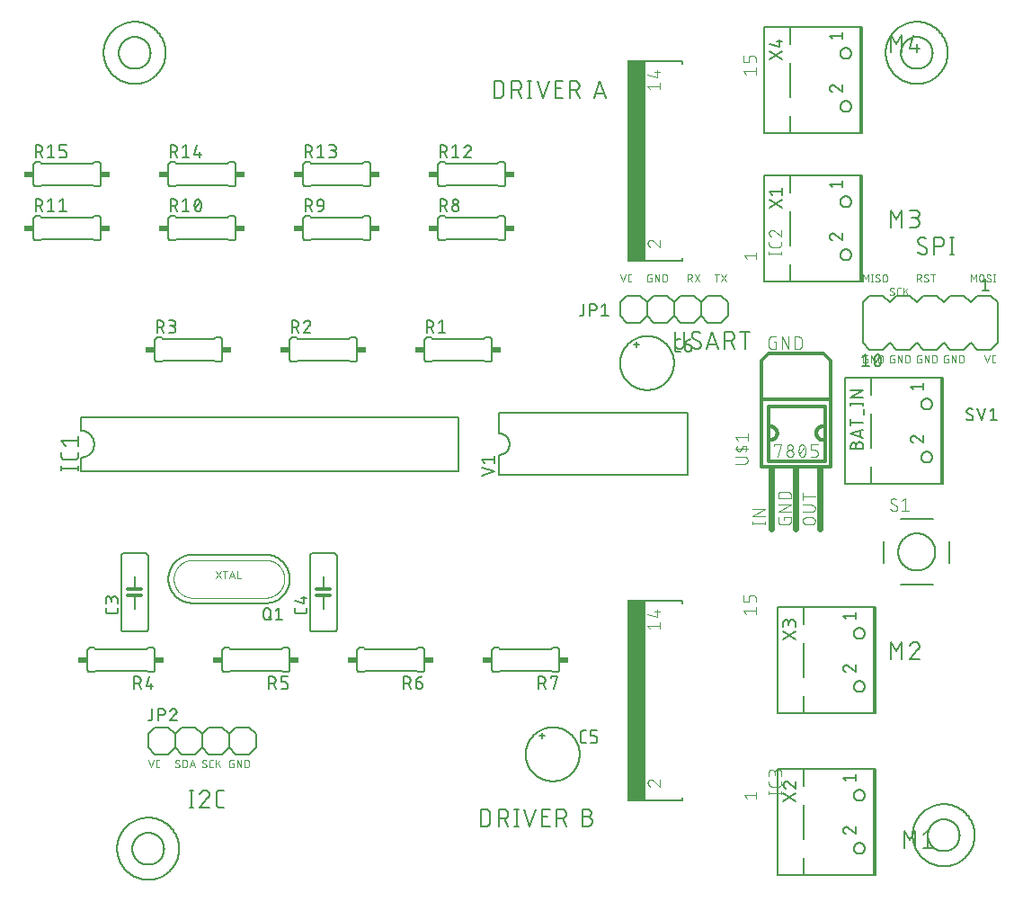
<source format=gbr>
G04 EAGLE Gerber RS-274X export*
G75*
%MOMM*%
%FSLAX34Y34*%
%LPD*%
%INSilkscreen Top*%
%IPPOS*%
%AMOC8*
5,1,8,0,0,1.08239X$1,22.5*%
G01*
%ADD10C,0.152400*%
%ADD11C,0.050800*%
%ADD12C,0.127000*%
%ADD13C,0.304800*%
%ADD14C,0.177800*%
%ADD15C,0.101600*%
%ADD16R,1.675000X18.950000*%
%ADD17R,0.863600X0.609600*%
%ADD18C,0.203200*%
%ADD19C,0.609600*%


D10*
X1075053Y859282D02*
X1075053Y875538D01*
X1079569Y875538D01*
X1079700Y875536D01*
X1079832Y875530D01*
X1079963Y875521D01*
X1080093Y875507D01*
X1080224Y875490D01*
X1080353Y875469D01*
X1080482Y875445D01*
X1080610Y875416D01*
X1080738Y875384D01*
X1080864Y875348D01*
X1080989Y875309D01*
X1081114Y875266D01*
X1081236Y875219D01*
X1081358Y875169D01*
X1081478Y875115D01*
X1081596Y875058D01*
X1081712Y874997D01*
X1081827Y874933D01*
X1081940Y874866D01*
X1082051Y874795D01*
X1082159Y874721D01*
X1082266Y874644D01*
X1082370Y874564D01*
X1082472Y874481D01*
X1082571Y874396D01*
X1082668Y874307D01*
X1082762Y874215D01*
X1082854Y874121D01*
X1082943Y874024D01*
X1083028Y873925D01*
X1083111Y873823D01*
X1083191Y873719D01*
X1083268Y873612D01*
X1083342Y873504D01*
X1083413Y873393D01*
X1083480Y873280D01*
X1083544Y873165D01*
X1083605Y873049D01*
X1083662Y872931D01*
X1083716Y872811D01*
X1083766Y872689D01*
X1083813Y872567D01*
X1083856Y872442D01*
X1083895Y872317D01*
X1083931Y872191D01*
X1083963Y872063D01*
X1083992Y871935D01*
X1084016Y871806D01*
X1084037Y871677D01*
X1084054Y871546D01*
X1084068Y871416D01*
X1084077Y871285D01*
X1084083Y871153D01*
X1084085Y871022D01*
X1084084Y871022D02*
X1084084Y863798D01*
X1084085Y863798D02*
X1084083Y863667D01*
X1084077Y863535D01*
X1084068Y863404D01*
X1084054Y863274D01*
X1084037Y863143D01*
X1084016Y863014D01*
X1083992Y862885D01*
X1083963Y862757D01*
X1083931Y862629D01*
X1083895Y862503D01*
X1083856Y862378D01*
X1083813Y862253D01*
X1083766Y862131D01*
X1083716Y862009D01*
X1083662Y861889D01*
X1083605Y861771D01*
X1083544Y861655D01*
X1083480Y861540D01*
X1083413Y861427D01*
X1083342Y861316D01*
X1083268Y861208D01*
X1083191Y861101D01*
X1083111Y860997D01*
X1083028Y860895D01*
X1082943Y860796D01*
X1082854Y860699D01*
X1082762Y860605D01*
X1082668Y860513D01*
X1082571Y860424D01*
X1082472Y860339D01*
X1082370Y860256D01*
X1082266Y860176D01*
X1082159Y860099D01*
X1082051Y860025D01*
X1081940Y859954D01*
X1081827Y859887D01*
X1081712Y859823D01*
X1081596Y859762D01*
X1081478Y859705D01*
X1081358Y859651D01*
X1081236Y859601D01*
X1081114Y859554D01*
X1080989Y859511D01*
X1080864Y859472D01*
X1080738Y859436D01*
X1080610Y859404D01*
X1080482Y859375D01*
X1080353Y859351D01*
X1080223Y859330D01*
X1080093Y859313D01*
X1079963Y859299D01*
X1079832Y859290D01*
X1079700Y859284D01*
X1079569Y859282D01*
X1075053Y859282D01*
X1091818Y859282D02*
X1091818Y875538D01*
X1096334Y875538D01*
X1096467Y875536D01*
X1096599Y875530D01*
X1096731Y875520D01*
X1096863Y875507D01*
X1096995Y875489D01*
X1097125Y875468D01*
X1097256Y875443D01*
X1097385Y875414D01*
X1097513Y875381D01*
X1097641Y875345D01*
X1097767Y875305D01*
X1097892Y875261D01*
X1098016Y875213D01*
X1098138Y875162D01*
X1098259Y875107D01*
X1098378Y875049D01*
X1098496Y874987D01*
X1098611Y874922D01*
X1098725Y874853D01*
X1098836Y874782D01*
X1098945Y874706D01*
X1099052Y874628D01*
X1099157Y874547D01*
X1099259Y874462D01*
X1099359Y874375D01*
X1099456Y874285D01*
X1099551Y874192D01*
X1099642Y874096D01*
X1099731Y873998D01*
X1099817Y873897D01*
X1099900Y873793D01*
X1099980Y873687D01*
X1100056Y873579D01*
X1100130Y873469D01*
X1100200Y873356D01*
X1100267Y873242D01*
X1100330Y873125D01*
X1100390Y873007D01*
X1100447Y872887D01*
X1100500Y872765D01*
X1100549Y872642D01*
X1100595Y872518D01*
X1100637Y872392D01*
X1100675Y872265D01*
X1100710Y872137D01*
X1100741Y872008D01*
X1100768Y871879D01*
X1100791Y871748D01*
X1100811Y871617D01*
X1100826Y871485D01*
X1100838Y871353D01*
X1100846Y871221D01*
X1100850Y871088D01*
X1100850Y870956D01*
X1100846Y870823D01*
X1100838Y870691D01*
X1100826Y870559D01*
X1100811Y870427D01*
X1100791Y870296D01*
X1100768Y870165D01*
X1100741Y870036D01*
X1100710Y869907D01*
X1100675Y869779D01*
X1100637Y869652D01*
X1100595Y869526D01*
X1100549Y869402D01*
X1100500Y869279D01*
X1100447Y869157D01*
X1100390Y869037D01*
X1100330Y868919D01*
X1100267Y868802D01*
X1100200Y868688D01*
X1100130Y868575D01*
X1100056Y868465D01*
X1099980Y868357D01*
X1099900Y868251D01*
X1099817Y868147D01*
X1099731Y868046D01*
X1099642Y867948D01*
X1099551Y867852D01*
X1099456Y867759D01*
X1099359Y867669D01*
X1099259Y867582D01*
X1099157Y867497D01*
X1099052Y867416D01*
X1098945Y867338D01*
X1098836Y867262D01*
X1098725Y867191D01*
X1098611Y867122D01*
X1098496Y867057D01*
X1098378Y866995D01*
X1098259Y866937D01*
X1098138Y866882D01*
X1098016Y866831D01*
X1097892Y866783D01*
X1097767Y866739D01*
X1097641Y866699D01*
X1097513Y866663D01*
X1097385Y866630D01*
X1097256Y866601D01*
X1097125Y866576D01*
X1096995Y866555D01*
X1096863Y866537D01*
X1096731Y866524D01*
X1096599Y866514D01*
X1096467Y866508D01*
X1096334Y866506D01*
X1096334Y866507D02*
X1091818Y866507D01*
X1097237Y866507D02*
X1100849Y859282D01*
X1108747Y859282D02*
X1108747Y875538D01*
X1106941Y859282D02*
X1110553Y859282D01*
X1110553Y875538D02*
X1106941Y875538D01*
X1115833Y875538D02*
X1121252Y859282D01*
X1126671Y875538D01*
X1132919Y859282D02*
X1140144Y859282D01*
X1132919Y859282D02*
X1132919Y875538D01*
X1140144Y875538D01*
X1138337Y868313D02*
X1132919Y868313D01*
X1146528Y875538D02*
X1146528Y859282D01*
X1146528Y875538D02*
X1151043Y875538D01*
X1151176Y875536D01*
X1151308Y875530D01*
X1151440Y875520D01*
X1151572Y875507D01*
X1151704Y875489D01*
X1151834Y875468D01*
X1151965Y875443D01*
X1152094Y875414D01*
X1152222Y875381D01*
X1152350Y875345D01*
X1152476Y875305D01*
X1152601Y875261D01*
X1152725Y875213D01*
X1152847Y875162D01*
X1152968Y875107D01*
X1153087Y875049D01*
X1153205Y874987D01*
X1153320Y874922D01*
X1153434Y874853D01*
X1153545Y874782D01*
X1153654Y874706D01*
X1153761Y874628D01*
X1153866Y874547D01*
X1153968Y874462D01*
X1154068Y874375D01*
X1154165Y874285D01*
X1154260Y874192D01*
X1154351Y874096D01*
X1154440Y873998D01*
X1154526Y873897D01*
X1154609Y873793D01*
X1154689Y873687D01*
X1154765Y873579D01*
X1154839Y873469D01*
X1154909Y873356D01*
X1154976Y873242D01*
X1155039Y873125D01*
X1155099Y873007D01*
X1155156Y872887D01*
X1155209Y872765D01*
X1155258Y872642D01*
X1155304Y872518D01*
X1155346Y872392D01*
X1155384Y872265D01*
X1155419Y872137D01*
X1155450Y872008D01*
X1155477Y871879D01*
X1155500Y871748D01*
X1155520Y871617D01*
X1155535Y871485D01*
X1155547Y871353D01*
X1155555Y871221D01*
X1155559Y871088D01*
X1155559Y870956D01*
X1155555Y870823D01*
X1155547Y870691D01*
X1155535Y870559D01*
X1155520Y870427D01*
X1155500Y870296D01*
X1155477Y870165D01*
X1155450Y870036D01*
X1155419Y869907D01*
X1155384Y869779D01*
X1155346Y869652D01*
X1155304Y869526D01*
X1155258Y869402D01*
X1155209Y869279D01*
X1155156Y869157D01*
X1155099Y869037D01*
X1155039Y868919D01*
X1154976Y868802D01*
X1154909Y868688D01*
X1154839Y868575D01*
X1154765Y868465D01*
X1154689Y868357D01*
X1154609Y868251D01*
X1154526Y868147D01*
X1154440Y868046D01*
X1154351Y867948D01*
X1154260Y867852D01*
X1154165Y867759D01*
X1154068Y867669D01*
X1153968Y867582D01*
X1153866Y867497D01*
X1153761Y867416D01*
X1153654Y867338D01*
X1153545Y867262D01*
X1153434Y867191D01*
X1153320Y867122D01*
X1153205Y867057D01*
X1153087Y866995D01*
X1152968Y866937D01*
X1152847Y866882D01*
X1152725Y866831D01*
X1152601Y866783D01*
X1152476Y866739D01*
X1152350Y866699D01*
X1152222Y866663D01*
X1152094Y866630D01*
X1151965Y866601D01*
X1151834Y866576D01*
X1151704Y866555D01*
X1151572Y866537D01*
X1151440Y866524D01*
X1151308Y866514D01*
X1151176Y866508D01*
X1151043Y866506D01*
X1151043Y866507D02*
X1146528Y866507D01*
X1151946Y866507D02*
X1155559Y859282D01*
X1169501Y859282D02*
X1174919Y875538D01*
X1180338Y859282D01*
X1178983Y863346D02*
X1170855Y863346D01*
X1062524Y189738D02*
X1062524Y173482D01*
X1062524Y189738D02*
X1067040Y189738D01*
X1067171Y189736D01*
X1067303Y189730D01*
X1067434Y189721D01*
X1067564Y189707D01*
X1067695Y189690D01*
X1067824Y189669D01*
X1067953Y189645D01*
X1068081Y189616D01*
X1068209Y189584D01*
X1068335Y189548D01*
X1068460Y189509D01*
X1068585Y189466D01*
X1068707Y189419D01*
X1068829Y189369D01*
X1068949Y189315D01*
X1069067Y189258D01*
X1069183Y189197D01*
X1069298Y189133D01*
X1069411Y189066D01*
X1069522Y188995D01*
X1069630Y188921D01*
X1069737Y188844D01*
X1069841Y188764D01*
X1069943Y188681D01*
X1070042Y188596D01*
X1070139Y188507D01*
X1070233Y188415D01*
X1070325Y188321D01*
X1070414Y188224D01*
X1070499Y188125D01*
X1070582Y188023D01*
X1070662Y187919D01*
X1070739Y187812D01*
X1070813Y187704D01*
X1070884Y187593D01*
X1070951Y187480D01*
X1071015Y187365D01*
X1071076Y187249D01*
X1071133Y187131D01*
X1071187Y187011D01*
X1071237Y186889D01*
X1071284Y186767D01*
X1071327Y186642D01*
X1071366Y186517D01*
X1071402Y186391D01*
X1071434Y186263D01*
X1071463Y186135D01*
X1071487Y186006D01*
X1071508Y185877D01*
X1071525Y185746D01*
X1071539Y185616D01*
X1071548Y185485D01*
X1071554Y185353D01*
X1071556Y185222D01*
X1071556Y177998D01*
X1071554Y177867D01*
X1071548Y177735D01*
X1071539Y177604D01*
X1071525Y177474D01*
X1071508Y177343D01*
X1071487Y177214D01*
X1071463Y177085D01*
X1071434Y176957D01*
X1071402Y176829D01*
X1071366Y176703D01*
X1071327Y176578D01*
X1071284Y176453D01*
X1071237Y176331D01*
X1071187Y176209D01*
X1071133Y176089D01*
X1071076Y175971D01*
X1071015Y175855D01*
X1070951Y175740D01*
X1070884Y175627D01*
X1070813Y175516D01*
X1070739Y175408D01*
X1070662Y175301D01*
X1070582Y175197D01*
X1070499Y175095D01*
X1070414Y174996D01*
X1070325Y174899D01*
X1070233Y174805D01*
X1070139Y174713D01*
X1070042Y174624D01*
X1069943Y174539D01*
X1069841Y174456D01*
X1069737Y174376D01*
X1069630Y174299D01*
X1069522Y174225D01*
X1069411Y174154D01*
X1069298Y174087D01*
X1069183Y174023D01*
X1069067Y173962D01*
X1068949Y173905D01*
X1068829Y173851D01*
X1068707Y173801D01*
X1068585Y173754D01*
X1068460Y173711D01*
X1068335Y173672D01*
X1068209Y173636D01*
X1068081Y173604D01*
X1067953Y173575D01*
X1067824Y173551D01*
X1067694Y173530D01*
X1067564Y173513D01*
X1067434Y173499D01*
X1067303Y173490D01*
X1067171Y173484D01*
X1067040Y173482D01*
X1062524Y173482D01*
X1079289Y173482D02*
X1079289Y189738D01*
X1083805Y189738D01*
X1083938Y189736D01*
X1084070Y189730D01*
X1084202Y189720D01*
X1084334Y189707D01*
X1084466Y189689D01*
X1084596Y189668D01*
X1084727Y189643D01*
X1084856Y189614D01*
X1084984Y189581D01*
X1085112Y189545D01*
X1085238Y189505D01*
X1085363Y189461D01*
X1085487Y189413D01*
X1085609Y189362D01*
X1085730Y189307D01*
X1085849Y189249D01*
X1085967Y189187D01*
X1086082Y189122D01*
X1086196Y189053D01*
X1086307Y188982D01*
X1086416Y188906D01*
X1086523Y188828D01*
X1086628Y188747D01*
X1086730Y188662D01*
X1086830Y188575D01*
X1086927Y188485D01*
X1087022Y188392D01*
X1087113Y188296D01*
X1087202Y188198D01*
X1087288Y188097D01*
X1087371Y187993D01*
X1087451Y187887D01*
X1087527Y187779D01*
X1087601Y187669D01*
X1087671Y187556D01*
X1087738Y187442D01*
X1087801Y187325D01*
X1087861Y187207D01*
X1087918Y187087D01*
X1087971Y186965D01*
X1088020Y186842D01*
X1088066Y186718D01*
X1088108Y186592D01*
X1088146Y186465D01*
X1088181Y186337D01*
X1088212Y186208D01*
X1088239Y186079D01*
X1088262Y185948D01*
X1088282Y185817D01*
X1088297Y185685D01*
X1088309Y185553D01*
X1088317Y185421D01*
X1088321Y185288D01*
X1088321Y185156D01*
X1088317Y185023D01*
X1088309Y184891D01*
X1088297Y184759D01*
X1088282Y184627D01*
X1088262Y184496D01*
X1088239Y184365D01*
X1088212Y184236D01*
X1088181Y184107D01*
X1088146Y183979D01*
X1088108Y183852D01*
X1088066Y183726D01*
X1088020Y183602D01*
X1087971Y183479D01*
X1087918Y183357D01*
X1087861Y183237D01*
X1087801Y183119D01*
X1087738Y183002D01*
X1087671Y182888D01*
X1087601Y182775D01*
X1087527Y182665D01*
X1087451Y182557D01*
X1087371Y182451D01*
X1087288Y182347D01*
X1087202Y182246D01*
X1087113Y182148D01*
X1087022Y182052D01*
X1086927Y181959D01*
X1086830Y181869D01*
X1086730Y181782D01*
X1086628Y181697D01*
X1086523Y181616D01*
X1086416Y181538D01*
X1086307Y181462D01*
X1086196Y181391D01*
X1086082Y181322D01*
X1085967Y181257D01*
X1085849Y181195D01*
X1085730Y181137D01*
X1085609Y181082D01*
X1085487Y181031D01*
X1085363Y180983D01*
X1085238Y180939D01*
X1085112Y180899D01*
X1084984Y180863D01*
X1084856Y180830D01*
X1084727Y180801D01*
X1084596Y180776D01*
X1084466Y180755D01*
X1084334Y180737D01*
X1084202Y180724D01*
X1084070Y180714D01*
X1083938Y180708D01*
X1083805Y180706D01*
X1083805Y180707D02*
X1079289Y180707D01*
X1084708Y180707D02*
X1088320Y173482D01*
X1096218Y173482D02*
X1096218Y189738D01*
X1094412Y173482D02*
X1098024Y173482D01*
X1098024Y189738D02*
X1094412Y189738D01*
X1103305Y189738D02*
X1108723Y173482D01*
X1114142Y189738D01*
X1120390Y173482D02*
X1127615Y173482D01*
X1120390Y173482D02*
X1120390Y189738D01*
X1127615Y189738D01*
X1125808Y182513D02*
X1120390Y182513D01*
X1133999Y189738D02*
X1133999Y173482D01*
X1133999Y189738D02*
X1138514Y189738D01*
X1138647Y189736D01*
X1138779Y189730D01*
X1138911Y189720D01*
X1139043Y189707D01*
X1139175Y189689D01*
X1139305Y189668D01*
X1139436Y189643D01*
X1139565Y189614D01*
X1139693Y189581D01*
X1139821Y189545D01*
X1139947Y189505D01*
X1140072Y189461D01*
X1140196Y189413D01*
X1140318Y189362D01*
X1140439Y189307D01*
X1140558Y189249D01*
X1140676Y189187D01*
X1140791Y189122D01*
X1140905Y189053D01*
X1141016Y188982D01*
X1141125Y188906D01*
X1141232Y188828D01*
X1141337Y188747D01*
X1141439Y188662D01*
X1141539Y188575D01*
X1141636Y188485D01*
X1141731Y188392D01*
X1141822Y188296D01*
X1141911Y188198D01*
X1141997Y188097D01*
X1142080Y187993D01*
X1142160Y187887D01*
X1142236Y187779D01*
X1142310Y187669D01*
X1142380Y187556D01*
X1142447Y187442D01*
X1142510Y187325D01*
X1142570Y187207D01*
X1142627Y187087D01*
X1142680Y186965D01*
X1142729Y186842D01*
X1142775Y186718D01*
X1142817Y186592D01*
X1142855Y186465D01*
X1142890Y186337D01*
X1142921Y186208D01*
X1142948Y186079D01*
X1142971Y185948D01*
X1142991Y185817D01*
X1143006Y185685D01*
X1143018Y185553D01*
X1143026Y185421D01*
X1143030Y185288D01*
X1143030Y185156D01*
X1143026Y185023D01*
X1143018Y184891D01*
X1143006Y184759D01*
X1142991Y184627D01*
X1142971Y184496D01*
X1142948Y184365D01*
X1142921Y184236D01*
X1142890Y184107D01*
X1142855Y183979D01*
X1142817Y183852D01*
X1142775Y183726D01*
X1142729Y183602D01*
X1142680Y183479D01*
X1142627Y183357D01*
X1142570Y183237D01*
X1142510Y183119D01*
X1142447Y183002D01*
X1142380Y182888D01*
X1142310Y182775D01*
X1142236Y182665D01*
X1142160Y182557D01*
X1142080Y182451D01*
X1141997Y182347D01*
X1141911Y182246D01*
X1141822Y182148D01*
X1141731Y182052D01*
X1141636Y181959D01*
X1141539Y181869D01*
X1141439Y181782D01*
X1141337Y181697D01*
X1141232Y181616D01*
X1141125Y181538D01*
X1141016Y181462D01*
X1140905Y181391D01*
X1140791Y181322D01*
X1140676Y181257D01*
X1140558Y181195D01*
X1140439Y181137D01*
X1140318Y181082D01*
X1140196Y181031D01*
X1140072Y180983D01*
X1139947Y180939D01*
X1139821Y180899D01*
X1139693Y180863D01*
X1139565Y180830D01*
X1139436Y180801D01*
X1139305Y180776D01*
X1139175Y180755D01*
X1139043Y180737D01*
X1138911Y180724D01*
X1138779Y180714D01*
X1138647Y180708D01*
X1138514Y180706D01*
X1138514Y180707D02*
X1133999Y180707D01*
X1139417Y180707D02*
X1143030Y173482D01*
X1158607Y182513D02*
X1163122Y182513D01*
X1163122Y182514D02*
X1163255Y182512D01*
X1163387Y182506D01*
X1163519Y182496D01*
X1163651Y182483D01*
X1163783Y182465D01*
X1163913Y182444D01*
X1164044Y182419D01*
X1164173Y182390D01*
X1164301Y182357D01*
X1164429Y182321D01*
X1164555Y182281D01*
X1164680Y182237D01*
X1164804Y182189D01*
X1164926Y182138D01*
X1165047Y182083D01*
X1165166Y182025D01*
X1165284Y181963D01*
X1165399Y181898D01*
X1165513Y181829D01*
X1165624Y181758D01*
X1165733Y181682D01*
X1165840Y181604D01*
X1165945Y181523D01*
X1166047Y181438D01*
X1166147Y181351D01*
X1166244Y181261D01*
X1166339Y181168D01*
X1166430Y181072D01*
X1166519Y180974D01*
X1166605Y180873D01*
X1166688Y180769D01*
X1166768Y180663D01*
X1166844Y180555D01*
X1166918Y180445D01*
X1166988Y180332D01*
X1167055Y180218D01*
X1167118Y180101D01*
X1167178Y179983D01*
X1167235Y179863D01*
X1167288Y179741D01*
X1167337Y179618D01*
X1167383Y179494D01*
X1167425Y179368D01*
X1167463Y179241D01*
X1167498Y179113D01*
X1167529Y178984D01*
X1167556Y178855D01*
X1167579Y178724D01*
X1167599Y178593D01*
X1167614Y178461D01*
X1167626Y178329D01*
X1167634Y178197D01*
X1167638Y178064D01*
X1167638Y177932D01*
X1167634Y177799D01*
X1167626Y177667D01*
X1167614Y177535D01*
X1167599Y177403D01*
X1167579Y177272D01*
X1167556Y177141D01*
X1167529Y177012D01*
X1167498Y176883D01*
X1167463Y176755D01*
X1167425Y176628D01*
X1167383Y176502D01*
X1167337Y176378D01*
X1167288Y176255D01*
X1167235Y176133D01*
X1167178Y176013D01*
X1167118Y175895D01*
X1167055Y175778D01*
X1166988Y175664D01*
X1166918Y175551D01*
X1166844Y175441D01*
X1166768Y175333D01*
X1166688Y175227D01*
X1166605Y175123D01*
X1166519Y175022D01*
X1166430Y174924D01*
X1166339Y174828D01*
X1166244Y174735D01*
X1166147Y174645D01*
X1166047Y174558D01*
X1165945Y174473D01*
X1165840Y174392D01*
X1165733Y174314D01*
X1165624Y174238D01*
X1165513Y174167D01*
X1165399Y174098D01*
X1165284Y174033D01*
X1165166Y173971D01*
X1165047Y173913D01*
X1164926Y173858D01*
X1164804Y173807D01*
X1164680Y173759D01*
X1164555Y173715D01*
X1164429Y173675D01*
X1164301Y173639D01*
X1164173Y173606D01*
X1164044Y173577D01*
X1163913Y173552D01*
X1163783Y173531D01*
X1163651Y173513D01*
X1163519Y173500D01*
X1163387Y173490D01*
X1163255Y173484D01*
X1163122Y173482D01*
X1158607Y173482D01*
X1158607Y189738D01*
X1163122Y189738D01*
X1163241Y189736D01*
X1163361Y189730D01*
X1163480Y189720D01*
X1163598Y189706D01*
X1163717Y189689D01*
X1163834Y189667D01*
X1163951Y189642D01*
X1164066Y189612D01*
X1164181Y189579D01*
X1164295Y189542D01*
X1164407Y189502D01*
X1164518Y189457D01*
X1164627Y189409D01*
X1164735Y189358D01*
X1164841Y189303D01*
X1164945Y189244D01*
X1165047Y189182D01*
X1165147Y189117D01*
X1165245Y189048D01*
X1165341Y188976D01*
X1165434Y188901D01*
X1165524Y188824D01*
X1165612Y188743D01*
X1165697Y188659D01*
X1165779Y188572D01*
X1165859Y188483D01*
X1165935Y188391D01*
X1166009Y188297D01*
X1166079Y188200D01*
X1166146Y188102D01*
X1166210Y188001D01*
X1166270Y187897D01*
X1166327Y187792D01*
X1166380Y187685D01*
X1166430Y187577D01*
X1166476Y187467D01*
X1166518Y187355D01*
X1166557Y187242D01*
X1166592Y187128D01*
X1166623Y187013D01*
X1166651Y186896D01*
X1166674Y186779D01*
X1166694Y186662D01*
X1166710Y186543D01*
X1166722Y186424D01*
X1166730Y186305D01*
X1166734Y186186D01*
X1166734Y186066D01*
X1166730Y185947D01*
X1166722Y185828D01*
X1166710Y185709D01*
X1166694Y185590D01*
X1166674Y185473D01*
X1166651Y185356D01*
X1166623Y185239D01*
X1166592Y185124D01*
X1166557Y185010D01*
X1166518Y184897D01*
X1166476Y184785D01*
X1166430Y184675D01*
X1166380Y184567D01*
X1166327Y184460D01*
X1166270Y184355D01*
X1166210Y184251D01*
X1166146Y184150D01*
X1166079Y184052D01*
X1166009Y183955D01*
X1165935Y183861D01*
X1165859Y183769D01*
X1165779Y183680D01*
X1165697Y183593D01*
X1165612Y183509D01*
X1165524Y183428D01*
X1165434Y183351D01*
X1165341Y183276D01*
X1165245Y183204D01*
X1165147Y183135D01*
X1165047Y183070D01*
X1164945Y183008D01*
X1164841Y182949D01*
X1164735Y182894D01*
X1164627Y182843D01*
X1164518Y182795D01*
X1164407Y182750D01*
X1164295Y182710D01*
X1164181Y182673D01*
X1164066Y182640D01*
X1163951Y182610D01*
X1163834Y182585D01*
X1163717Y182563D01*
X1163598Y182546D01*
X1163480Y182532D01*
X1163361Y182522D01*
X1163241Y182516D01*
X1163122Y182514D01*
X1479381Y711962D02*
X1479499Y711964D01*
X1479617Y711970D01*
X1479735Y711979D01*
X1479852Y711993D01*
X1479969Y712010D01*
X1480086Y712031D01*
X1480201Y712056D01*
X1480316Y712085D01*
X1480430Y712118D01*
X1480542Y712154D01*
X1480653Y712194D01*
X1480763Y712237D01*
X1480872Y712284D01*
X1480979Y712334D01*
X1481084Y712389D01*
X1481187Y712446D01*
X1481288Y712507D01*
X1481388Y712571D01*
X1481485Y712638D01*
X1481580Y712708D01*
X1481672Y712782D01*
X1481763Y712858D01*
X1481850Y712938D01*
X1481935Y713020D01*
X1482017Y713105D01*
X1482097Y713192D01*
X1482173Y713283D01*
X1482247Y713375D01*
X1482317Y713470D01*
X1482384Y713567D01*
X1482448Y713667D01*
X1482509Y713768D01*
X1482566Y713871D01*
X1482621Y713976D01*
X1482671Y714083D01*
X1482718Y714192D01*
X1482761Y714302D01*
X1482801Y714413D01*
X1482837Y714525D01*
X1482870Y714639D01*
X1482899Y714754D01*
X1482924Y714869D01*
X1482945Y714986D01*
X1482962Y715103D01*
X1482976Y715220D01*
X1482985Y715338D01*
X1482991Y715456D01*
X1482993Y715574D01*
X1479381Y711962D02*
X1479198Y711964D01*
X1479016Y711971D01*
X1478834Y711982D01*
X1478652Y711997D01*
X1478470Y712017D01*
X1478289Y712040D01*
X1478109Y712069D01*
X1477929Y712101D01*
X1477750Y712138D01*
X1477573Y712179D01*
X1477396Y712225D01*
X1477220Y712274D01*
X1477046Y712328D01*
X1476872Y712386D01*
X1476701Y712448D01*
X1476531Y712514D01*
X1476362Y712585D01*
X1476195Y712659D01*
X1476030Y712737D01*
X1475867Y712819D01*
X1475706Y712905D01*
X1475547Y712995D01*
X1475390Y713089D01*
X1475236Y713186D01*
X1475084Y713287D01*
X1474934Y713392D01*
X1474787Y713500D01*
X1474643Y713611D01*
X1474501Y713726D01*
X1474362Y713845D01*
X1474226Y713967D01*
X1474093Y714092D01*
X1473963Y714220D01*
X1474414Y724606D02*
X1474416Y724724D01*
X1474422Y724842D01*
X1474431Y724960D01*
X1474445Y725077D01*
X1474462Y725194D01*
X1474483Y725311D01*
X1474508Y725426D01*
X1474537Y725541D01*
X1474570Y725655D01*
X1474606Y725767D01*
X1474646Y725878D01*
X1474689Y725988D01*
X1474736Y726097D01*
X1474786Y726204D01*
X1474841Y726309D01*
X1474898Y726412D01*
X1474959Y726513D01*
X1475023Y726613D01*
X1475090Y726710D01*
X1475160Y726805D01*
X1475234Y726897D01*
X1475310Y726988D01*
X1475390Y727075D01*
X1475472Y727160D01*
X1475557Y727242D01*
X1475644Y727322D01*
X1475735Y727398D01*
X1475827Y727472D01*
X1475922Y727542D01*
X1476019Y727609D01*
X1476119Y727673D01*
X1476220Y727734D01*
X1476323Y727792D01*
X1476428Y727846D01*
X1476535Y727896D01*
X1476644Y727943D01*
X1476754Y727987D01*
X1476865Y728026D01*
X1476978Y728062D01*
X1477091Y728095D01*
X1477206Y728124D01*
X1477321Y728149D01*
X1477438Y728170D01*
X1477555Y728187D01*
X1477672Y728201D01*
X1477790Y728210D01*
X1477908Y728216D01*
X1478026Y728218D01*
X1478187Y728216D01*
X1478349Y728210D01*
X1478510Y728201D01*
X1478671Y728187D01*
X1478831Y728170D01*
X1478991Y728149D01*
X1479151Y728124D01*
X1479310Y728095D01*
X1479468Y728063D01*
X1479625Y728027D01*
X1479781Y727987D01*
X1479937Y727943D01*
X1480091Y727895D01*
X1480244Y727844D01*
X1480396Y727790D01*
X1480547Y727731D01*
X1480696Y727670D01*
X1480843Y727604D01*
X1480989Y727535D01*
X1481134Y727463D01*
X1481276Y727387D01*
X1481417Y727308D01*
X1481556Y727226D01*
X1481692Y727140D01*
X1481827Y727051D01*
X1481960Y726959D01*
X1482090Y726863D01*
X1476219Y721445D02*
X1476118Y721507D01*
X1476018Y721572D01*
X1475921Y721641D01*
X1475826Y721713D01*
X1475733Y721787D01*
X1475643Y721865D01*
X1475555Y721946D01*
X1475470Y722029D01*
X1475388Y722115D01*
X1475309Y722204D01*
X1475232Y722295D01*
X1475159Y722389D01*
X1475088Y722485D01*
X1475021Y722583D01*
X1474957Y722683D01*
X1474896Y722786D01*
X1474839Y722890D01*
X1474785Y722996D01*
X1474735Y723104D01*
X1474688Y723213D01*
X1474644Y723324D01*
X1474604Y723436D01*
X1474568Y723550D01*
X1474536Y723664D01*
X1474507Y723780D01*
X1474482Y723896D01*
X1474461Y724013D01*
X1474444Y724131D01*
X1474430Y724249D01*
X1474421Y724368D01*
X1474415Y724487D01*
X1474413Y724606D01*
X1481187Y718735D02*
X1481288Y718673D01*
X1481388Y718608D01*
X1481485Y718539D01*
X1481580Y718467D01*
X1481673Y718393D01*
X1481763Y718315D01*
X1481851Y718234D01*
X1481936Y718151D01*
X1482018Y718065D01*
X1482097Y717976D01*
X1482174Y717885D01*
X1482247Y717791D01*
X1482318Y717695D01*
X1482385Y717597D01*
X1482449Y717497D01*
X1482510Y717394D01*
X1482567Y717290D01*
X1482621Y717184D01*
X1482671Y717076D01*
X1482718Y716967D01*
X1482762Y716856D01*
X1482802Y716744D01*
X1482838Y716630D01*
X1482870Y716516D01*
X1482899Y716400D01*
X1482924Y716284D01*
X1482945Y716167D01*
X1482962Y716049D01*
X1482976Y715931D01*
X1482985Y715812D01*
X1482991Y715693D01*
X1482993Y715574D01*
X1481187Y718735D02*
X1476220Y721445D01*
X1489804Y728218D02*
X1489804Y711962D01*
X1489804Y728218D02*
X1494320Y728218D01*
X1494453Y728216D01*
X1494585Y728210D01*
X1494717Y728200D01*
X1494849Y728187D01*
X1494981Y728169D01*
X1495111Y728148D01*
X1495242Y728123D01*
X1495371Y728094D01*
X1495499Y728061D01*
X1495627Y728025D01*
X1495753Y727985D01*
X1495878Y727941D01*
X1496002Y727893D01*
X1496124Y727842D01*
X1496245Y727787D01*
X1496364Y727729D01*
X1496482Y727667D01*
X1496597Y727602D01*
X1496711Y727533D01*
X1496822Y727462D01*
X1496931Y727386D01*
X1497038Y727308D01*
X1497143Y727227D01*
X1497245Y727142D01*
X1497345Y727055D01*
X1497442Y726965D01*
X1497537Y726872D01*
X1497628Y726776D01*
X1497717Y726678D01*
X1497803Y726577D01*
X1497886Y726473D01*
X1497966Y726367D01*
X1498042Y726259D01*
X1498116Y726149D01*
X1498186Y726036D01*
X1498253Y725922D01*
X1498316Y725805D01*
X1498376Y725687D01*
X1498433Y725567D01*
X1498486Y725445D01*
X1498535Y725322D01*
X1498581Y725198D01*
X1498623Y725072D01*
X1498661Y724945D01*
X1498696Y724817D01*
X1498727Y724688D01*
X1498754Y724559D01*
X1498777Y724428D01*
X1498797Y724297D01*
X1498812Y724165D01*
X1498824Y724033D01*
X1498832Y723901D01*
X1498836Y723768D01*
X1498836Y723636D01*
X1498832Y723503D01*
X1498824Y723371D01*
X1498812Y723239D01*
X1498797Y723107D01*
X1498777Y722976D01*
X1498754Y722845D01*
X1498727Y722716D01*
X1498696Y722587D01*
X1498661Y722459D01*
X1498623Y722332D01*
X1498581Y722206D01*
X1498535Y722082D01*
X1498486Y721959D01*
X1498433Y721837D01*
X1498376Y721717D01*
X1498316Y721599D01*
X1498253Y721482D01*
X1498186Y721368D01*
X1498116Y721255D01*
X1498042Y721145D01*
X1497966Y721037D01*
X1497886Y720931D01*
X1497803Y720827D01*
X1497717Y720726D01*
X1497628Y720628D01*
X1497537Y720532D01*
X1497442Y720439D01*
X1497345Y720349D01*
X1497245Y720262D01*
X1497143Y720177D01*
X1497038Y720096D01*
X1496931Y720018D01*
X1496822Y719942D01*
X1496711Y719871D01*
X1496597Y719802D01*
X1496482Y719737D01*
X1496364Y719675D01*
X1496245Y719617D01*
X1496124Y719562D01*
X1496002Y719511D01*
X1495878Y719463D01*
X1495753Y719419D01*
X1495627Y719379D01*
X1495499Y719343D01*
X1495371Y719310D01*
X1495242Y719281D01*
X1495111Y719256D01*
X1494981Y719235D01*
X1494849Y719217D01*
X1494717Y719204D01*
X1494585Y719194D01*
X1494453Y719188D01*
X1494320Y719186D01*
X1494320Y719187D02*
X1489804Y719187D01*
X1506093Y711962D02*
X1506093Y728218D01*
X1504287Y711962D02*
X1507899Y711962D01*
X1507899Y728218D02*
X1504287Y728218D01*
X1461262Y169418D02*
X1461262Y153162D01*
X1466681Y160387D02*
X1461262Y169418D01*
X1466681Y160387D02*
X1472099Y169418D01*
X1472099Y153162D01*
X1479359Y165806D02*
X1483875Y169418D01*
X1483875Y153162D01*
X1479359Y153162D02*
X1488391Y153162D01*
X1448562Y330962D02*
X1448562Y347218D01*
X1453981Y338187D01*
X1459399Y347218D01*
X1459399Y330962D01*
X1471627Y347218D02*
X1471752Y347216D01*
X1471877Y347210D01*
X1472002Y347201D01*
X1472126Y347187D01*
X1472250Y347170D01*
X1472374Y347149D01*
X1472496Y347124D01*
X1472618Y347095D01*
X1472739Y347063D01*
X1472859Y347027D01*
X1472978Y346987D01*
X1473095Y346944D01*
X1473211Y346897D01*
X1473326Y346846D01*
X1473438Y346792D01*
X1473550Y346734D01*
X1473659Y346674D01*
X1473766Y346609D01*
X1473872Y346542D01*
X1473975Y346471D01*
X1474076Y346397D01*
X1474175Y346320D01*
X1474271Y346240D01*
X1474365Y346157D01*
X1474456Y346072D01*
X1474545Y345983D01*
X1474630Y345892D01*
X1474713Y345798D01*
X1474793Y345702D01*
X1474870Y345603D01*
X1474944Y345502D01*
X1475015Y345399D01*
X1475082Y345293D01*
X1475147Y345186D01*
X1475207Y345077D01*
X1475265Y344965D01*
X1475319Y344853D01*
X1475370Y344738D01*
X1475417Y344622D01*
X1475460Y344505D01*
X1475500Y344386D01*
X1475536Y344266D01*
X1475568Y344145D01*
X1475597Y344023D01*
X1475622Y343901D01*
X1475643Y343777D01*
X1475660Y343653D01*
X1475674Y343529D01*
X1475683Y343404D01*
X1475689Y343279D01*
X1475691Y343154D01*
X1471627Y347218D02*
X1471484Y347216D01*
X1471342Y347210D01*
X1471199Y347200D01*
X1471057Y347187D01*
X1470916Y347169D01*
X1470774Y347148D01*
X1470634Y347123D01*
X1470494Y347094D01*
X1470355Y347061D01*
X1470217Y347024D01*
X1470080Y346984D01*
X1469945Y346940D01*
X1469810Y346892D01*
X1469677Y346840D01*
X1469545Y346785D01*
X1469415Y346726D01*
X1469287Y346664D01*
X1469160Y346598D01*
X1469035Y346529D01*
X1468912Y346457D01*
X1468792Y346381D01*
X1468673Y346302D01*
X1468556Y346219D01*
X1468442Y346134D01*
X1468330Y346045D01*
X1468221Y345954D01*
X1468114Y345859D01*
X1468009Y345762D01*
X1467908Y345661D01*
X1467809Y345558D01*
X1467713Y345453D01*
X1467620Y345344D01*
X1467530Y345233D01*
X1467443Y345120D01*
X1467359Y345005D01*
X1467279Y344887D01*
X1467201Y344767D01*
X1467127Y344645D01*
X1467057Y344521D01*
X1466989Y344395D01*
X1466926Y344267D01*
X1466865Y344138D01*
X1466808Y344007D01*
X1466755Y343875D01*
X1466706Y343741D01*
X1466660Y343606D01*
X1474335Y339993D02*
X1474429Y340085D01*
X1474519Y340179D01*
X1474607Y340276D01*
X1474692Y340376D01*
X1474774Y340478D01*
X1474853Y340583D01*
X1474928Y340690D01*
X1475000Y340799D01*
X1475069Y340910D01*
X1475135Y341024D01*
X1475197Y341139D01*
X1475256Y341256D01*
X1475311Y341375D01*
X1475362Y341495D01*
X1475410Y341617D01*
X1475455Y341740D01*
X1475495Y341864D01*
X1475532Y341990D01*
X1475565Y342117D01*
X1475594Y342244D01*
X1475620Y342373D01*
X1475641Y342502D01*
X1475659Y342632D01*
X1475672Y342762D01*
X1475682Y342892D01*
X1475688Y343023D01*
X1475690Y343154D01*
X1474336Y339993D02*
X1466659Y330962D01*
X1475691Y330962D01*
X1448562Y737362D02*
X1448562Y753618D01*
X1453981Y744587D01*
X1459399Y753618D01*
X1459399Y737362D01*
X1466659Y737362D02*
X1471175Y737362D01*
X1471308Y737364D01*
X1471440Y737370D01*
X1471572Y737380D01*
X1471704Y737393D01*
X1471836Y737411D01*
X1471966Y737432D01*
X1472097Y737457D01*
X1472226Y737486D01*
X1472354Y737519D01*
X1472482Y737555D01*
X1472608Y737595D01*
X1472733Y737639D01*
X1472857Y737687D01*
X1472979Y737738D01*
X1473100Y737793D01*
X1473219Y737851D01*
X1473337Y737913D01*
X1473452Y737978D01*
X1473566Y738047D01*
X1473677Y738118D01*
X1473786Y738194D01*
X1473893Y738272D01*
X1473998Y738353D01*
X1474100Y738438D01*
X1474200Y738525D01*
X1474297Y738615D01*
X1474392Y738708D01*
X1474483Y738804D01*
X1474572Y738902D01*
X1474658Y739003D01*
X1474741Y739107D01*
X1474821Y739213D01*
X1474897Y739321D01*
X1474971Y739431D01*
X1475041Y739544D01*
X1475108Y739658D01*
X1475171Y739775D01*
X1475231Y739893D01*
X1475288Y740013D01*
X1475341Y740135D01*
X1475390Y740258D01*
X1475436Y740382D01*
X1475478Y740508D01*
X1475516Y740635D01*
X1475551Y740763D01*
X1475582Y740892D01*
X1475609Y741021D01*
X1475632Y741152D01*
X1475652Y741283D01*
X1475667Y741415D01*
X1475679Y741547D01*
X1475687Y741679D01*
X1475691Y741812D01*
X1475691Y741944D01*
X1475687Y742077D01*
X1475679Y742209D01*
X1475667Y742341D01*
X1475652Y742473D01*
X1475632Y742604D01*
X1475609Y742735D01*
X1475582Y742864D01*
X1475551Y742993D01*
X1475516Y743121D01*
X1475478Y743248D01*
X1475436Y743374D01*
X1475390Y743498D01*
X1475341Y743621D01*
X1475288Y743743D01*
X1475231Y743863D01*
X1475171Y743981D01*
X1475108Y744098D01*
X1475041Y744212D01*
X1474971Y744325D01*
X1474897Y744435D01*
X1474821Y744543D01*
X1474741Y744649D01*
X1474658Y744753D01*
X1474572Y744854D01*
X1474483Y744952D01*
X1474392Y745048D01*
X1474297Y745141D01*
X1474200Y745231D01*
X1474100Y745318D01*
X1473998Y745403D01*
X1473893Y745484D01*
X1473786Y745562D01*
X1473677Y745638D01*
X1473566Y745709D01*
X1473452Y745778D01*
X1473337Y745843D01*
X1473219Y745905D01*
X1473100Y745963D01*
X1472979Y746018D01*
X1472857Y746069D01*
X1472733Y746117D01*
X1472608Y746161D01*
X1472482Y746201D01*
X1472354Y746237D01*
X1472226Y746270D01*
X1472097Y746299D01*
X1471966Y746324D01*
X1471836Y746345D01*
X1471704Y746363D01*
X1471572Y746376D01*
X1471440Y746386D01*
X1471308Y746392D01*
X1471175Y746394D01*
X1472078Y753618D02*
X1466659Y753618D01*
X1472078Y753618D02*
X1472197Y753616D01*
X1472317Y753610D01*
X1472436Y753600D01*
X1472554Y753586D01*
X1472673Y753569D01*
X1472790Y753547D01*
X1472907Y753522D01*
X1473022Y753492D01*
X1473137Y753459D01*
X1473251Y753422D01*
X1473363Y753382D01*
X1473474Y753337D01*
X1473583Y753289D01*
X1473691Y753238D01*
X1473797Y753183D01*
X1473901Y753124D01*
X1474003Y753062D01*
X1474103Y752997D01*
X1474201Y752928D01*
X1474297Y752856D01*
X1474390Y752781D01*
X1474480Y752704D01*
X1474568Y752623D01*
X1474653Y752539D01*
X1474735Y752452D01*
X1474815Y752363D01*
X1474891Y752271D01*
X1474965Y752177D01*
X1475035Y752080D01*
X1475102Y751982D01*
X1475166Y751881D01*
X1475226Y751777D01*
X1475283Y751672D01*
X1475336Y751565D01*
X1475386Y751457D01*
X1475432Y751347D01*
X1475474Y751235D01*
X1475513Y751122D01*
X1475548Y751008D01*
X1475579Y750893D01*
X1475607Y750776D01*
X1475630Y750659D01*
X1475650Y750542D01*
X1475666Y750423D01*
X1475678Y750304D01*
X1475686Y750185D01*
X1475690Y750066D01*
X1475690Y749946D01*
X1475686Y749827D01*
X1475678Y749708D01*
X1475666Y749589D01*
X1475650Y749470D01*
X1475630Y749353D01*
X1475607Y749236D01*
X1475579Y749119D01*
X1475548Y749004D01*
X1475513Y748890D01*
X1475474Y748777D01*
X1475432Y748665D01*
X1475386Y748555D01*
X1475336Y748447D01*
X1475283Y748340D01*
X1475226Y748235D01*
X1475166Y748131D01*
X1475102Y748030D01*
X1475035Y747932D01*
X1474965Y747835D01*
X1474891Y747741D01*
X1474815Y747649D01*
X1474735Y747560D01*
X1474653Y747473D01*
X1474568Y747389D01*
X1474480Y747308D01*
X1474390Y747231D01*
X1474297Y747156D01*
X1474201Y747084D01*
X1474103Y747015D01*
X1474003Y746950D01*
X1473901Y746888D01*
X1473797Y746829D01*
X1473691Y746774D01*
X1473583Y746723D01*
X1473474Y746675D01*
X1473363Y746630D01*
X1473251Y746590D01*
X1473137Y746553D01*
X1473022Y746520D01*
X1472907Y746490D01*
X1472790Y746465D01*
X1472673Y746443D01*
X1472554Y746426D01*
X1472436Y746412D01*
X1472317Y746402D01*
X1472197Y746396D01*
X1472078Y746394D01*
X1472078Y746393D02*
X1468466Y746393D01*
X1448562Y902462D02*
X1448562Y918718D01*
X1453981Y909687D01*
X1459399Y918718D01*
X1459399Y902462D01*
X1466659Y906074D02*
X1470272Y918718D01*
X1466659Y906074D02*
X1475691Y906074D01*
X1472981Y902462D02*
X1472981Y909687D01*
X789968Y207518D02*
X789968Y191262D01*
X788162Y191262D02*
X791774Y191262D01*
X791774Y207518D02*
X788162Y207518D01*
X802925Y207518D02*
X803050Y207516D01*
X803175Y207510D01*
X803300Y207501D01*
X803424Y207487D01*
X803548Y207470D01*
X803672Y207449D01*
X803794Y207424D01*
X803916Y207395D01*
X804037Y207363D01*
X804157Y207327D01*
X804276Y207287D01*
X804393Y207244D01*
X804509Y207197D01*
X804624Y207146D01*
X804736Y207092D01*
X804848Y207034D01*
X804957Y206974D01*
X805064Y206909D01*
X805170Y206842D01*
X805273Y206771D01*
X805374Y206697D01*
X805473Y206620D01*
X805569Y206540D01*
X805663Y206457D01*
X805754Y206372D01*
X805843Y206283D01*
X805928Y206192D01*
X806011Y206098D01*
X806091Y206002D01*
X806168Y205903D01*
X806242Y205802D01*
X806313Y205699D01*
X806380Y205593D01*
X806445Y205486D01*
X806505Y205377D01*
X806563Y205265D01*
X806617Y205153D01*
X806668Y205038D01*
X806715Y204922D01*
X806758Y204805D01*
X806798Y204686D01*
X806834Y204566D01*
X806866Y204445D01*
X806895Y204323D01*
X806920Y204201D01*
X806941Y204077D01*
X806958Y203953D01*
X806972Y203829D01*
X806981Y203704D01*
X806987Y203579D01*
X806989Y203454D01*
X802925Y207518D02*
X802782Y207516D01*
X802640Y207510D01*
X802497Y207500D01*
X802355Y207487D01*
X802214Y207469D01*
X802072Y207448D01*
X801932Y207423D01*
X801792Y207394D01*
X801653Y207361D01*
X801515Y207324D01*
X801378Y207284D01*
X801243Y207240D01*
X801108Y207192D01*
X800975Y207140D01*
X800843Y207085D01*
X800713Y207026D01*
X800585Y206964D01*
X800458Y206898D01*
X800333Y206829D01*
X800210Y206757D01*
X800090Y206681D01*
X799971Y206602D01*
X799854Y206519D01*
X799740Y206434D01*
X799628Y206345D01*
X799519Y206254D01*
X799412Y206159D01*
X799307Y206062D01*
X799206Y205961D01*
X799107Y205858D01*
X799011Y205753D01*
X798918Y205644D01*
X798828Y205533D01*
X798741Y205420D01*
X798657Y205305D01*
X798577Y205187D01*
X798499Y205067D01*
X798425Y204945D01*
X798355Y204821D01*
X798287Y204695D01*
X798224Y204567D01*
X798163Y204438D01*
X798106Y204307D01*
X798053Y204175D01*
X798004Y204041D01*
X797958Y203906D01*
X805634Y200293D02*
X805728Y200385D01*
X805818Y200479D01*
X805906Y200576D01*
X805991Y200676D01*
X806073Y200778D01*
X806152Y200883D01*
X806227Y200990D01*
X806299Y201099D01*
X806368Y201210D01*
X806434Y201324D01*
X806496Y201439D01*
X806555Y201556D01*
X806610Y201675D01*
X806661Y201795D01*
X806709Y201917D01*
X806754Y202040D01*
X806794Y202164D01*
X806831Y202290D01*
X806864Y202417D01*
X806893Y202544D01*
X806919Y202673D01*
X806940Y202802D01*
X806958Y202932D01*
X806971Y203062D01*
X806981Y203192D01*
X806987Y203323D01*
X806989Y203454D01*
X805634Y200293D02*
X797958Y191262D01*
X806989Y191262D01*
X817162Y191262D02*
X820774Y191262D01*
X817162Y191262D02*
X817044Y191264D01*
X816926Y191270D01*
X816808Y191279D01*
X816691Y191293D01*
X816574Y191310D01*
X816457Y191331D01*
X816342Y191356D01*
X816227Y191385D01*
X816113Y191418D01*
X816001Y191454D01*
X815890Y191494D01*
X815780Y191537D01*
X815671Y191584D01*
X815564Y191634D01*
X815459Y191689D01*
X815356Y191746D01*
X815255Y191807D01*
X815155Y191871D01*
X815058Y191938D01*
X814963Y192008D01*
X814871Y192082D01*
X814780Y192158D01*
X814693Y192238D01*
X814608Y192320D01*
X814526Y192405D01*
X814446Y192492D01*
X814370Y192583D01*
X814296Y192675D01*
X814226Y192770D01*
X814159Y192867D01*
X814095Y192967D01*
X814034Y193068D01*
X813977Y193171D01*
X813922Y193276D01*
X813872Y193383D01*
X813825Y193492D01*
X813782Y193602D01*
X813742Y193713D01*
X813706Y193825D01*
X813673Y193939D01*
X813644Y194054D01*
X813619Y194169D01*
X813598Y194286D01*
X813581Y194403D01*
X813567Y194520D01*
X813558Y194638D01*
X813552Y194756D01*
X813550Y194874D01*
X813549Y194874D02*
X813549Y203906D01*
X813550Y203906D02*
X813552Y204024D01*
X813558Y204142D01*
X813567Y204260D01*
X813581Y204377D01*
X813598Y204494D01*
X813619Y204611D01*
X813644Y204726D01*
X813673Y204841D01*
X813706Y204955D01*
X813742Y205067D01*
X813782Y205178D01*
X813825Y205288D01*
X813872Y205397D01*
X813922Y205504D01*
X813976Y205609D01*
X814034Y205712D01*
X814095Y205813D01*
X814159Y205913D01*
X814226Y206010D01*
X814296Y206105D01*
X814370Y206197D01*
X814446Y206288D01*
X814526Y206375D01*
X814608Y206460D01*
X814693Y206542D01*
X814780Y206622D01*
X814871Y206698D01*
X814963Y206772D01*
X815058Y206842D01*
X815155Y206909D01*
X815255Y206973D01*
X815356Y207034D01*
X815459Y207091D01*
X815564Y207145D01*
X815671Y207196D01*
X815780Y207243D01*
X815890Y207286D01*
X816001Y207326D01*
X816113Y207362D01*
X816227Y207395D01*
X816342Y207424D01*
X816457Y207449D01*
X816574Y207470D01*
X816691Y207487D01*
X816808Y207501D01*
X816926Y207510D01*
X817044Y207516D01*
X817162Y207518D01*
X820774Y207518D01*
D11*
X751925Y228854D02*
X749554Y235966D01*
X754295Y235966D02*
X751925Y228854D01*
X758369Y228854D02*
X759950Y228854D01*
X758369Y228854D02*
X758291Y228856D01*
X758214Y228862D01*
X758137Y228871D01*
X758061Y228884D01*
X757985Y228901D01*
X757910Y228922D01*
X757837Y228946D01*
X757764Y228974D01*
X757693Y229006D01*
X757624Y229041D01*
X757557Y229079D01*
X757491Y229120D01*
X757428Y229165D01*
X757367Y229213D01*
X757308Y229263D01*
X757252Y229317D01*
X757198Y229373D01*
X757148Y229432D01*
X757100Y229493D01*
X757055Y229556D01*
X757014Y229622D01*
X756976Y229689D01*
X756941Y229758D01*
X756909Y229829D01*
X756881Y229902D01*
X756857Y229975D01*
X756836Y230050D01*
X756819Y230126D01*
X756806Y230202D01*
X756797Y230279D01*
X756791Y230356D01*
X756789Y230434D01*
X756789Y234386D01*
X756791Y234464D01*
X756797Y234541D01*
X756806Y234618D01*
X756819Y234694D01*
X756836Y234770D01*
X756857Y234845D01*
X756881Y234918D01*
X756909Y234991D01*
X756941Y235062D01*
X756976Y235131D01*
X757014Y235198D01*
X757055Y235264D01*
X757100Y235327D01*
X757148Y235388D01*
X757198Y235447D01*
X757252Y235503D01*
X757308Y235557D01*
X757367Y235607D01*
X757428Y235655D01*
X757491Y235700D01*
X757557Y235741D01*
X757624Y235779D01*
X757693Y235814D01*
X757764Y235846D01*
X757837Y235874D01*
X757910Y235898D01*
X757985Y235919D01*
X758061Y235936D01*
X758137Y235949D01*
X758214Y235958D01*
X758291Y235964D01*
X758369Y235966D01*
X759950Y235966D01*
X777325Y228854D02*
X777403Y228856D01*
X777480Y228862D01*
X777557Y228871D01*
X777633Y228884D01*
X777709Y228901D01*
X777784Y228922D01*
X777857Y228946D01*
X777930Y228974D01*
X778001Y229006D01*
X778070Y229041D01*
X778137Y229079D01*
X778203Y229120D01*
X778266Y229165D01*
X778327Y229213D01*
X778386Y229263D01*
X778442Y229317D01*
X778496Y229373D01*
X778546Y229432D01*
X778594Y229493D01*
X778639Y229556D01*
X778680Y229622D01*
X778718Y229689D01*
X778753Y229758D01*
X778785Y229829D01*
X778813Y229902D01*
X778837Y229975D01*
X778858Y230050D01*
X778875Y230126D01*
X778888Y230202D01*
X778897Y230279D01*
X778903Y230356D01*
X778905Y230434D01*
X777325Y228854D02*
X777210Y228856D01*
X777096Y228862D01*
X776982Y228872D01*
X776868Y228885D01*
X776755Y228903D01*
X776642Y228925D01*
X776530Y228950D01*
X776420Y228979D01*
X776310Y229012D01*
X776201Y229049D01*
X776094Y229089D01*
X775988Y229133D01*
X775884Y229181D01*
X775781Y229232D01*
X775681Y229287D01*
X775582Y229345D01*
X775485Y229407D01*
X775391Y229471D01*
X775298Y229539D01*
X775208Y229611D01*
X775121Y229685D01*
X775036Y229762D01*
X774954Y229842D01*
X775152Y234386D02*
X775154Y234464D01*
X775160Y234541D01*
X775169Y234618D01*
X775182Y234694D01*
X775199Y234770D01*
X775220Y234845D01*
X775244Y234918D01*
X775272Y234991D01*
X775304Y235062D01*
X775339Y235131D01*
X775377Y235198D01*
X775418Y235264D01*
X775463Y235327D01*
X775511Y235388D01*
X775561Y235447D01*
X775615Y235503D01*
X775671Y235557D01*
X775730Y235607D01*
X775791Y235655D01*
X775854Y235700D01*
X775920Y235741D01*
X775987Y235779D01*
X776056Y235814D01*
X776127Y235846D01*
X776200Y235874D01*
X776273Y235898D01*
X776348Y235919D01*
X776424Y235936D01*
X776500Y235949D01*
X776577Y235958D01*
X776655Y235964D01*
X776732Y235966D01*
X776838Y235964D01*
X776944Y235958D01*
X777049Y235949D01*
X777154Y235936D01*
X777259Y235919D01*
X777363Y235898D01*
X777466Y235874D01*
X777568Y235846D01*
X777669Y235814D01*
X777769Y235779D01*
X777867Y235740D01*
X777965Y235697D01*
X778060Y235652D01*
X778154Y235603D01*
X778246Y235550D01*
X778336Y235494D01*
X778424Y235435D01*
X778510Y235373D01*
X775942Y233003D02*
X775875Y233045D01*
X775810Y233090D01*
X775747Y233139D01*
X775686Y233190D01*
X775629Y233245D01*
X775574Y233302D01*
X775521Y233362D01*
X775472Y233424D01*
X775426Y233489D01*
X775384Y233555D01*
X775344Y233624D01*
X775308Y233695D01*
X775276Y233768D01*
X775247Y233842D01*
X775222Y233917D01*
X775201Y233993D01*
X775183Y234071D01*
X775170Y234149D01*
X775160Y234228D01*
X775154Y234307D01*
X775152Y234386D01*
X778115Y231817D02*
X778182Y231775D01*
X778247Y231730D01*
X778310Y231681D01*
X778371Y231630D01*
X778428Y231575D01*
X778483Y231518D01*
X778536Y231458D01*
X778585Y231396D01*
X778631Y231331D01*
X778673Y231265D01*
X778713Y231196D01*
X778749Y231125D01*
X778781Y231052D01*
X778810Y230978D01*
X778835Y230903D01*
X778856Y230827D01*
X778874Y230749D01*
X778887Y230671D01*
X778897Y230592D01*
X778903Y230513D01*
X778905Y230434D01*
X778115Y231817D02*
X775942Y233003D01*
X781812Y235966D02*
X781812Y228854D01*
X781812Y235966D02*
X783788Y235966D01*
X783874Y235964D01*
X783960Y235958D01*
X784046Y235949D01*
X784131Y235936D01*
X784216Y235919D01*
X784299Y235899D01*
X784382Y235875D01*
X784464Y235847D01*
X784544Y235816D01*
X784623Y235781D01*
X784700Y235743D01*
X784776Y235701D01*
X784850Y235657D01*
X784921Y235609D01*
X784991Y235558D01*
X785058Y235504D01*
X785123Y235447D01*
X785185Y235387D01*
X785245Y235325D01*
X785302Y235260D01*
X785356Y235193D01*
X785407Y235123D01*
X785455Y235052D01*
X785499Y234978D01*
X785541Y234902D01*
X785579Y234825D01*
X785614Y234746D01*
X785645Y234666D01*
X785673Y234584D01*
X785697Y234501D01*
X785717Y234418D01*
X785734Y234333D01*
X785747Y234248D01*
X785756Y234162D01*
X785762Y234076D01*
X785764Y233990D01*
X785763Y233990D02*
X785763Y230830D01*
X785764Y230830D02*
X785762Y230744D01*
X785756Y230658D01*
X785747Y230572D01*
X785734Y230487D01*
X785717Y230402D01*
X785697Y230319D01*
X785673Y230236D01*
X785645Y230154D01*
X785614Y230074D01*
X785579Y229995D01*
X785541Y229918D01*
X785499Y229842D01*
X785455Y229768D01*
X785407Y229697D01*
X785356Y229627D01*
X785302Y229560D01*
X785245Y229495D01*
X785185Y229433D01*
X785123Y229373D01*
X785058Y229316D01*
X784991Y229262D01*
X784921Y229211D01*
X784850Y229163D01*
X784776Y229119D01*
X784700Y229077D01*
X784623Y229039D01*
X784544Y229004D01*
X784464Y228973D01*
X784382Y228945D01*
X784299Y228921D01*
X784216Y228901D01*
X784131Y228884D01*
X784046Y228871D01*
X783960Y228862D01*
X783874Y228856D01*
X783788Y228854D01*
X781812Y228854D01*
X788503Y228854D02*
X790874Y235966D01*
X793245Y228854D01*
X792652Y230632D02*
X789096Y230632D01*
X802725Y228854D02*
X802803Y228856D01*
X802880Y228862D01*
X802957Y228871D01*
X803033Y228884D01*
X803109Y228901D01*
X803184Y228922D01*
X803257Y228946D01*
X803330Y228974D01*
X803401Y229006D01*
X803470Y229041D01*
X803537Y229079D01*
X803603Y229120D01*
X803666Y229165D01*
X803727Y229213D01*
X803786Y229263D01*
X803842Y229317D01*
X803896Y229373D01*
X803946Y229432D01*
X803994Y229493D01*
X804039Y229556D01*
X804080Y229622D01*
X804118Y229689D01*
X804153Y229758D01*
X804185Y229829D01*
X804213Y229902D01*
X804237Y229975D01*
X804258Y230050D01*
X804275Y230126D01*
X804288Y230202D01*
X804297Y230279D01*
X804303Y230356D01*
X804305Y230434D01*
X802725Y228854D02*
X802610Y228856D01*
X802496Y228862D01*
X802382Y228872D01*
X802268Y228885D01*
X802155Y228903D01*
X802042Y228925D01*
X801930Y228950D01*
X801820Y228979D01*
X801710Y229012D01*
X801601Y229049D01*
X801494Y229089D01*
X801388Y229133D01*
X801284Y229181D01*
X801181Y229232D01*
X801081Y229287D01*
X800982Y229345D01*
X800885Y229407D01*
X800791Y229471D01*
X800698Y229539D01*
X800608Y229611D01*
X800521Y229685D01*
X800436Y229762D01*
X800354Y229842D01*
X800552Y234386D02*
X800554Y234464D01*
X800560Y234541D01*
X800569Y234618D01*
X800582Y234694D01*
X800599Y234770D01*
X800620Y234845D01*
X800644Y234918D01*
X800672Y234991D01*
X800704Y235062D01*
X800739Y235131D01*
X800777Y235198D01*
X800818Y235264D01*
X800863Y235327D01*
X800911Y235388D01*
X800961Y235447D01*
X801015Y235503D01*
X801071Y235557D01*
X801130Y235607D01*
X801191Y235655D01*
X801254Y235700D01*
X801320Y235741D01*
X801387Y235779D01*
X801456Y235814D01*
X801527Y235846D01*
X801600Y235874D01*
X801673Y235898D01*
X801748Y235919D01*
X801824Y235936D01*
X801900Y235949D01*
X801977Y235958D01*
X802055Y235964D01*
X802132Y235966D01*
X802238Y235964D01*
X802344Y235958D01*
X802449Y235949D01*
X802554Y235936D01*
X802659Y235919D01*
X802763Y235898D01*
X802866Y235874D01*
X802968Y235846D01*
X803069Y235814D01*
X803169Y235779D01*
X803267Y235740D01*
X803365Y235697D01*
X803460Y235652D01*
X803554Y235603D01*
X803646Y235550D01*
X803736Y235494D01*
X803824Y235435D01*
X803910Y235373D01*
X801342Y233003D02*
X801275Y233045D01*
X801210Y233090D01*
X801147Y233139D01*
X801086Y233190D01*
X801029Y233245D01*
X800974Y233302D01*
X800921Y233362D01*
X800872Y233424D01*
X800826Y233489D01*
X800784Y233555D01*
X800744Y233624D01*
X800708Y233695D01*
X800676Y233768D01*
X800647Y233842D01*
X800622Y233917D01*
X800601Y233993D01*
X800583Y234071D01*
X800570Y234149D01*
X800560Y234228D01*
X800554Y234307D01*
X800552Y234386D01*
X803515Y231817D02*
X803582Y231775D01*
X803647Y231730D01*
X803710Y231681D01*
X803771Y231630D01*
X803828Y231575D01*
X803883Y231518D01*
X803936Y231458D01*
X803985Y231396D01*
X804031Y231331D01*
X804073Y231265D01*
X804113Y231196D01*
X804149Y231125D01*
X804181Y231052D01*
X804210Y230978D01*
X804235Y230903D01*
X804256Y230827D01*
X804274Y230749D01*
X804287Y230671D01*
X804297Y230592D01*
X804303Y230513D01*
X804305Y230434D01*
X803515Y231817D02*
X801342Y233003D01*
X808546Y228854D02*
X810126Y228854D01*
X808546Y228854D02*
X808468Y228856D01*
X808391Y228862D01*
X808314Y228871D01*
X808238Y228884D01*
X808162Y228901D01*
X808087Y228922D01*
X808014Y228946D01*
X807941Y228974D01*
X807870Y229006D01*
X807801Y229041D01*
X807734Y229079D01*
X807668Y229120D01*
X807605Y229165D01*
X807544Y229213D01*
X807485Y229263D01*
X807429Y229317D01*
X807375Y229373D01*
X807325Y229432D01*
X807277Y229493D01*
X807232Y229556D01*
X807191Y229622D01*
X807153Y229689D01*
X807118Y229758D01*
X807086Y229829D01*
X807058Y229902D01*
X807034Y229975D01*
X807013Y230050D01*
X806996Y230126D01*
X806983Y230202D01*
X806974Y230279D01*
X806968Y230356D01*
X806966Y230434D01*
X806965Y230434D02*
X806965Y234386D01*
X806966Y234386D02*
X806968Y234464D01*
X806974Y234541D01*
X806983Y234618D01*
X806996Y234694D01*
X807013Y234770D01*
X807034Y234845D01*
X807058Y234918D01*
X807086Y234991D01*
X807118Y235062D01*
X807153Y235131D01*
X807191Y235198D01*
X807232Y235264D01*
X807277Y235327D01*
X807325Y235388D01*
X807375Y235447D01*
X807429Y235503D01*
X807485Y235557D01*
X807544Y235607D01*
X807605Y235655D01*
X807668Y235700D01*
X807734Y235741D01*
X807801Y235779D01*
X807870Y235814D01*
X807941Y235846D01*
X808014Y235874D01*
X808087Y235898D01*
X808162Y235919D01*
X808238Y235936D01*
X808314Y235949D01*
X808391Y235958D01*
X808468Y235964D01*
X808546Y235966D01*
X810126Y235966D01*
X813020Y235966D02*
X813020Y228854D01*
X813020Y231620D02*
X816971Y235966D01*
X814601Y233200D02*
X816971Y228854D01*
X828520Y232805D02*
X829705Y232805D01*
X829705Y228854D01*
X827334Y228854D01*
X827256Y228856D01*
X827179Y228862D01*
X827102Y228871D01*
X827026Y228884D01*
X826950Y228901D01*
X826875Y228922D01*
X826802Y228946D01*
X826729Y228974D01*
X826658Y229006D01*
X826589Y229041D01*
X826522Y229079D01*
X826456Y229120D01*
X826393Y229165D01*
X826332Y229213D01*
X826273Y229263D01*
X826217Y229317D01*
X826163Y229373D01*
X826113Y229432D01*
X826065Y229493D01*
X826020Y229556D01*
X825979Y229622D01*
X825941Y229689D01*
X825906Y229758D01*
X825874Y229829D01*
X825846Y229902D01*
X825822Y229975D01*
X825801Y230050D01*
X825784Y230126D01*
X825771Y230202D01*
X825762Y230279D01*
X825756Y230356D01*
X825754Y230434D01*
X825754Y234386D01*
X825756Y234464D01*
X825762Y234541D01*
X825771Y234618D01*
X825784Y234694D01*
X825801Y234770D01*
X825822Y234845D01*
X825846Y234918D01*
X825874Y234991D01*
X825906Y235062D01*
X825941Y235131D01*
X825979Y235198D01*
X826020Y235264D01*
X826065Y235327D01*
X826113Y235388D01*
X826163Y235447D01*
X826217Y235503D01*
X826273Y235557D01*
X826332Y235607D01*
X826393Y235655D01*
X826456Y235700D01*
X826522Y235741D01*
X826589Y235779D01*
X826658Y235814D01*
X826729Y235846D01*
X826802Y235874D01*
X826875Y235898D01*
X826950Y235919D01*
X827026Y235936D01*
X827102Y235949D01*
X827179Y235958D01*
X827256Y235964D01*
X827334Y235966D01*
X829705Y235966D01*
X833069Y235966D02*
X833069Y228854D01*
X837020Y228854D02*
X833069Y235966D01*
X837020Y235966D02*
X837020Y228854D01*
X840384Y228854D02*
X840384Y235966D01*
X842360Y235966D01*
X842446Y235964D01*
X842532Y235958D01*
X842618Y235949D01*
X842703Y235936D01*
X842788Y235919D01*
X842871Y235899D01*
X842954Y235875D01*
X843036Y235847D01*
X843116Y235816D01*
X843195Y235781D01*
X843272Y235743D01*
X843348Y235701D01*
X843422Y235657D01*
X843493Y235609D01*
X843563Y235558D01*
X843630Y235504D01*
X843695Y235447D01*
X843757Y235387D01*
X843817Y235325D01*
X843874Y235260D01*
X843928Y235193D01*
X843979Y235123D01*
X844027Y235052D01*
X844071Y234978D01*
X844113Y234902D01*
X844151Y234825D01*
X844186Y234746D01*
X844217Y234666D01*
X844245Y234584D01*
X844269Y234501D01*
X844289Y234418D01*
X844306Y234333D01*
X844319Y234248D01*
X844328Y234162D01*
X844334Y234076D01*
X844336Y233990D01*
X844335Y233990D02*
X844335Y230830D01*
X844336Y230830D02*
X844334Y230744D01*
X844328Y230658D01*
X844319Y230572D01*
X844306Y230487D01*
X844289Y230402D01*
X844269Y230319D01*
X844245Y230236D01*
X844217Y230154D01*
X844186Y230074D01*
X844151Y229995D01*
X844113Y229918D01*
X844071Y229842D01*
X844027Y229768D01*
X843979Y229697D01*
X843928Y229627D01*
X843874Y229560D01*
X843817Y229495D01*
X843757Y229433D01*
X843695Y229373D01*
X843630Y229316D01*
X843563Y229262D01*
X843493Y229211D01*
X843422Y229163D01*
X843348Y229119D01*
X843272Y229077D01*
X843195Y229039D01*
X843116Y229004D01*
X843036Y228973D01*
X842954Y228945D01*
X842871Y228921D01*
X842788Y228901D01*
X842703Y228884D01*
X842618Y228871D01*
X842532Y228862D01*
X842446Y228856D01*
X842360Y228854D01*
X840384Y228854D01*
D10*
X1245362Y627578D02*
X1245362Y639318D01*
X1245362Y627578D02*
X1245364Y627445D01*
X1245370Y627313D01*
X1245380Y627181D01*
X1245393Y627049D01*
X1245411Y626917D01*
X1245432Y626787D01*
X1245457Y626656D01*
X1245486Y626527D01*
X1245519Y626399D01*
X1245555Y626271D01*
X1245595Y626145D01*
X1245639Y626020D01*
X1245687Y625896D01*
X1245738Y625774D01*
X1245793Y625653D01*
X1245851Y625534D01*
X1245913Y625416D01*
X1245978Y625301D01*
X1246047Y625187D01*
X1246118Y625076D01*
X1246194Y624967D01*
X1246272Y624860D01*
X1246353Y624755D01*
X1246438Y624653D01*
X1246525Y624553D01*
X1246615Y624456D01*
X1246708Y624361D01*
X1246804Y624270D01*
X1246902Y624181D01*
X1247003Y624095D01*
X1247107Y624012D01*
X1247213Y623932D01*
X1247321Y623856D01*
X1247431Y623782D01*
X1247544Y623712D01*
X1247658Y623645D01*
X1247775Y623582D01*
X1247893Y623522D01*
X1248013Y623465D01*
X1248135Y623412D01*
X1248258Y623363D01*
X1248382Y623317D01*
X1248508Y623275D01*
X1248635Y623237D01*
X1248763Y623202D01*
X1248892Y623171D01*
X1249021Y623144D01*
X1249152Y623121D01*
X1249283Y623101D01*
X1249415Y623086D01*
X1249547Y623074D01*
X1249679Y623066D01*
X1249812Y623062D01*
X1249944Y623062D01*
X1250077Y623066D01*
X1250209Y623074D01*
X1250341Y623086D01*
X1250473Y623101D01*
X1250604Y623121D01*
X1250735Y623144D01*
X1250864Y623171D01*
X1250993Y623202D01*
X1251121Y623237D01*
X1251248Y623275D01*
X1251374Y623317D01*
X1251498Y623363D01*
X1251621Y623412D01*
X1251743Y623465D01*
X1251863Y623522D01*
X1251981Y623582D01*
X1252098Y623645D01*
X1252212Y623712D01*
X1252325Y623782D01*
X1252435Y623856D01*
X1252543Y623932D01*
X1252649Y624012D01*
X1252753Y624095D01*
X1252854Y624181D01*
X1252952Y624270D01*
X1253048Y624361D01*
X1253141Y624456D01*
X1253231Y624553D01*
X1253318Y624653D01*
X1253403Y624755D01*
X1253484Y624860D01*
X1253562Y624967D01*
X1253638Y625076D01*
X1253709Y625187D01*
X1253778Y625301D01*
X1253843Y625416D01*
X1253905Y625534D01*
X1253963Y625653D01*
X1254018Y625774D01*
X1254069Y625896D01*
X1254117Y626020D01*
X1254161Y626145D01*
X1254201Y626271D01*
X1254237Y626399D01*
X1254270Y626527D01*
X1254299Y626656D01*
X1254324Y626787D01*
X1254345Y626917D01*
X1254363Y627049D01*
X1254376Y627181D01*
X1254386Y627313D01*
X1254392Y627445D01*
X1254394Y627578D01*
X1254393Y627578D02*
X1254393Y639318D01*
X1270024Y626674D02*
X1270022Y626556D01*
X1270016Y626438D01*
X1270007Y626320D01*
X1269993Y626203D01*
X1269976Y626086D01*
X1269955Y625969D01*
X1269930Y625854D01*
X1269901Y625739D01*
X1269868Y625625D01*
X1269832Y625513D01*
X1269792Y625402D01*
X1269749Y625292D01*
X1269702Y625183D01*
X1269652Y625076D01*
X1269597Y624971D01*
X1269540Y624868D01*
X1269479Y624767D01*
X1269415Y624667D01*
X1269348Y624570D01*
X1269278Y624475D01*
X1269204Y624383D01*
X1269128Y624292D01*
X1269048Y624205D01*
X1268966Y624120D01*
X1268881Y624038D01*
X1268794Y623958D01*
X1268703Y623882D01*
X1268611Y623808D01*
X1268516Y623738D01*
X1268419Y623671D01*
X1268319Y623607D01*
X1268218Y623546D01*
X1268115Y623489D01*
X1268010Y623434D01*
X1267903Y623384D01*
X1267794Y623337D01*
X1267684Y623294D01*
X1267573Y623254D01*
X1267461Y623218D01*
X1267347Y623185D01*
X1267232Y623156D01*
X1267117Y623131D01*
X1267000Y623110D01*
X1266883Y623093D01*
X1266766Y623079D01*
X1266648Y623070D01*
X1266530Y623064D01*
X1266412Y623062D01*
X1266229Y623064D01*
X1266047Y623071D01*
X1265865Y623082D01*
X1265683Y623097D01*
X1265501Y623117D01*
X1265320Y623140D01*
X1265140Y623169D01*
X1264960Y623201D01*
X1264781Y623238D01*
X1264604Y623279D01*
X1264427Y623325D01*
X1264251Y623374D01*
X1264077Y623428D01*
X1263903Y623486D01*
X1263732Y623548D01*
X1263562Y623614D01*
X1263393Y623685D01*
X1263226Y623759D01*
X1263061Y623837D01*
X1262898Y623919D01*
X1262737Y624005D01*
X1262578Y624095D01*
X1262421Y624189D01*
X1262267Y624286D01*
X1262115Y624387D01*
X1261965Y624492D01*
X1261818Y624600D01*
X1261674Y624711D01*
X1261532Y624826D01*
X1261393Y624945D01*
X1261257Y625067D01*
X1261124Y625192D01*
X1260994Y625320D01*
X1261445Y635706D02*
X1261447Y635824D01*
X1261453Y635942D01*
X1261462Y636060D01*
X1261476Y636177D01*
X1261493Y636294D01*
X1261514Y636411D01*
X1261539Y636526D01*
X1261568Y636641D01*
X1261601Y636755D01*
X1261637Y636867D01*
X1261677Y636978D01*
X1261720Y637088D01*
X1261767Y637197D01*
X1261817Y637304D01*
X1261872Y637409D01*
X1261929Y637512D01*
X1261990Y637613D01*
X1262054Y637713D01*
X1262121Y637810D01*
X1262191Y637905D01*
X1262265Y637997D01*
X1262341Y638088D01*
X1262421Y638175D01*
X1262503Y638260D01*
X1262588Y638342D01*
X1262675Y638422D01*
X1262766Y638498D01*
X1262858Y638572D01*
X1262953Y638642D01*
X1263050Y638709D01*
X1263150Y638773D01*
X1263251Y638834D01*
X1263354Y638892D01*
X1263459Y638946D01*
X1263566Y638996D01*
X1263675Y639043D01*
X1263785Y639087D01*
X1263896Y639126D01*
X1264009Y639162D01*
X1264122Y639195D01*
X1264237Y639224D01*
X1264352Y639249D01*
X1264469Y639270D01*
X1264586Y639287D01*
X1264703Y639301D01*
X1264821Y639310D01*
X1264939Y639316D01*
X1265057Y639318D01*
X1265218Y639316D01*
X1265380Y639310D01*
X1265541Y639301D01*
X1265702Y639287D01*
X1265862Y639270D01*
X1266022Y639249D01*
X1266182Y639224D01*
X1266341Y639195D01*
X1266499Y639163D01*
X1266656Y639127D01*
X1266812Y639087D01*
X1266968Y639043D01*
X1267122Y638995D01*
X1267275Y638944D01*
X1267427Y638890D01*
X1267578Y638831D01*
X1267727Y638770D01*
X1267874Y638704D01*
X1268020Y638635D01*
X1268165Y638563D01*
X1268307Y638487D01*
X1268448Y638408D01*
X1268587Y638326D01*
X1268723Y638240D01*
X1268858Y638151D01*
X1268991Y638059D01*
X1269121Y637963D01*
X1263251Y632545D02*
X1263150Y632607D01*
X1263050Y632672D01*
X1262953Y632741D01*
X1262858Y632813D01*
X1262765Y632887D01*
X1262675Y632965D01*
X1262587Y633046D01*
X1262502Y633129D01*
X1262420Y633215D01*
X1262341Y633304D01*
X1262264Y633395D01*
X1262191Y633489D01*
X1262120Y633585D01*
X1262053Y633683D01*
X1261989Y633783D01*
X1261928Y633886D01*
X1261871Y633990D01*
X1261817Y634096D01*
X1261767Y634204D01*
X1261720Y634313D01*
X1261676Y634424D01*
X1261636Y634536D01*
X1261600Y634650D01*
X1261568Y634764D01*
X1261539Y634880D01*
X1261514Y634996D01*
X1261493Y635113D01*
X1261476Y635231D01*
X1261462Y635349D01*
X1261453Y635468D01*
X1261447Y635587D01*
X1261445Y635706D01*
X1268218Y629835D02*
X1268319Y629773D01*
X1268419Y629708D01*
X1268516Y629639D01*
X1268611Y629567D01*
X1268704Y629493D01*
X1268794Y629415D01*
X1268882Y629334D01*
X1268967Y629251D01*
X1269049Y629165D01*
X1269128Y629076D01*
X1269205Y628985D01*
X1269278Y628891D01*
X1269349Y628795D01*
X1269416Y628697D01*
X1269480Y628597D01*
X1269541Y628494D01*
X1269598Y628390D01*
X1269652Y628284D01*
X1269702Y628176D01*
X1269749Y628067D01*
X1269793Y627956D01*
X1269833Y627844D01*
X1269869Y627730D01*
X1269901Y627616D01*
X1269930Y627500D01*
X1269955Y627384D01*
X1269976Y627267D01*
X1269993Y627149D01*
X1270007Y627031D01*
X1270016Y626912D01*
X1270022Y626793D01*
X1270024Y626674D01*
X1268218Y629835D02*
X1263251Y632545D01*
X1275200Y623062D02*
X1280619Y639318D01*
X1286038Y623062D01*
X1284683Y627126D02*
X1276555Y627126D01*
X1292347Y623062D02*
X1292347Y639318D01*
X1296863Y639318D01*
X1296996Y639316D01*
X1297128Y639310D01*
X1297260Y639300D01*
X1297392Y639287D01*
X1297524Y639269D01*
X1297654Y639248D01*
X1297785Y639223D01*
X1297914Y639194D01*
X1298042Y639161D01*
X1298170Y639125D01*
X1298296Y639085D01*
X1298421Y639041D01*
X1298545Y638993D01*
X1298667Y638942D01*
X1298788Y638887D01*
X1298907Y638829D01*
X1299025Y638767D01*
X1299140Y638702D01*
X1299254Y638633D01*
X1299365Y638562D01*
X1299474Y638486D01*
X1299581Y638408D01*
X1299686Y638327D01*
X1299788Y638242D01*
X1299888Y638155D01*
X1299985Y638065D01*
X1300080Y637972D01*
X1300171Y637876D01*
X1300260Y637778D01*
X1300346Y637677D01*
X1300429Y637573D01*
X1300509Y637467D01*
X1300585Y637359D01*
X1300659Y637249D01*
X1300729Y637136D01*
X1300796Y637022D01*
X1300859Y636905D01*
X1300919Y636787D01*
X1300976Y636667D01*
X1301029Y636545D01*
X1301078Y636422D01*
X1301124Y636298D01*
X1301166Y636172D01*
X1301204Y636045D01*
X1301239Y635917D01*
X1301270Y635788D01*
X1301297Y635659D01*
X1301320Y635528D01*
X1301340Y635397D01*
X1301355Y635265D01*
X1301367Y635133D01*
X1301375Y635001D01*
X1301379Y634868D01*
X1301379Y634736D01*
X1301375Y634603D01*
X1301367Y634471D01*
X1301355Y634339D01*
X1301340Y634207D01*
X1301320Y634076D01*
X1301297Y633945D01*
X1301270Y633816D01*
X1301239Y633687D01*
X1301204Y633559D01*
X1301166Y633432D01*
X1301124Y633306D01*
X1301078Y633182D01*
X1301029Y633059D01*
X1300976Y632937D01*
X1300919Y632817D01*
X1300859Y632699D01*
X1300796Y632582D01*
X1300729Y632468D01*
X1300659Y632355D01*
X1300585Y632245D01*
X1300509Y632137D01*
X1300429Y632031D01*
X1300346Y631927D01*
X1300260Y631826D01*
X1300171Y631728D01*
X1300080Y631632D01*
X1299985Y631539D01*
X1299888Y631449D01*
X1299788Y631362D01*
X1299686Y631277D01*
X1299581Y631196D01*
X1299474Y631118D01*
X1299365Y631042D01*
X1299254Y630971D01*
X1299140Y630902D01*
X1299025Y630837D01*
X1298907Y630775D01*
X1298788Y630717D01*
X1298667Y630662D01*
X1298545Y630611D01*
X1298421Y630563D01*
X1298296Y630519D01*
X1298170Y630479D01*
X1298042Y630443D01*
X1297914Y630410D01*
X1297785Y630381D01*
X1297654Y630356D01*
X1297524Y630335D01*
X1297392Y630317D01*
X1297260Y630304D01*
X1297128Y630294D01*
X1296996Y630288D01*
X1296863Y630286D01*
X1296863Y630287D02*
X1292347Y630287D01*
X1297766Y630287D02*
X1301378Y623062D01*
X1311360Y623062D02*
X1311360Y639318D01*
X1306845Y639318D02*
X1315876Y639318D01*
D11*
X1196425Y686054D02*
X1194054Y693166D01*
X1198795Y693166D02*
X1196425Y686054D01*
X1202869Y686054D02*
X1204450Y686054D01*
X1202869Y686054D02*
X1202791Y686056D01*
X1202714Y686062D01*
X1202637Y686071D01*
X1202561Y686084D01*
X1202485Y686101D01*
X1202410Y686122D01*
X1202337Y686146D01*
X1202264Y686174D01*
X1202193Y686206D01*
X1202124Y686241D01*
X1202057Y686279D01*
X1201991Y686320D01*
X1201928Y686365D01*
X1201867Y686413D01*
X1201808Y686463D01*
X1201752Y686517D01*
X1201698Y686573D01*
X1201648Y686632D01*
X1201600Y686693D01*
X1201555Y686756D01*
X1201514Y686822D01*
X1201476Y686889D01*
X1201441Y686958D01*
X1201409Y687029D01*
X1201381Y687102D01*
X1201357Y687175D01*
X1201336Y687250D01*
X1201319Y687326D01*
X1201306Y687402D01*
X1201297Y687479D01*
X1201291Y687556D01*
X1201289Y687634D01*
X1201289Y691586D01*
X1201291Y691664D01*
X1201297Y691741D01*
X1201306Y691818D01*
X1201319Y691894D01*
X1201336Y691970D01*
X1201357Y692045D01*
X1201381Y692118D01*
X1201409Y692191D01*
X1201441Y692262D01*
X1201476Y692331D01*
X1201514Y692398D01*
X1201555Y692464D01*
X1201600Y692527D01*
X1201648Y692588D01*
X1201698Y692647D01*
X1201752Y692703D01*
X1201808Y692757D01*
X1201867Y692807D01*
X1201928Y692855D01*
X1201991Y692900D01*
X1202057Y692941D01*
X1202124Y692979D01*
X1202193Y693014D01*
X1202264Y693046D01*
X1202337Y693074D01*
X1202410Y693098D01*
X1202485Y693119D01*
X1202561Y693136D01*
X1202637Y693149D01*
X1202714Y693158D01*
X1202791Y693164D01*
X1202869Y693166D01*
X1204450Y693166D01*
X1222220Y690005D02*
X1223405Y690005D01*
X1223405Y686054D01*
X1221034Y686054D01*
X1220956Y686056D01*
X1220879Y686062D01*
X1220802Y686071D01*
X1220726Y686084D01*
X1220650Y686101D01*
X1220575Y686122D01*
X1220502Y686146D01*
X1220429Y686174D01*
X1220358Y686206D01*
X1220289Y686241D01*
X1220222Y686279D01*
X1220156Y686320D01*
X1220093Y686365D01*
X1220032Y686413D01*
X1219973Y686463D01*
X1219917Y686517D01*
X1219863Y686573D01*
X1219813Y686632D01*
X1219765Y686693D01*
X1219720Y686756D01*
X1219679Y686822D01*
X1219641Y686889D01*
X1219606Y686958D01*
X1219574Y687029D01*
X1219546Y687102D01*
X1219522Y687175D01*
X1219501Y687250D01*
X1219484Y687326D01*
X1219471Y687402D01*
X1219462Y687479D01*
X1219456Y687556D01*
X1219454Y687634D01*
X1219454Y691586D01*
X1219456Y691664D01*
X1219462Y691741D01*
X1219471Y691818D01*
X1219484Y691894D01*
X1219501Y691970D01*
X1219522Y692045D01*
X1219546Y692118D01*
X1219574Y692191D01*
X1219606Y692262D01*
X1219641Y692331D01*
X1219679Y692398D01*
X1219720Y692464D01*
X1219765Y692527D01*
X1219813Y692588D01*
X1219863Y692647D01*
X1219917Y692703D01*
X1219973Y692757D01*
X1220032Y692807D01*
X1220093Y692855D01*
X1220156Y692900D01*
X1220222Y692941D01*
X1220289Y692979D01*
X1220358Y693014D01*
X1220429Y693046D01*
X1220502Y693074D01*
X1220575Y693098D01*
X1220650Y693119D01*
X1220726Y693136D01*
X1220802Y693149D01*
X1220879Y693158D01*
X1220956Y693164D01*
X1221034Y693166D01*
X1223405Y693166D01*
X1226769Y693166D02*
X1226769Y686054D01*
X1230720Y686054D02*
X1226769Y693166D01*
X1230720Y693166D02*
X1230720Y686054D01*
X1234084Y686054D02*
X1234084Y693166D01*
X1236060Y693166D01*
X1236146Y693164D01*
X1236232Y693158D01*
X1236318Y693149D01*
X1236403Y693136D01*
X1236488Y693119D01*
X1236571Y693099D01*
X1236654Y693075D01*
X1236736Y693047D01*
X1236816Y693016D01*
X1236895Y692981D01*
X1236972Y692943D01*
X1237048Y692901D01*
X1237122Y692857D01*
X1237193Y692809D01*
X1237263Y692758D01*
X1237330Y692704D01*
X1237395Y692647D01*
X1237457Y692587D01*
X1237517Y692525D01*
X1237574Y692460D01*
X1237628Y692393D01*
X1237679Y692323D01*
X1237727Y692252D01*
X1237771Y692178D01*
X1237813Y692102D01*
X1237851Y692025D01*
X1237886Y691946D01*
X1237917Y691866D01*
X1237945Y691784D01*
X1237969Y691701D01*
X1237989Y691618D01*
X1238006Y691533D01*
X1238019Y691448D01*
X1238028Y691362D01*
X1238034Y691276D01*
X1238036Y691190D01*
X1238035Y691190D02*
X1238035Y688030D01*
X1238036Y688030D02*
X1238034Y687944D01*
X1238028Y687858D01*
X1238019Y687772D01*
X1238006Y687687D01*
X1237989Y687602D01*
X1237969Y687519D01*
X1237945Y687436D01*
X1237917Y687354D01*
X1237886Y687274D01*
X1237851Y687195D01*
X1237813Y687118D01*
X1237771Y687042D01*
X1237727Y686968D01*
X1237679Y686897D01*
X1237628Y686827D01*
X1237574Y686760D01*
X1237517Y686695D01*
X1237457Y686633D01*
X1237395Y686573D01*
X1237330Y686516D01*
X1237263Y686462D01*
X1237193Y686411D01*
X1237122Y686363D01*
X1237048Y686319D01*
X1236972Y686277D01*
X1236895Y686239D01*
X1236816Y686204D01*
X1236736Y686173D01*
X1236654Y686145D01*
X1236571Y686121D01*
X1236488Y686101D01*
X1236403Y686084D01*
X1236318Y686071D01*
X1236232Y686062D01*
X1236146Y686056D01*
X1236060Y686054D01*
X1234084Y686054D01*
X1257554Y686054D02*
X1257554Y693166D01*
X1259530Y693166D01*
X1259617Y693164D01*
X1259705Y693158D01*
X1259792Y693149D01*
X1259878Y693135D01*
X1259964Y693118D01*
X1260048Y693097D01*
X1260132Y693072D01*
X1260215Y693043D01*
X1260296Y693011D01*
X1260376Y692976D01*
X1260454Y692937D01*
X1260531Y692894D01*
X1260605Y692848D01*
X1260677Y692799D01*
X1260747Y692747D01*
X1260815Y692691D01*
X1260880Y692633D01*
X1260943Y692572D01*
X1261002Y692508D01*
X1261059Y692441D01*
X1261113Y692373D01*
X1261164Y692301D01*
X1261211Y692228D01*
X1261256Y692153D01*
X1261297Y692075D01*
X1261334Y691996D01*
X1261368Y691916D01*
X1261398Y691834D01*
X1261425Y691751D01*
X1261448Y691666D01*
X1261467Y691581D01*
X1261482Y691495D01*
X1261494Y691408D01*
X1261502Y691321D01*
X1261506Y691234D01*
X1261506Y691146D01*
X1261502Y691059D01*
X1261494Y690972D01*
X1261482Y690885D01*
X1261467Y690799D01*
X1261448Y690714D01*
X1261425Y690629D01*
X1261398Y690546D01*
X1261368Y690464D01*
X1261334Y690384D01*
X1261297Y690305D01*
X1261256Y690227D01*
X1261211Y690152D01*
X1261164Y690079D01*
X1261113Y690007D01*
X1261059Y689939D01*
X1261002Y689872D01*
X1260943Y689808D01*
X1260880Y689747D01*
X1260815Y689689D01*
X1260747Y689633D01*
X1260677Y689581D01*
X1260605Y689532D01*
X1260531Y689486D01*
X1260454Y689443D01*
X1260376Y689404D01*
X1260296Y689369D01*
X1260215Y689337D01*
X1260132Y689308D01*
X1260048Y689283D01*
X1259964Y689262D01*
X1259878Y689245D01*
X1259792Y689231D01*
X1259705Y689222D01*
X1259617Y689216D01*
X1259530Y689214D01*
X1259530Y689215D02*
X1257554Y689215D01*
X1259925Y689215D02*
X1261505Y686054D01*
X1263976Y686054D02*
X1268718Y693166D01*
X1263976Y693166D02*
X1268718Y686054D01*
X1284930Y686054D02*
X1284930Y693166D01*
X1286905Y693166D02*
X1282954Y693166D01*
X1288960Y686054D02*
X1293701Y693166D01*
X1288960Y693166D02*
X1293701Y686054D01*
X817795Y413766D02*
X813054Y406654D01*
X817795Y406654D02*
X813054Y413766D01*
X821825Y413766D02*
X821825Y406654D01*
X819850Y413766D02*
X823801Y413766D01*
X828226Y413766D02*
X825856Y406654D01*
X830597Y406654D02*
X828226Y413766D01*
X830004Y408432D02*
X826448Y408432D01*
X833350Y406654D02*
X833350Y413766D01*
X833350Y406654D02*
X836511Y406654D01*
X1422654Y686054D02*
X1422654Y693166D01*
X1425025Y689215D01*
X1427395Y693166D01*
X1427395Y686054D01*
X1431197Y686054D02*
X1431197Y693166D01*
X1430407Y686054D02*
X1431987Y686054D01*
X1431987Y693166D02*
X1430407Y693166D01*
X1436850Y686054D02*
X1436928Y686056D01*
X1437005Y686062D01*
X1437082Y686071D01*
X1437158Y686084D01*
X1437234Y686101D01*
X1437309Y686122D01*
X1437382Y686146D01*
X1437455Y686174D01*
X1437526Y686206D01*
X1437595Y686241D01*
X1437662Y686279D01*
X1437728Y686320D01*
X1437791Y686365D01*
X1437852Y686413D01*
X1437911Y686463D01*
X1437967Y686517D01*
X1438021Y686573D01*
X1438071Y686632D01*
X1438119Y686693D01*
X1438164Y686756D01*
X1438205Y686822D01*
X1438243Y686889D01*
X1438278Y686958D01*
X1438310Y687029D01*
X1438338Y687102D01*
X1438362Y687175D01*
X1438383Y687250D01*
X1438400Y687326D01*
X1438413Y687402D01*
X1438422Y687479D01*
X1438428Y687556D01*
X1438430Y687634D01*
X1436850Y686054D02*
X1436735Y686056D01*
X1436621Y686062D01*
X1436507Y686072D01*
X1436393Y686085D01*
X1436280Y686103D01*
X1436167Y686125D01*
X1436055Y686150D01*
X1435945Y686179D01*
X1435835Y686212D01*
X1435726Y686249D01*
X1435619Y686289D01*
X1435513Y686333D01*
X1435409Y686381D01*
X1435306Y686432D01*
X1435206Y686487D01*
X1435107Y686545D01*
X1435010Y686607D01*
X1434916Y686671D01*
X1434823Y686739D01*
X1434733Y686811D01*
X1434646Y686885D01*
X1434561Y686962D01*
X1434479Y687042D01*
X1434677Y691586D02*
X1434679Y691664D01*
X1434685Y691741D01*
X1434694Y691818D01*
X1434707Y691894D01*
X1434724Y691970D01*
X1434745Y692045D01*
X1434769Y692118D01*
X1434797Y692191D01*
X1434829Y692262D01*
X1434864Y692331D01*
X1434902Y692398D01*
X1434943Y692464D01*
X1434988Y692527D01*
X1435036Y692588D01*
X1435086Y692647D01*
X1435140Y692703D01*
X1435196Y692757D01*
X1435255Y692807D01*
X1435316Y692855D01*
X1435379Y692900D01*
X1435445Y692941D01*
X1435512Y692979D01*
X1435581Y693014D01*
X1435652Y693046D01*
X1435725Y693074D01*
X1435798Y693098D01*
X1435873Y693119D01*
X1435949Y693136D01*
X1436025Y693149D01*
X1436102Y693158D01*
X1436180Y693164D01*
X1436257Y693166D01*
X1436363Y693164D01*
X1436469Y693158D01*
X1436574Y693149D01*
X1436679Y693136D01*
X1436784Y693119D01*
X1436888Y693098D01*
X1436991Y693074D01*
X1437093Y693046D01*
X1437194Y693014D01*
X1437294Y692979D01*
X1437392Y692940D01*
X1437490Y692897D01*
X1437585Y692852D01*
X1437679Y692803D01*
X1437771Y692750D01*
X1437861Y692694D01*
X1437949Y692635D01*
X1438035Y692573D01*
X1435467Y690203D02*
X1435400Y690245D01*
X1435335Y690290D01*
X1435272Y690339D01*
X1435211Y690390D01*
X1435154Y690445D01*
X1435099Y690502D01*
X1435046Y690562D01*
X1434997Y690624D01*
X1434951Y690689D01*
X1434909Y690755D01*
X1434869Y690824D01*
X1434833Y690895D01*
X1434801Y690968D01*
X1434772Y691042D01*
X1434747Y691117D01*
X1434726Y691193D01*
X1434708Y691271D01*
X1434695Y691349D01*
X1434685Y691428D01*
X1434679Y691507D01*
X1434677Y691586D01*
X1437640Y689017D02*
X1437707Y688975D01*
X1437772Y688930D01*
X1437835Y688881D01*
X1437896Y688830D01*
X1437953Y688775D01*
X1438008Y688718D01*
X1438061Y688658D01*
X1438110Y688596D01*
X1438156Y688531D01*
X1438198Y688465D01*
X1438238Y688396D01*
X1438274Y688325D01*
X1438306Y688252D01*
X1438335Y688178D01*
X1438360Y688103D01*
X1438381Y688027D01*
X1438399Y687949D01*
X1438412Y687871D01*
X1438422Y687792D01*
X1438428Y687713D01*
X1438430Y687634D01*
X1437640Y689017D02*
X1435467Y690203D01*
X1441108Y691190D02*
X1441108Y688030D01*
X1441108Y691190D02*
X1441110Y691277D01*
X1441116Y691365D01*
X1441125Y691452D01*
X1441139Y691538D01*
X1441156Y691624D01*
X1441177Y691708D01*
X1441202Y691792D01*
X1441231Y691875D01*
X1441263Y691956D01*
X1441298Y692036D01*
X1441337Y692114D01*
X1441380Y692191D01*
X1441426Y692265D01*
X1441475Y692337D01*
X1441527Y692407D01*
X1441583Y692475D01*
X1441641Y692540D01*
X1441702Y692603D01*
X1441766Y692662D01*
X1441833Y692719D01*
X1441901Y692773D01*
X1441973Y692824D01*
X1442046Y692871D01*
X1442121Y692916D01*
X1442199Y692957D01*
X1442278Y692994D01*
X1442358Y693028D01*
X1442440Y693058D01*
X1442523Y693085D01*
X1442608Y693108D01*
X1442693Y693127D01*
X1442779Y693142D01*
X1442866Y693154D01*
X1442953Y693162D01*
X1443040Y693166D01*
X1443128Y693166D01*
X1443215Y693162D01*
X1443302Y693154D01*
X1443389Y693142D01*
X1443475Y693127D01*
X1443560Y693108D01*
X1443645Y693085D01*
X1443728Y693058D01*
X1443810Y693028D01*
X1443890Y692994D01*
X1443969Y692957D01*
X1444047Y692916D01*
X1444122Y692871D01*
X1444195Y692824D01*
X1444267Y692773D01*
X1444335Y692719D01*
X1444402Y692662D01*
X1444466Y692603D01*
X1444527Y692540D01*
X1444585Y692475D01*
X1444641Y692407D01*
X1444693Y692337D01*
X1444742Y692265D01*
X1444788Y692191D01*
X1444831Y692114D01*
X1444870Y692036D01*
X1444905Y691956D01*
X1444937Y691875D01*
X1444966Y691792D01*
X1444991Y691708D01*
X1445012Y691624D01*
X1445029Y691538D01*
X1445043Y691452D01*
X1445052Y691365D01*
X1445058Y691277D01*
X1445060Y691190D01*
X1445060Y688030D01*
X1445058Y687943D01*
X1445052Y687855D01*
X1445043Y687768D01*
X1445029Y687682D01*
X1445012Y687596D01*
X1444991Y687512D01*
X1444966Y687428D01*
X1444937Y687345D01*
X1444905Y687264D01*
X1444870Y687184D01*
X1444831Y687106D01*
X1444788Y687029D01*
X1444742Y686955D01*
X1444693Y686883D01*
X1444641Y686813D01*
X1444585Y686745D01*
X1444527Y686680D01*
X1444466Y686617D01*
X1444402Y686558D01*
X1444335Y686501D01*
X1444267Y686447D01*
X1444195Y686396D01*
X1444122Y686349D01*
X1444047Y686304D01*
X1443969Y686263D01*
X1443890Y686226D01*
X1443810Y686192D01*
X1443728Y686162D01*
X1443645Y686135D01*
X1443560Y686112D01*
X1443475Y686093D01*
X1443389Y686078D01*
X1443302Y686066D01*
X1443215Y686058D01*
X1443128Y686054D01*
X1443040Y686054D01*
X1442953Y686058D01*
X1442866Y686066D01*
X1442779Y686078D01*
X1442693Y686093D01*
X1442608Y686112D01*
X1442523Y686135D01*
X1442440Y686162D01*
X1442358Y686192D01*
X1442278Y686226D01*
X1442199Y686263D01*
X1442121Y686304D01*
X1442046Y686349D01*
X1441973Y686396D01*
X1441901Y686447D01*
X1441833Y686501D01*
X1441766Y686558D01*
X1441702Y686617D01*
X1441641Y686680D01*
X1441583Y686745D01*
X1441527Y686813D01*
X1441475Y686883D01*
X1441426Y686955D01*
X1441380Y687029D01*
X1441337Y687106D01*
X1441298Y687184D01*
X1441263Y687264D01*
X1441231Y687345D01*
X1441202Y687428D01*
X1441177Y687512D01*
X1441156Y687596D01*
X1441139Y687682D01*
X1441125Y687768D01*
X1441116Y687855D01*
X1441110Y687943D01*
X1441108Y688030D01*
X1452005Y674934D02*
X1452003Y674856D01*
X1451997Y674779D01*
X1451988Y674702D01*
X1451975Y674626D01*
X1451958Y674550D01*
X1451937Y674475D01*
X1451913Y674402D01*
X1451885Y674329D01*
X1451853Y674258D01*
X1451818Y674189D01*
X1451780Y674122D01*
X1451739Y674056D01*
X1451694Y673993D01*
X1451646Y673932D01*
X1451596Y673873D01*
X1451542Y673817D01*
X1451486Y673763D01*
X1451427Y673713D01*
X1451366Y673665D01*
X1451303Y673620D01*
X1451237Y673579D01*
X1451170Y673541D01*
X1451101Y673506D01*
X1451030Y673474D01*
X1450957Y673446D01*
X1450884Y673422D01*
X1450809Y673401D01*
X1450733Y673384D01*
X1450657Y673371D01*
X1450580Y673362D01*
X1450503Y673356D01*
X1450425Y673354D01*
X1450310Y673356D01*
X1450196Y673362D01*
X1450082Y673372D01*
X1449968Y673385D01*
X1449855Y673403D01*
X1449742Y673425D01*
X1449630Y673450D01*
X1449520Y673479D01*
X1449410Y673512D01*
X1449301Y673549D01*
X1449194Y673589D01*
X1449088Y673633D01*
X1448984Y673681D01*
X1448881Y673732D01*
X1448781Y673787D01*
X1448682Y673845D01*
X1448585Y673907D01*
X1448491Y673971D01*
X1448398Y674039D01*
X1448308Y674111D01*
X1448221Y674185D01*
X1448136Y674262D01*
X1448054Y674342D01*
X1448252Y678886D02*
X1448254Y678964D01*
X1448260Y679041D01*
X1448269Y679118D01*
X1448282Y679194D01*
X1448299Y679270D01*
X1448320Y679345D01*
X1448344Y679418D01*
X1448372Y679491D01*
X1448404Y679562D01*
X1448439Y679631D01*
X1448477Y679698D01*
X1448518Y679764D01*
X1448563Y679827D01*
X1448611Y679888D01*
X1448661Y679947D01*
X1448715Y680003D01*
X1448771Y680057D01*
X1448830Y680107D01*
X1448891Y680155D01*
X1448954Y680200D01*
X1449020Y680241D01*
X1449087Y680279D01*
X1449156Y680314D01*
X1449227Y680346D01*
X1449300Y680374D01*
X1449373Y680398D01*
X1449448Y680419D01*
X1449524Y680436D01*
X1449600Y680449D01*
X1449677Y680458D01*
X1449755Y680464D01*
X1449832Y680466D01*
X1449938Y680464D01*
X1450044Y680458D01*
X1450149Y680449D01*
X1450254Y680436D01*
X1450359Y680419D01*
X1450463Y680398D01*
X1450566Y680374D01*
X1450668Y680346D01*
X1450769Y680314D01*
X1450869Y680279D01*
X1450967Y680240D01*
X1451065Y680197D01*
X1451160Y680152D01*
X1451254Y680103D01*
X1451346Y680050D01*
X1451436Y679994D01*
X1451524Y679935D01*
X1451610Y679873D01*
X1449042Y677503D02*
X1448975Y677545D01*
X1448910Y677590D01*
X1448847Y677639D01*
X1448786Y677690D01*
X1448729Y677745D01*
X1448674Y677802D01*
X1448621Y677862D01*
X1448572Y677924D01*
X1448526Y677989D01*
X1448484Y678055D01*
X1448444Y678124D01*
X1448408Y678195D01*
X1448376Y678268D01*
X1448347Y678342D01*
X1448322Y678417D01*
X1448301Y678493D01*
X1448283Y678571D01*
X1448270Y678649D01*
X1448260Y678728D01*
X1448254Y678807D01*
X1448252Y678886D01*
X1451215Y676317D02*
X1451282Y676275D01*
X1451347Y676230D01*
X1451410Y676181D01*
X1451471Y676130D01*
X1451528Y676075D01*
X1451583Y676018D01*
X1451636Y675958D01*
X1451685Y675896D01*
X1451731Y675831D01*
X1451773Y675765D01*
X1451813Y675696D01*
X1451849Y675625D01*
X1451881Y675552D01*
X1451910Y675478D01*
X1451935Y675403D01*
X1451956Y675327D01*
X1451974Y675249D01*
X1451987Y675171D01*
X1451997Y675092D01*
X1452003Y675013D01*
X1452005Y674934D01*
X1451215Y676317D02*
X1449042Y677503D01*
X1456246Y673354D02*
X1457826Y673354D01*
X1456246Y673354D02*
X1456168Y673356D01*
X1456091Y673362D01*
X1456014Y673371D01*
X1455938Y673384D01*
X1455862Y673401D01*
X1455787Y673422D01*
X1455714Y673446D01*
X1455641Y673474D01*
X1455570Y673506D01*
X1455501Y673541D01*
X1455434Y673579D01*
X1455368Y673620D01*
X1455305Y673665D01*
X1455244Y673713D01*
X1455185Y673763D01*
X1455129Y673817D01*
X1455075Y673873D01*
X1455025Y673932D01*
X1454977Y673993D01*
X1454932Y674056D01*
X1454891Y674122D01*
X1454853Y674189D01*
X1454818Y674258D01*
X1454786Y674329D01*
X1454758Y674402D01*
X1454734Y674475D01*
X1454713Y674550D01*
X1454696Y674626D01*
X1454683Y674702D01*
X1454674Y674779D01*
X1454668Y674856D01*
X1454666Y674934D01*
X1454665Y674934D02*
X1454665Y678886D01*
X1454666Y678886D02*
X1454668Y678964D01*
X1454674Y679041D01*
X1454683Y679118D01*
X1454696Y679194D01*
X1454713Y679270D01*
X1454734Y679345D01*
X1454758Y679418D01*
X1454786Y679491D01*
X1454818Y679562D01*
X1454853Y679631D01*
X1454891Y679698D01*
X1454932Y679764D01*
X1454977Y679827D01*
X1455025Y679888D01*
X1455075Y679947D01*
X1455129Y680003D01*
X1455185Y680057D01*
X1455244Y680107D01*
X1455305Y680155D01*
X1455368Y680200D01*
X1455434Y680241D01*
X1455501Y680279D01*
X1455570Y680314D01*
X1455641Y680346D01*
X1455714Y680374D01*
X1455787Y680398D01*
X1455862Y680419D01*
X1455938Y680436D01*
X1456014Y680449D01*
X1456091Y680458D01*
X1456168Y680464D01*
X1456246Y680466D01*
X1457826Y680466D01*
X1460720Y680466D02*
X1460720Y673354D01*
X1460720Y676120D02*
X1464671Y680466D01*
X1462301Y677700D02*
X1464671Y673354D01*
X1536954Y616966D02*
X1539325Y609854D01*
X1541695Y616966D01*
X1545769Y609854D02*
X1547350Y609854D01*
X1545769Y609854D02*
X1545691Y609856D01*
X1545614Y609862D01*
X1545537Y609871D01*
X1545461Y609884D01*
X1545385Y609901D01*
X1545310Y609922D01*
X1545237Y609946D01*
X1545164Y609974D01*
X1545093Y610006D01*
X1545024Y610041D01*
X1544957Y610079D01*
X1544891Y610120D01*
X1544828Y610165D01*
X1544767Y610213D01*
X1544708Y610263D01*
X1544652Y610317D01*
X1544598Y610373D01*
X1544548Y610432D01*
X1544500Y610493D01*
X1544455Y610556D01*
X1544414Y610622D01*
X1544376Y610689D01*
X1544341Y610758D01*
X1544309Y610829D01*
X1544281Y610902D01*
X1544257Y610975D01*
X1544236Y611050D01*
X1544219Y611126D01*
X1544206Y611202D01*
X1544197Y611279D01*
X1544191Y611356D01*
X1544189Y611434D01*
X1544189Y615386D01*
X1544191Y615464D01*
X1544197Y615541D01*
X1544206Y615618D01*
X1544219Y615694D01*
X1544236Y615770D01*
X1544257Y615845D01*
X1544281Y615918D01*
X1544309Y615991D01*
X1544341Y616062D01*
X1544376Y616131D01*
X1544414Y616198D01*
X1544455Y616264D01*
X1544500Y616327D01*
X1544548Y616388D01*
X1544598Y616447D01*
X1544652Y616503D01*
X1544708Y616557D01*
X1544767Y616607D01*
X1544828Y616655D01*
X1544891Y616700D01*
X1544957Y616741D01*
X1545024Y616779D01*
X1545093Y616814D01*
X1545164Y616846D01*
X1545237Y616874D01*
X1545310Y616898D01*
X1545385Y616919D01*
X1545461Y616936D01*
X1545537Y616949D01*
X1545614Y616958D01*
X1545691Y616964D01*
X1545769Y616966D01*
X1547350Y616966D01*
X1524254Y686054D02*
X1524254Y693166D01*
X1526625Y689215D01*
X1528995Y693166D01*
X1528995Y686054D01*
X1532193Y688030D02*
X1532193Y691190D01*
X1532192Y691190D02*
X1532194Y691277D01*
X1532200Y691365D01*
X1532209Y691452D01*
X1532223Y691538D01*
X1532240Y691624D01*
X1532261Y691708D01*
X1532286Y691792D01*
X1532315Y691875D01*
X1532347Y691956D01*
X1532382Y692036D01*
X1532421Y692114D01*
X1532464Y692191D01*
X1532510Y692265D01*
X1532559Y692337D01*
X1532611Y692407D01*
X1532667Y692475D01*
X1532725Y692540D01*
X1532786Y692603D01*
X1532850Y692662D01*
X1532917Y692719D01*
X1532985Y692773D01*
X1533057Y692824D01*
X1533130Y692871D01*
X1533205Y692916D01*
X1533283Y692957D01*
X1533362Y692994D01*
X1533442Y693028D01*
X1533524Y693058D01*
X1533607Y693085D01*
X1533692Y693108D01*
X1533777Y693127D01*
X1533863Y693142D01*
X1533950Y693154D01*
X1534037Y693162D01*
X1534124Y693166D01*
X1534212Y693166D01*
X1534299Y693162D01*
X1534386Y693154D01*
X1534473Y693142D01*
X1534559Y693127D01*
X1534644Y693108D01*
X1534729Y693085D01*
X1534812Y693058D01*
X1534894Y693028D01*
X1534974Y692994D01*
X1535053Y692957D01*
X1535131Y692916D01*
X1535206Y692871D01*
X1535279Y692824D01*
X1535351Y692773D01*
X1535419Y692719D01*
X1535486Y692662D01*
X1535550Y692603D01*
X1535611Y692540D01*
X1535669Y692475D01*
X1535725Y692407D01*
X1535777Y692337D01*
X1535826Y692265D01*
X1535872Y692191D01*
X1535915Y692114D01*
X1535954Y692036D01*
X1535989Y691956D01*
X1536021Y691875D01*
X1536050Y691792D01*
X1536075Y691708D01*
X1536096Y691624D01*
X1536113Y691538D01*
X1536127Y691452D01*
X1536136Y691365D01*
X1536142Y691277D01*
X1536144Y691190D01*
X1536144Y688030D01*
X1536142Y687943D01*
X1536136Y687855D01*
X1536127Y687768D01*
X1536113Y687682D01*
X1536096Y687596D01*
X1536075Y687512D01*
X1536050Y687428D01*
X1536021Y687345D01*
X1535989Y687264D01*
X1535954Y687184D01*
X1535915Y687106D01*
X1535872Y687029D01*
X1535826Y686955D01*
X1535777Y686883D01*
X1535725Y686813D01*
X1535669Y686745D01*
X1535611Y686680D01*
X1535550Y686617D01*
X1535486Y686558D01*
X1535419Y686501D01*
X1535351Y686447D01*
X1535279Y686396D01*
X1535206Y686349D01*
X1535131Y686304D01*
X1535053Y686263D01*
X1534974Y686226D01*
X1534894Y686192D01*
X1534812Y686162D01*
X1534729Y686135D01*
X1534644Y686112D01*
X1534559Y686093D01*
X1534473Y686078D01*
X1534386Y686066D01*
X1534299Y686058D01*
X1534212Y686054D01*
X1534124Y686054D01*
X1534037Y686058D01*
X1533950Y686066D01*
X1533863Y686078D01*
X1533777Y686093D01*
X1533692Y686112D01*
X1533607Y686135D01*
X1533524Y686162D01*
X1533442Y686192D01*
X1533362Y686226D01*
X1533283Y686263D01*
X1533205Y686304D01*
X1533130Y686349D01*
X1533057Y686396D01*
X1532985Y686447D01*
X1532917Y686501D01*
X1532850Y686558D01*
X1532786Y686617D01*
X1532725Y686680D01*
X1532667Y686745D01*
X1532611Y686813D01*
X1532559Y686883D01*
X1532510Y686955D01*
X1532464Y687029D01*
X1532421Y687106D01*
X1532382Y687184D01*
X1532347Y687264D01*
X1532315Y687345D01*
X1532286Y687428D01*
X1532261Y687512D01*
X1532240Y687596D01*
X1532223Y687682D01*
X1532209Y687768D01*
X1532200Y687855D01*
X1532194Y687943D01*
X1532192Y688030D01*
X1541193Y686054D02*
X1541271Y686056D01*
X1541348Y686062D01*
X1541425Y686071D01*
X1541501Y686084D01*
X1541577Y686101D01*
X1541652Y686122D01*
X1541725Y686146D01*
X1541798Y686174D01*
X1541869Y686206D01*
X1541938Y686241D01*
X1542005Y686279D01*
X1542071Y686320D01*
X1542134Y686365D01*
X1542195Y686413D01*
X1542254Y686463D01*
X1542310Y686517D01*
X1542364Y686573D01*
X1542414Y686632D01*
X1542462Y686693D01*
X1542507Y686756D01*
X1542548Y686822D01*
X1542586Y686889D01*
X1542621Y686958D01*
X1542653Y687029D01*
X1542681Y687102D01*
X1542705Y687175D01*
X1542726Y687250D01*
X1542743Y687326D01*
X1542756Y687402D01*
X1542765Y687479D01*
X1542771Y687556D01*
X1542773Y687634D01*
X1541193Y686054D02*
X1541078Y686056D01*
X1540964Y686062D01*
X1540850Y686072D01*
X1540736Y686085D01*
X1540623Y686103D01*
X1540510Y686125D01*
X1540398Y686150D01*
X1540288Y686179D01*
X1540178Y686212D01*
X1540069Y686249D01*
X1539962Y686289D01*
X1539856Y686333D01*
X1539752Y686381D01*
X1539649Y686432D01*
X1539549Y686487D01*
X1539450Y686545D01*
X1539353Y686607D01*
X1539259Y686671D01*
X1539166Y686739D01*
X1539076Y686811D01*
X1538989Y686885D01*
X1538904Y686962D01*
X1538822Y687042D01*
X1539020Y691586D02*
X1539022Y691664D01*
X1539028Y691741D01*
X1539037Y691818D01*
X1539050Y691894D01*
X1539067Y691970D01*
X1539088Y692045D01*
X1539112Y692118D01*
X1539140Y692191D01*
X1539172Y692262D01*
X1539207Y692331D01*
X1539245Y692398D01*
X1539286Y692464D01*
X1539331Y692527D01*
X1539379Y692588D01*
X1539429Y692647D01*
X1539483Y692703D01*
X1539539Y692757D01*
X1539598Y692807D01*
X1539659Y692855D01*
X1539722Y692900D01*
X1539788Y692941D01*
X1539855Y692979D01*
X1539924Y693014D01*
X1539995Y693046D01*
X1540068Y693074D01*
X1540141Y693098D01*
X1540216Y693119D01*
X1540292Y693136D01*
X1540368Y693149D01*
X1540445Y693158D01*
X1540523Y693164D01*
X1540600Y693166D01*
X1540706Y693164D01*
X1540812Y693158D01*
X1540917Y693149D01*
X1541022Y693136D01*
X1541127Y693119D01*
X1541231Y693098D01*
X1541334Y693074D01*
X1541436Y693046D01*
X1541537Y693014D01*
X1541637Y692979D01*
X1541735Y692940D01*
X1541833Y692897D01*
X1541928Y692852D01*
X1542022Y692803D01*
X1542114Y692750D01*
X1542204Y692694D01*
X1542292Y692635D01*
X1542378Y692573D01*
X1539810Y690203D02*
X1539743Y690245D01*
X1539678Y690290D01*
X1539615Y690339D01*
X1539554Y690390D01*
X1539497Y690445D01*
X1539442Y690502D01*
X1539389Y690562D01*
X1539340Y690624D01*
X1539294Y690689D01*
X1539252Y690755D01*
X1539212Y690824D01*
X1539176Y690895D01*
X1539144Y690968D01*
X1539115Y691042D01*
X1539090Y691117D01*
X1539069Y691193D01*
X1539051Y691271D01*
X1539038Y691349D01*
X1539028Y691428D01*
X1539022Y691507D01*
X1539020Y691586D01*
X1541983Y689017D02*
X1542050Y688975D01*
X1542115Y688930D01*
X1542178Y688881D01*
X1542239Y688830D01*
X1542296Y688775D01*
X1542351Y688718D01*
X1542404Y688658D01*
X1542453Y688596D01*
X1542499Y688531D01*
X1542541Y688465D01*
X1542581Y688396D01*
X1542617Y688325D01*
X1542649Y688252D01*
X1542678Y688178D01*
X1542703Y688103D01*
X1542724Y688027D01*
X1542742Y687949D01*
X1542755Y687871D01*
X1542765Y687792D01*
X1542771Y687713D01*
X1542773Y687634D01*
X1541983Y689017D02*
X1539810Y690203D01*
X1546056Y693166D02*
X1546056Y686054D01*
X1546846Y686054D02*
X1545265Y686054D01*
X1545265Y693166D02*
X1546846Y693166D01*
X1426605Y613805D02*
X1425420Y613805D01*
X1426605Y613805D02*
X1426605Y609854D01*
X1424234Y609854D01*
X1424156Y609856D01*
X1424079Y609862D01*
X1424002Y609871D01*
X1423926Y609884D01*
X1423850Y609901D01*
X1423775Y609922D01*
X1423702Y609946D01*
X1423629Y609974D01*
X1423558Y610006D01*
X1423489Y610041D01*
X1423422Y610079D01*
X1423356Y610120D01*
X1423293Y610165D01*
X1423232Y610213D01*
X1423173Y610263D01*
X1423117Y610317D01*
X1423063Y610373D01*
X1423013Y610432D01*
X1422965Y610493D01*
X1422920Y610556D01*
X1422879Y610622D01*
X1422841Y610689D01*
X1422806Y610758D01*
X1422774Y610829D01*
X1422746Y610902D01*
X1422722Y610975D01*
X1422701Y611050D01*
X1422684Y611126D01*
X1422671Y611202D01*
X1422662Y611279D01*
X1422656Y611356D01*
X1422654Y611434D01*
X1422654Y615386D01*
X1422656Y615464D01*
X1422662Y615541D01*
X1422671Y615618D01*
X1422684Y615694D01*
X1422701Y615770D01*
X1422722Y615845D01*
X1422746Y615918D01*
X1422774Y615991D01*
X1422806Y616062D01*
X1422841Y616131D01*
X1422879Y616198D01*
X1422920Y616264D01*
X1422965Y616327D01*
X1423013Y616388D01*
X1423063Y616447D01*
X1423117Y616503D01*
X1423173Y616557D01*
X1423232Y616607D01*
X1423293Y616655D01*
X1423356Y616700D01*
X1423422Y616741D01*
X1423489Y616779D01*
X1423558Y616814D01*
X1423629Y616846D01*
X1423702Y616874D01*
X1423775Y616898D01*
X1423850Y616919D01*
X1423926Y616936D01*
X1424002Y616949D01*
X1424079Y616958D01*
X1424156Y616964D01*
X1424234Y616966D01*
X1426605Y616966D01*
X1429969Y616966D02*
X1429969Y609854D01*
X1433920Y609854D02*
X1429969Y616966D01*
X1433920Y616966D02*
X1433920Y609854D01*
X1437284Y609854D02*
X1437284Y616966D01*
X1439260Y616966D01*
X1439346Y616964D01*
X1439432Y616958D01*
X1439518Y616949D01*
X1439603Y616936D01*
X1439688Y616919D01*
X1439771Y616899D01*
X1439854Y616875D01*
X1439936Y616847D01*
X1440016Y616816D01*
X1440095Y616781D01*
X1440172Y616743D01*
X1440248Y616701D01*
X1440322Y616657D01*
X1440393Y616609D01*
X1440463Y616558D01*
X1440530Y616504D01*
X1440595Y616447D01*
X1440657Y616387D01*
X1440717Y616325D01*
X1440774Y616260D01*
X1440828Y616193D01*
X1440879Y616123D01*
X1440927Y616052D01*
X1440971Y615978D01*
X1441013Y615902D01*
X1441051Y615825D01*
X1441086Y615746D01*
X1441117Y615666D01*
X1441145Y615584D01*
X1441169Y615501D01*
X1441189Y615418D01*
X1441206Y615333D01*
X1441219Y615248D01*
X1441228Y615162D01*
X1441234Y615076D01*
X1441236Y614990D01*
X1441235Y614990D02*
X1441235Y611830D01*
X1441236Y611830D02*
X1441234Y611744D01*
X1441228Y611658D01*
X1441219Y611572D01*
X1441206Y611487D01*
X1441189Y611402D01*
X1441169Y611319D01*
X1441145Y611236D01*
X1441117Y611154D01*
X1441086Y611074D01*
X1441051Y610995D01*
X1441013Y610918D01*
X1440971Y610842D01*
X1440927Y610768D01*
X1440879Y610697D01*
X1440828Y610627D01*
X1440774Y610560D01*
X1440717Y610495D01*
X1440657Y610433D01*
X1440595Y610373D01*
X1440530Y610316D01*
X1440463Y610262D01*
X1440393Y610211D01*
X1440322Y610163D01*
X1440248Y610119D01*
X1440172Y610077D01*
X1440095Y610039D01*
X1440016Y610004D01*
X1439936Y609973D01*
X1439854Y609945D01*
X1439771Y609921D01*
X1439688Y609901D01*
X1439603Y609884D01*
X1439518Y609871D01*
X1439432Y609862D01*
X1439346Y609856D01*
X1439260Y609854D01*
X1437284Y609854D01*
X1450820Y613805D02*
X1452005Y613805D01*
X1452005Y609854D01*
X1449634Y609854D01*
X1449556Y609856D01*
X1449479Y609862D01*
X1449402Y609871D01*
X1449326Y609884D01*
X1449250Y609901D01*
X1449175Y609922D01*
X1449102Y609946D01*
X1449029Y609974D01*
X1448958Y610006D01*
X1448889Y610041D01*
X1448822Y610079D01*
X1448756Y610120D01*
X1448693Y610165D01*
X1448632Y610213D01*
X1448573Y610263D01*
X1448517Y610317D01*
X1448463Y610373D01*
X1448413Y610432D01*
X1448365Y610493D01*
X1448320Y610556D01*
X1448279Y610622D01*
X1448241Y610689D01*
X1448206Y610758D01*
X1448174Y610829D01*
X1448146Y610902D01*
X1448122Y610975D01*
X1448101Y611050D01*
X1448084Y611126D01*
X1448071Y611202D01*
X1448062Y611279D01*
X1448056Y611356D01*
X1448054Y611434D01*
X1448054Y615386D01*
X1448056Y615464D01*
X1448062Y615541D01*
X1448071Y615618D01*
X1448084Y615694D01*
X1448101Y615770D01*
X1448122Y615845D01*
X1448146Y615918D01*
X1448174Y615991D01*
X1448206Y616062D01*
X1448241Y616131D01*
X1448279Y616198D01*
X1448320Y616264D01*
X1448365Y616327D01*
X1448413Y616388D01*
X1448463Y616447D01*
X1448517Y616503D01*
X1448573Y616557D01*
X1448632Y616607D01*
X1448693Y616655D01*
X1448756Y616700D01*
X1448822Y616741D01*
X1448889Y616779D01*
X1448958Y616814D01*
X1449029Y616846D01*
X1449102Y616874D01*
X1449175Y616898D01*
X1449250Y616919D01*
X1449326Y616936D01*
X1449402Y616949D01*
X1449479Y616958D01*
X1449556Y616964D01*
X1449634Y616966D01*
X1452005Y616966D01*
X1455369Y616966D02*
X1455369Y609854D01*
X1459320Y609854D02*
X1455369Y616966D01*
X1459320Y616966D02*
X1459320Y609854D01*
X1462684Y609854D02*
X1462684Y616966D01*
X1464660Y616966D01*
X1464746Y616964D01*
X1464832Y616958D01*
X1464918Y616949D01*
X1465003Y616936D01*
X1465088Y616919D01*
X1465171Y616899D01*
X1465254Y616875D01*
X1465336Y616847D01*
X1465416Y616816D01*
X1465495Y616781D01*
X1465572Y616743D01*
X1465648Y616701D01*
X1465722Y616657D01*
X1465793Y616609D01*
X1465863Y616558D01*
X1465930Y616504D01*
X1465995Y616447D01*
X1466057Y616387D01*
X1466117Y616325D01*
X1466174Y616260D01*
X1466228Y616193D01*
X1466279Y616123D01*
X1466327Y616052D01*
X1466371Y615978D01*
X1466413Y615902D01*
X1466451Y615825D01*
X1466486Y615746D01*
X1466517Y615666D01*
X1466545Y615584D01*
X1466569Y615501D01*
X1466589Y615418D01*
X1466606Y615333D01*
X1466619Y615248D01*
X1466628Y615162D01*
X1466634Y615076D01*
X1466636Y614990D01*
X1466635Y614990D02*
X1466635Y611830D01*
X1466636Y611830D02*
X1466634Y611744D01*
X1466628Y611658D01*
X1466619Y611572D01*
X1466606Y611487D01*
X1466589Y611402D01*
X1466569Y611319D01*
X1466545Y611236D01*
X1466517Y611154D01*
X1466486Y611074D01*
X1466451Y610995D01*
X1466413Y610918D01*
X1466371Y610842D01*
X1466327Y610768D01*
X1466279Y610697D01*
X1466228Y610627D01*
X1466174Y610560D01*
X1466117Y610495D01*
X1466057Y610433D01*
X1465995Y610373D01*
X1465930Y610316D01*
X1465863Y610262D01*
X1465793Y610211D01*
X1465722Y610163D01*
X1465648Y610119D01*
X1465572Y610077D01*
X1465495Y610039D01*
X1465416Y610004D01*
X1465336Y609973D01*
X1465254Y609945D01*
X1465171Y609921D01*
X1465088Y609901D01*
X1465003Y609884D01*
X1464918Y609871D01*
X1464832Y609862D01*
X1464746Y609856D01*
X1464660Y609854D01*
X1462684Y609854D01*
X1476220Y613805D02*
X1477405Y613805D01*
X1477405Y609854D01*
X1475034Y609854D01*
X1474956Y609856D01*
X1474879Y609862D01*
X1474802Y609871D01*
X1474726Y609884D01*
X1474650Y609901D01*
X1474575Y609922D01*
X1474502Y609946D01*
X1474429Y609974D01*
X1474358Y610006D01*
X1474289Y610041D01*
X1474222Y610079D01*
X1474156Y610120D01*
X1474093Y610165D01*
X1474032Y610213D01*
X1473973Y610263D01*
X1473917Y610317D01*
X1473863Y610373D01*
X1473813Y610432D01*
X1473765Y610493D01*
X1473720Y610556D01*
X1473679Y610622D01*
X1473641Y610689D01*
X1473606Y610758D01*
X1473574Y610829D01*
X1473546Y610902D01*
X1473522Y610975D01*
X1473501Y611050D01*
X1473484Y611126D01*
X1473471Y611202D01*
X1473462Y611279D01*
X1473456Y611356D01*
X1473454Y611434D01*
X1473454Y615386D01*
X1473456Y615464D01*
X1473462Y615541D01*
X1473471Y615618D01*
X1473484Y615694D01*
X1473501Y615770D01*
X1473522Y615845D01*
X1473546Y615918D01*
X1473574Y615991D01*
X1473606Y616062D01*
X1473641Y616131D01*
X1473679Y616198D01*
X1473720Y616264D01*
X1473765Y616327D01*
X1473813Y616388D01*
X1473863Y616447D01*
X1473917Y616503D01*
X1473973Y616557D01*
X1474032Y616607D01*
X1474093Y616655D01*
X1474156Y616700D01*
X1474222Y616741D01*
X1474289Y616779D01*
X1474358Y616814D01*
X1474429Y616846D01*
X1474502Y616874D01*
X1474575Y616898D01*
X1474650Y616919D01*
X1474726Y616936D01*
X1474802Y616949D01*
X1474879Y616958D01*
X1474956Y616964D01*
X1475034Y616966D01*
X1477405Y616966D01*
X1480769Y616966D02*
X1480769Y609854D01*
X1484720Y609854D02*
X1480769Y616966D01*
X1484720Y616966D02*
X1484720Y609854D01*
X1488084Y609854D02*
X1488084Y616966D01*
X1490060Y616966D01*
X1490146Y616964D01*
X1490232Y616958D01*
X1490318Y616949D01*
X1490403Y616936D01*
X1490488Y616919D01*
X1490571Y616899D01*
X1490654Y616875D01*
X1490736Y616847D01*
X1490816Y616816D01*
X1490895Y616781D01*
X1490972Y616743D01*
X1491048Y616701D01*
X1491122Y616657D01*
X1491193Y616609D01*
X1491263Y616558D01*
X1491330Y616504D01*
X1491395Y616447D01*
X1491457Y616387D01*
X1491517Y616325D01*
X1491574Y616260D01*
X1491628Y616193D01*
X1491679Y616123D01*
X1491727Y616052D01*
X1491771Y615978D01*
X1491813Y615902D01*
X1491851Y615825D01*
X1491886Y615746D01*
X1491917Y615666D01*
X1491945Y615584D01*
X1491969Y615501D01*
X1491989Y615418D01*
X1492006Y615333D01*
X1492019Y615248D01*
X1492028Y615162D01*
X1492034Y615076D01*
X1492036Y614990D01*
X1492035Y614990D02*
X1492035Y611830D01*
X1492036Y611830D02*
X1492034Y611744D01*
X1492028Y611658D01*
X1492019Y611572D01*
X1492006Y611487D01*
X1491989Y611402D01*
X1491969Y611319D01*
X1491945Y611236D01*
X1491917Y611154D01*
X1491886Y611074D01*
X1491851Y610995D01*
X1491813Y610918D01*
X1491771Y610842D01*
X1491727Y610768D01*
X1491679Y610697D01*
X1491628Y610627D01*
X1491574Y610560D01*
X1491517Y610495D01*
X1491457Y610433D01*
X1491395Y610373D01*
X1491330Y610316D01*
X1491263Y610262D01*
X1491193Y610211D01*
X1491122Y610163D01*
X1491048Y610119D01*
X1490972Y610077D01*
X1490895Y610039D01*
X1490816Y610004D01*
X1490736Y609973D01*
X1490654Y609945D01*
X1490571Y609921D01*
X1490488Y609901D01*
X1490403Y609884D01*
X1490318Y609871D01*
X1490232Y609862D01*
X1490146Y609856D01*
X1490060Y609854D01*
X1488084Y609854D01*
X1501620Y613805D02*
X1502805Y613805D01*
X1502805Y609854D01*
X1500434Y609854D01*
X1500356Y609856D01*
X1500279Y609862D01*
X1500202Y609871D01*
X1500126Y609884D01*
X1500050Y609901D01*
X1499975Y609922D01*
X1499902Y609946D01*
X1499829Y609974D01*
X1499758Y610006D01*
X1499689Y610041D01*
X1499622Y610079D01*
X1499556Y610120D01*
X1499493Y610165D01*
X1499432Y610213D01*
X1499373Y610263D01*
X1499317Y610317D01*
X1499263Y610373D01*
X1499213Y610432D01*
X1499165Y610493D01*
X1499120Y610556D01*
X1499079Y610622D01*
X1499041Y610689D01*
X1499006Y610758D01*
X1498974Y610829D01*
X1498946Y610902D01*
X1498922Y610975D01*
X1498901Y611050D01*
X1498884Y611126D01*
X1498871Y611202D01*
X1498862Y611279D01*
X1498856Y611356D01*
X1498854Y611434D01*
X1498854Y615386D01*
X1498856Y615464D01*
X1498862Y615541D01*
X1498871Y615618D01*
X1498884Y615694D01*
X1498901Y615770D01*
X1498922Y615845D01*
X1498946Y615918D01*
X1498974Y615991D01*
X1499006Y616062D01*
X1499041Y616131D01*
X1499079Y616198D01*
X1499120Y616264D01*
X1499165Y616327D01*
X1499213Y616388D01*
X1499263Y616447D01*
X1499317Y616503D01*
X1499373Y616557D01*
X1499432Y616607D01*
X1499493Y616655D01*
X1499556Y616700D01*
X1499622Y616741D01*
X1499689Y616779D01*
X1499758Y616814D01*
X1499829Y616846D01*
X1499902Y616874D01*
X1499975Y616898D01*
X1500050Y616919D01*
X1500126Y616936D01*
X1500202Y616949D01*
X1500279Y616958D01*
X1500356Y616964D01*
X1500434Y616966D01*
X1502805Y616966D01*
X1506169Y616966D02*
X1506169Y609854D01*
X1510120Y609854D02*
X1506169Y616966D01*
X1510120Y616966D02*
X1510120Y609854D01*
X1513484Y609854D02*
X1513484Y616966D01*
X1515460Y616966D01*
X1515546Y616964D01*
X1515632Y616958D01*
X1515718Y616949D01*
X1515803Y616936D01*
X1515888Y616919D01*
X1515971Y616899D01*
X1516054Y616875D01*
X1516136Y616847D01*
X1516216Y616816D01*
X1516295Y616781D01*
X1516372Y616743D01*
X1516448Y616701D01*
X1516522Y616657D01*
X1516593Y616609D01*
X1516663Y616558D01*
X1516730Y616504D01*
X1516795Y616447D01*
X1516857Y616387D01*
X1516917Y616325D01*
X1516974Y616260D01*
X1517028Y616193D01*
X1517079Y616123D01*
X1517127Y616052D01*
X1517171Y615978D01*
X1517213Y615902D01*
X1517251Y615825D01*
X1517286Y615746D01*
X1517317Y615666D01*
X1517345Y615584D01*
X1517369Y615501D01*
X1517389Y615418D01*
X1517406Y615333D01*
X1517419Y615248D01*
X1517428Y615162D01*
X1517434Y615076D01*
X1517436Y614990D01*
X1517435Y614990D02*
X1517435Y611830D01*
X1517436Y611830D02*
X1517434Y611744D01*
X1517428Y611658D01*
X1517419Y611572D01*
X1517406Y611487D01*
X1517389Y611402D01*
X1517369Y611319D01*
X1517345Y611236D01*
X1517317Y611154D01*
X1517286Y611074D01*
X1517251Y610995D01*
X1517213Y610918D01*
X1517171Y610842D01*
X1517127Y610768D01*
X1517079Y610697D01*
X1517028Y610627D01*
X1516974Y610560D01*
X1516917Y610495D01*
X1516857Y610433D01*
X1516795Y610373D01*
X1516730Y610316D01*
X1516663Y610262D01*
X1516593Y610211D01*
X1516522Y610163D01*
X1516448Y610119D01*
X1516372Y610077D01*
X1516295Y610039D01*
X1516216Y610004D01*
X1516136Y609973D01*
X1516054Y609945D01*
X1515971Y609921D01*
X1515888Y609901D01*
X1515803Y609884D01*
X1515718Y609871D01*
X1515632Y609862D01*
X1515546Y609856D01*
X1515460Y609854D01*
X1513484Y609854D01*
X1473454Y686054D02*
X1473454Y693166D01*
X1475430Y693166D01*
X1475517Y693164D01*
X1475605Y693158D01*
X1475692Y693149D01*
X1475778Y693135D01*
X1475864Y693118D01*
X1475948Y693097D01*
X1476032Y693072D01*
X1476115Y693043D01*
X1476196Y693011D01*
X1476276Y692976D01*
X1476354Y692937D01*
X1476431Y692894D01*
X1476505Y692848D01*
X1476577Y692799D01*
X1476647Y692747D01*
X1476715Y692691D01*
X1476780Y692633D01*
X1476843Y692572D01*
X1476902Y692508D01*
X1476959Y692441D01*
X1477013Y692373D01*
X1477064Y692301D01*
X1477111Y692228D01*
X1477156Y692153D01*
X1477197Y692075D01*
X1477234Y691996D01*
X1477268Y691916D01*
X1477298Y691834D01*
X1477325Y691751D01*
X1477348Y691666D01*
X1477367Y691581D01*
X1477382Y691495D01*
X1477394Y691408D01*
X1477402Y691321D01*
X1477406Y691234D01*
X1477406Y691146D01*
X1477402Y691059D01*
X1477394Y690972D01*
X1477382Y690885D01*
X1477367Y690799D01*
X1477348Y690714D01*
X1477325Y690629D01*
X1477298Y690546D01*
X1477268Y690464D01*
X1477234Y690384D01*
X1477197Y690305D01*
X1477156Y690227D01*
X1477111Y690152D01*
X1477064Y690079D01*
X1477013Y690007D01*
X1476959Y689939D01*
X1476902Y689872D01*
X1476843Y689808D01*
X1476780Y689747D01*
X1476715Y689689D01*
X1476647Y689633D01*
X1476577Y689581D01*
X1476505Y689532D01*
X1476431Y689486D01*
X1476354Y689443D01*
X1476276Y689404D01*
X1476196Y689369D01*
X1476115Y689337D01*
X1476032Y689308D01*
X1475948Y689283D01*
X1475864Y689262D01*
X1475778Y689245D01*
X1475692Y689231D01*
X1475605Y689222D01*
X1475517Y689216D01*
X1475430Y689214D01*
X1475430Y689215D02*
X1473454Y689215D01*
X1475825Y689215D02*
X1477405Y686054D01*
X1482414Y686054D02*
X1482492Y686056D01*
X1482569Y686062D01*
X1482646Y686071D01*
X1482722Y686084D01*
X1482798Y686101D01*
X1482873Y686122D01*
X1482946Y686146D01*
X1483019Y686174D01*
X1483090Y686206D01*
X1483159Y686241D01*
X1483226Y686279D01*
X1483292Y686320D01*
X1483355Y686365D01*
X1483416Y686413D01*
X1483475Y686463D01*
X1483531Y686517D01*
X1483585Y686573D01*
X1483635Y686632D01*
X1483683Y686693D01*
X1483728Y686756D01*
X1483769Y686822D01*
X1483807Y686889D01*
X1483842Y686958D01*
X1483874Y687029D01*
X1483902Y687102D01*
X1483926Y687175D01*
X1483947Y687250D01*
X1483964Y687326D01*
X1483977Y687402D01*
X1483986Y687479D01*
X1483992Y687556D01*
X1483994Y687634D01*
X1482414Y686054D02*
X1482299Y686056D01*
X1482185Y686062D01*
X1482071Y686072D01*
X1481957Y686085D01*
X1481844Y686103D01*
X1481731Y686125D01*
X1481619Y686150D01*
X1481509Y686179D01*
X1481399Y686212D01*
X1481290Y686249D01*
X1481183Y686289D01*
X1481077Y686333D01*
X1480973Y686381D01*
X1480870Y686432D01*
X1480770Y686487D01*
X1480671Y686545D01*
X1480574Y686607D01*
X1480480Y686671D01*
X1480387Y686739D01*
X1480297Y686811D01*
X1480210Y686885D01*
X1480125Y686962D01*
X1480043Y687042D01*
X1480241Y691586D02*
X1480243Y691664D01*
X1480249Y691741D01*
X1480258Y691818D01*
X1480271Y691894D01*
X1480288Y691970D01*
X1480309Y692045D01*
X1480333Y692118D01*
X1480361Y692191D01*
X1480393Y692262D01*
X1480428Y692331D01*
X1480466Y692398D01*
X1480507Y692464D01*
X1480552Y692527D01*
X1480600Y692588D01*
X1480650Y692647D01*
X1480704Y692703D01*
X1480760Y692757D01*
X1480819Y692807D01*
X1480880Y692855D01*
X1480943Y692900D01*
X1481009Y692941D01*
X1481076Y692979D01*
X1481145Y693014D01*
X1481216Y693046D01*
X1481289Y693074D01*
X1481362Y693098D01*
X1481437Y693119D01*
X1481513Y693136D01*
X1481589Y693149D01*
X1481666Y693158D01*
X1481744Y693164D01*
X1481821Y693166D01*
X1481927Y693164D01*
X1482033Y693158D01*
X1482138Y693149D01*
X1482243Y693136D01*
X1482348Y693119D01*
X1482452Y693098D01*
X1482555Y693074D01*
X1482657Y693046D01*
X1482758Y693014D01*
X1482858Y692979D01*
X1482956Y692940D01*
X1483054Y692897D01*
X1483149Y692852D01*
X1483243Y692803D01*
X1483335Y692750D01*
X1483425Y692694D01*
X1483513Y692635D01*
X1483599Y692573D01*
X1481031Y690203D02*
X1480964Y690245D01*
X1480899Y690290D01*
X1480836Y690339D01*
X1480775Y690390D01*
X1480718Y690445D01*
X1480663Y690502D01*
X1480610Y690562D01*
X1480561Y690624D01*
X1480515Y690689D01*
X1480473Y690755D01*
X1480433Y690824D01*
X1480397Y690895D01*
X1480365Y690968D01*
X1480336Y691042D01*
X1480311Y691117D01*
X1480290Y691193D01*
X1480272Y691271D01*
X1480259Y691349D01*
X1480249Y691428D01*
X1480243Y691507D01*
X1480241Y691586D01*
X1483204Y689017D02*
X1483271Y688975D01*
X1483336Y688930D01*
X1483399Y688881D01*
X1483460Y688830D01*
X1483517Y688775D01*
X1483572Y688718D01*
X1483625Y688658D01*
X1483674Y688596D01*
X1483720Y688531D01*
X1483762Y688465D01*
X1483802Y688396D01*
X1483838Y688325D01*
X1483870Y688252D01*
X1483899Y688178D01*
X1483924Y688103D01*
X1483945Y688027D01*
X1483963Y687949D01*
X1483976Y687871D01*
X1483986Y687792D01*
X1483992Y687713D01*
X1483994Y687634D01*
X1483204Y689017D02*
X1481031Y690203D01*
X1488191Y693166D02*
X1488191Y686054D01*
X1486215Y693166D02*
X1490166Y693166D01*
D10*
X1405890Y595990D02*
X1405890Y496170D01*
X1495810Y496170D02*
X1497840Y496170D01*
X1497840Y595990D01*
X1429770Y595990D02*
X1405890Y595990D01*
X1429770Y595990D02*
X1429770Y579990D01*
X1429770Y562210D02*
X1429770Y529950D01*
X1429770Y512170D02*
X1429770Y496170D01*
X1429770Y595990D02*
X1495810Y595990D01*
X1429770Y496170D02*
X1405890Y496170D01*
X1495810Y496170D02*
X1495810Y595990D01*
X1497840Y595990D01*
X1495810Y496170D02*
X1429770Y496170D01*
X1477518Y571100D02*
X1477520Y571242D01*
X1477526Y571385D01*
X1477536Y571527D01*
X1477550Y571669D01*
X1477568Y571810D01*
X1477590Y571951D01*
X1477616Y572091D01*
X1477645Y572230D01*
X1477679Y572369D01*
X1477717Y572506D01*
X1477758Y572643D01*
X1477803Y572778D01*
X1477852Y572912D01*
X1477905Y573044D01*
X1477961Y573175D01*
X1478021Y573304D01*
X1478085Y573432D01*
X1478152Y573557D01*
X1478223Y573681D01*
X1478297Y573803D01*
X1478374Y573922D01*
X1478455Y574040D01*
X1478539Y574155D01*
X1478626Y574267D01*
X1478717Y574377D01*
X1478810Y574485D01*
X1478907Y574590D01*
X1479006Y574692D01*
X1479108Y574791D01*
X1479213Y574888D01*
X1479321Y574981D01*
X1479431Y575072D01*
X1479543Y575159D01*
X1479658Y575243D01*
X1479776Y575324D01*
X1479895Y575401D01*
X1480017Y575475D01*
X1480141Y575546D01*
X1480266Y575613D01*
X1480394Y575677D01*
X1480523Y575737D01*
X1480654Y575793D01*
X1480786Y575846D01*
X1480920Y575895D01*
X1481055Y575940D01*
X1481192Y575981D01*
X1481329Y576019D01*
X1481468Y576053D01*
X1481607Y576082D01*
X1481747Y576108D01*
X1481888Y576130D01*
X1482029Y576148D01*
X1482171Y576162D01*
X1482313Y576172D01*
X1482456Y576178D01*
X1482598Y576180D01*
X1482740Y576178D01*
X1482883Y576172D01*
X1483025Y576162D01*
X1483167Y576148D01*
X1483308Y576130D01*
X1483449Y576108D01*
X1483589Y576082D01*
X1483728Y576053D01*
X1483867Y576019D01*
X1484004Y575981D01*
X1484141Y575940D01*
X1484276Y575895D01*
X1484410Y575846D01*
X1484542Y575793D01*
X1484673Y575737D01*
X1484802Y575677D01*
X1484930Y575613D01*
X1485055Y575546D01*
X1485179Y575475D01*
X1485301Y575401D01*
X1485420Y575324D01*
X1485538Y575243D01*
X1485653Y575159D01*
X1485765Y575072D01*
X1485875Y574981D01*
X1485983Y574888D01*
X1486088Y574791D01*
X1486190Y574692D01*
X1486289Y574590D01*
X1486386Y574485D01*
X1486479Y574377D01*
X1486570Y574267D01*
X1486657Y574155D01*
X1486741Y574040D01*
X1486822Y573922D01*
X1486899Y573803D01*
X1486973Y573681D01*
X1487044Y573557D01*
X1487111Y573432D01*
X1487175Y573304D01*
X1487235Y573175D01*
X1487291Y573044D01*
X1487344Y572912D01*
X1487393Y572778D01*
X1487438Y572643D01*
X1487479Y572506D01*
X1487517Y572369D01*
X1487551Y572230D01*
X1487580Y572091D01*
X1487606Y571951D01*
X1487628Y571810D01*
X1487646Y571669D01*
X1487660Y571527D01*
X1487670Y571385D01*
X1487676Y571242D01*
X1487678Y571100D01*
X1487676Y570958D01*
X1487670Y570815D01*
X1487660Y570673D01*
X1487646Y570531D01*
X1487628Y570390D01*
X1487606Y570249D01*
X1487580Y570109D01*
X1487551Y569970D01*
X1487517Y569831D01*
X1487479Y569694D01*
X1487438Y569557D01*
X1487393Y569422D01*
X1487344Y569288D01*
X1487291Y569156D01*
X1487235Y569025D01*
X1487175Y568896D01*
X1487111Y568768D01*
X1487044Y568643D01*
X1486973Y568519D01*
X1486899Y568397D01*
X1486822Y568278D01*
X1486741Y568160D01*
X1486657Y568045D01*
X1486570Y567933D01*
X1486479Y567823D01*
X1486386Y567715D01*
X1486289Y567610D01*
X1486190Y567508D01*
X1486088Y567409D01*
X1485983Y567312D01*
X1485875Y567219D01*
X1485765Y567128D01*
X1485653Y567041D01*
X1485538Y566957D01*
X1485420Y566876D01*
X1485301Y566799D01*
X1485179Y566725D01*
X1485055Y566654D01*
X1484930Y566587D01*
X1484802Y566523D01*
X1484673Y566463D01*
X1484542Y566407D01*
X1484410Y566354D01*
X1484276Y566305D01*
X1484141Y566260D01*
X1484004Y566219D01*
X1483867Y566181D01*
X1483728Y566147D01*
X1483589Y566118D01*
X1483449Y566092D01*
X1483308Y566070D01*
X1483167Y566052D01*
X1483025Y566038D01*
X1482883Y566028D01*
X1482740Y566022D01*
X1482598Y566020D01*
X1482456Y566022D01*
X1482313Y566028D01*
X1482171Y566038D01*
X1482029Y566052D01*
X1481888Y566070D01*
X1481747Y566092D01*
X1481607Y566118D01*
X1481468Y566147D01*
X1481329Y566181D01*
X1481192Y566219D01*
X1481055Y566260D01*
X1480920Y566305D01*
X1480786Y566354D01*
X1480654Y566407D01*
X1480523Y566463D01*
X1480394Y566523D01*
X1480266Y566587D01*
X1480141Y566654D01*
X1480017Y566725D01*
X1479895Y566799D01*
X1479776Y566876D01*
X1479658Y566957D01*
X1479543Y567041D01*
X1479431Y567128D01*
X1479321Y567219D01*
X1479213Y567312D01*
X1479108Y567409D01*
X1479006Y567508D01*
X1478907Y567610D01*
X1478810Y567715D01*
X1478717Y567823D01*
X1478626Y567933D01*
X1478539Y568045D01*
X1478455Y568160D01*
X1478374Y568278D01*
X1478297Y568397D01*
X1478223Y568519D01*
X1478152Y568643D01*
X1478085Y568768D01*
X1478021Y568896D01*
X1477961Y569025D01*
X1477905Y569156D01*
X1477852Y569288D01*
X1477803Y569422D01*
X1477758Y569557D01*
X1477717Y569694D01*
X1477679Y569831D01*
X1477645Y569970D01*
X1477616Y570109D01*
X1477590Y570249D01*
X1477568Y570390D01*
X1477550Y570531D01*
X1477536Y570673D01*
X1477526Y570815D01*
X1477520Y570958D01*
X1477518Y571100D01*
X1477518Y521062D02*
X1477520Y521204D01*
X1477526Y521347D01*
X1477536Y521489D01*
X1477550Y521631D01*
X1477568Y521772D01*
X1477590Y521913D01*
X1477616Y522053D01*
X1477645Y522192D01*
X1477679Y522331D01*
X1477717Y522468D01*
X1477758Y522605D01*
X1477803Y522740D01*
X1477852Y522874D01*
X1477905Y523006D01*
X1477961Y523137D01*
X1478021Y523266D01*
X1478085Y523394D01*
X1478152Y523519D01*
X1478223Y523643D01*
X1478297Y523765D01*
X1478374Y523884D01*
X1478455Y524002D01*
X1478539Y524117D01*
X1478626Y524229D01*
X1478717Y524339D01*
X1478810Y524447D01*
X1478907Y524552D01*
X1479006Y524654D01*
X1479108Y524753D01*
X1479213Y524850D01*
X1479321Y524943D01*
X1479431Y525034D01*
X1479543Y525121D01*
X1479658Y525205D01*
X1479776Y525286D01*
X1479895Y525363D01*
X1480017Y525437D01*
X1480141Y525508D01*
X1480266Y525575D01*
X1480394Y525639D01*
X1480523Y525699D01*
X1480654Y525755D01*
X1480786Y525808D01*
X1480920Y525857D01*
X1481055Y525902D01*
X1481192Y525943D01*
X1481329Y525981D01*
X1481468Y526015D01*
X1481607Y526044D01*
X1481747Y526070D01*
X1481888Y526092D01*
X1482029Y526110D01*
X1482171Y526124D01*
X1482313Y526134D01*
X1482456Y526140D01*
X1482598Y526142D01*
X1482740Y526140D01*
X1482883Y526134D01*
X1483025Y526124D01*
X1483167Y526110D01*
X1483308Y526092D01*
X1483449Y526070D01*
X1483589Y526044D01*
X1483728Y526015D01*
X1483867Y525981D01*
X1484004Y525943D01*
X1484141Y525902D01*
X1484276Y525857D01*
X1484410Y525808D01*
X1484542Y525755D01*
X1484673Y525699D01*
X1484802Y525639D01*
X1484930Y525575D01*
X1485055Y525508D01*
X1485179Y525437D01*
X1485301Y525363D01*
X1485420Y525286D01*
X1485538Y525205D01*
X1485653Y525121D01*
X1485765Y525034D01*
X1485875Y524943D01*
X1485983Y524850D01*
X1486088Y524753D01*
X1486190Y524654D01*
X1486289Y524552D01*
X1486386Y524447D01*
X1486479Y524339D01*
X1486570Y524229D01*
X1486657Y524117D01*
X1486741Y524002D01*
X1486822Y523884D01*
X1486899Y523765D01*
X1486973Y523643D01*
X1487044Y523519D01*
X1487111Y523394D01*
X1487175Y523266D01*
X1487235Y523137D01*
X1487291Y523006D01*
X1487344Y522874D01*
X1487393Y522740D01*
X1487438Y522605D01*
X1487479Y522468D01*
X1487517Y522331D01*
X1487551Y522192D01*
X1487580Y522053D01*
X1487606Y521913D01*
X1487628Y521772D01*
X1487646Y521631D01*
X1487660Y521489D01*
X1487670Y521347D01*
X1487676Y521204D01*
X1487678Y521062D01*
X1487676Y520920D01*
X1487670Y520777D01*
X1487660Y520635D01*
X1487646Y520493D01*
X1487628Y520352D01*
X1487606Y520211D01*
X1487580Y520071D01*
X1487551Y519932D01*
X1487517Y519793D01*
X1487479Y519656D01*
X1487438Y519519D01*
X1487393Y519384D01*
X1487344Y519250D01*
X1487291Y519118D01*
X1487235Y518987D01*
X1487175Y518858D01*
X1487111Y518730D01*
X1487044Y518605D01*
X1486973Y518481D01*
X1486899Y518359D01*
X1486822Y518240D01*
X1486741Y518122D01*
X1486657Y518007D01*
X1486570Y517895D01*
X1486479Y517785D01*
X1486386Y517677D01*
X1486289Y517572D01*
X1486190Y517470D01*
X1486088Y517371D01*
X1485983Y517274D01*
X1485875Y517181D01*
X1485765Y517090D01*
X1485653Y517003D01*
X1485538Y516919D01*
X1485420Y516838D01*
X1485301Y516761D01*
X1485179Y516687D01*
X1485055Y516616D01*
X1484930Y516549D01*
X1484802Y516485D01*
X1484673Y516425D01*
X1484542Y516369D01*
X1484410Y516316D01*
X1484276Y516267D01*
X1484141Y516222D01*
X1484004Y516181D01*
X1483867Y516143D01*
X1483728Y516109D01*
X1483589Y516080D01*
X1483449Y516054D01*
X1483308Y516032D01*
X1483167Y516014D01*
X1483025Y516000D01*
X1482883Y515990D01*
X1482740Y515984D01*
X1482598Y515982D01*
X1482456Y515984D01*
X1482313Y515990D01*
X1482171Y516000D01*
X1482029Y516014D01*
X1481888Y516032D01*
X1481747Y516054D01*
X1481607Y516080D01*
X1481468Y516109D01*
X1481329Y516143D01*
X1481192Y516181D01*
X1481055Y516222D01*
X1480920Y516267D01*
X1480786Y516316D01*
X1480654Y516369D01*
X1480523Y516425D01*
X1480394Y516485D01*
X1480266Y516549D01*
X1480141Y516616D01*
X1480017Y516687D01*
X1479895Y516761D01*
X1479776Y516838D01*
X1479658Y516919D01*
X1479543Y517003D01*
X1479431Y517090D01*
X1479321Y517181D01*
X1479213Y517274D01*
X1479108Y517371D01*
X1479006Y517470D01*
X1478907Y517572D01*
X1478810Y517677D01*
X1478717Y517785D01*
X1478626Y517895D01*
X1478539Y518007D01*
X1478455Y518122D01*
X1478374Y518240D01*
X1478297Y518359D01*
X1478223Y518481D01*
X1478152Y518605D01*
X1478085Y518730D01*
X1478021Y518858D01*
X1477961Y518987D01*
X1477905Y519118D01*
X1477852Y519250D01*
X1477803Y519384D01*
X1477758Y519519D01*
X1477717Y519656D01*
X1477679Y519793D01*
X1477645Y519932D01*
X1477616Y520071D01*
X1477590Y520211D01*
X1477568Y520352D01*
X1477550Y520493D01*
X1477536Y520635D01*
X1477526Y520777D01*
X1477520Y520920D01*
X1477518Y521062D01*
D12*
X1470025Y584435D02*
X1467485Y587610D01*
X1478915Y587610D01*
X1478915Y584435D02*
X1478915Y590785D01*
X1470343Y541256D02*
X1470239Y541254D01*
X1470134Y541248D01*
X1470030Y541239D01*
X1469927Y541226D01*
X1469824Y541208D01*
X1469722Y541188D01*
X1469620Y541163D01*
X1469520Y541135D01*
X1469420Y541103D01*
X1469322Y541067D01*
X1469225Y541028D01*
X1469130Y540986D01*
X1469036Y540940D01*
X1468944Y540890D01*
X1468854Y540838D01*
X1468766Y540782D01*
X1468680Y540722D01*
X1468596Y540660D01*
X1468515Y540595D01*
X1468436Y540527D01*
X1468359Y540455D01*
X1468286Y540382D01*
X1468214Y540305D01*
X1468146Y540226D01*
X1468081Y540145D01*
X1468019Y540061D01*
X1467959Y539975D01*
X1467903Y539887D01*
X1467851Y539797D01*
X1467801Y539705D01*
X1467755Y539611D01*
X1467713Y539516D01*
X1467674Y539419D01*
X1467638Y539321D01*
X1467606Y539221D01*
X1467578Y539121D01*
X1467553Y539019D01*
X1467533Y538917D01*
X1467515Y538814D01*
X1467502Y538711D01*
X1467493Y538607D01*
X1467487Y538502D01*
X1467485Y538398D01*
X1467487Y538280D01*
X1467493Y538161D01*
X1467502Y538043D01*
X1467515Y537926D01*
X1467533Y537809D01*
X1467553Y537692D01*
X1467578Y537576D01*
X1467606Y537461D01*
X1467639Y537348D01*
X1467674Y537235D01*
X1467714Y537123D01*
X1467756Y537013D01*
X1467803Y536904D01*
X1467853Y536796D01*
X1467906Y536691D01*
X1467963Y536587D01*
X1468023Y536485D01*
X1468086Y536385D01*
X1468153Y536287D01*
X1468222Y536191D01*
X1468295Y536098D01*
X1468371Y536007D01*
X1468449Y535918D01*
X1468531Y535832D01*
X1468615Y535749D01*
X1468701Y535668D01*
X1468791Y535591D01*
X1468882Y535516D01*
X1468976Y535444D01*
X1469073Y535375D01*
X1469171Y535310D01*
X1469272Y535247D01*
X1469375Y535188D01*
X1469479Y535132D01*
X1469585Y535080D01*
X1469693Y535031D01*
X1469802Y534986D01*
X1469913Y534944D01*
X1470025Y534906D01*
X1472565Y540303D02*
X1472490Y540379D01*
X1472411Y540454D01*
X1472330Y540525D01*
X1472246Y540594D01*
X1472160Y540659D01*
X1472072Y540721D01*
X1471982Y540781D01*
X1471890Y540837D01*
X1471795Y540890D01*
X1471699Y540939D01*
X1471601Y540985D01*
X1471502Y541028D01*
X1471401Y541067D01*
X1471299Y541102D01*
X1471196Y541134D01*
X1471092Y541162D01*
X1470987Y541187D01*
X1470880Y541208D01*
X1470774Y541225D01*
X1470667Y541238D01*
X1470559Y541247D01*
X1470451Y541253D01*
X1470343Y541255D01*
X1472565Y540303D02*
X1478915Y534905D01*
X1478915Y541255D01*
X1416177Y532175D02*
X1416177Y529000D01*
X1416177Y532175D02*
X1416179Y532286D01*
X1416185Y532396D01*
X1416194Y532507D01*
X1416208Y532617D01*
X1416225Y532726D01*
X1416246Y532835D01*
X1416271Y532943D01*
X1416300Y533050D01*
X1416332Y533156D01*
X1416368Y533261D01*
X1416408Y533364D01*
X1416451Y533466D01*
X1416498Y533567D01*
X1416549Y533666D01*
X1416602Y533763D01*
X1416659Y533857D01*
X1416720Y533950D01*
X1416783Y534041D01*
X1416850Y534130D01*
X1416920Y534216D01*
X1416993Y534299D01*
X1417068Y534381D01*
X1417146Y534459D01*
X1417228Y534534D01*
X1417311Y534607D01*
X1417397Y534677D01*
X1417486Y534744D01*
X1417577Y534807D01*
X1417670Y534868D01*
X1417765Y534925D01*
X1417861Y534978D01*
X1417960Y535029D01*
X1418061Y535076D01*
X1418163Y535119D01*
X1418266Y535159D01*
X1418371Y535195D01*
X1418477Y535227D01*
X1418584Y535256D01*
X1418692Y535281D01*
X1418801Y535302D01*
X1418910Y535319D01*
X1419020Y535333D01*
X1419131Y535342D01*
X1419241Y535348D01*
X1419352Y535350D01*
X1419463Y535348D01*
X1419573Y535342D01*
X1419684Y535333D01*
X1419794Y535319D01*
X1419903Y535302D01*
X1420012Y535281D01*
X1420120Y535256D01*
X1420227Y535227D01*
X1420333Y535195D01*
X1420438Y535159D01*
X1420541Y535119D01*
X1420643Y535076D01*
X1420744Y535029D01*
X1420843Y534978D01*
X1420940Y534925D01*
X1421034Y534868D01*
X1421127Y534807D01*
X1421218Y534744D01*
X1421307Y534677D01*
X1421393Y534607D01*
X1421476Y534534D01*
X1421558Y534459D01*
X1421636Y534381D01*
X1421711Y534299D01*
X1421784Y534216D01*
X1421854Y534130D01*
X1421921Y534041D01*
X1421984Y533950D01*
X1422045Y533857D01*
X1422102Y533763D01*
X1422155Y533666D01*
X1422206Y533567D01*
X1422253Y533466D01*
X1422296Y533364D01*
X1422336Y533261D01*
X1422372Y533156D01*
X1422404Y533050D01*
X1422433Y532943D01*
X1422458Y532835D01*
X1422479Y532726D01*
X1422496Y532617D01*
X1422510Y532507D01*
X1422519Y532396D01*
X1422525Y532286D01*
X1422527Y532175D01*
X1422527Y529000D01*
X1411097Y529000D01*
X1411097Y532175D01*
X1411099Y532275D01*
X1411105Y532374D01*
X1411115Y532474D01*
X1411128Y532572D01*
X1411146Y532671D01*
X1411167Y532768D01*
X1411192Y532864D01*
X1411221Y532960D01*
X1411254Y533054D01*
X1411290Y533147D01*
X1411330Y533238D01*
X1411374Y533328D01*
X1411421Y533416D01*
X1411471Y533502D01*
X1411525Y533586D01*
X1411582Y533668D01*
X1411642Y533747D01*
X1411706Y533825D01*
X1411772Y533899D01*
X1411841Y533971D01*
X1411913Y534040D01*
X1411987Y534106D01*
X1412065Y534170D01*
X1412144Y534230D01*
X1412226Y534287D01*
X1412310Y534341D01*
X1412396Y534391D01*
X1412484Y534438D01*
X1412574Y534482D01*
X1412665Y534522D01*
X1412758Y534558D01*
X1412852Y534591D01*
X1412948Y534620D01*
X1413044Y534645D01*
X1413141Y534666D01*
X1413240Y534684D01*
X1413338Y534697D01*
X1413438Y534707D01*
X1413537Y534713D01*
X1413637Y534715D01*
X1413737Y534713D01*
X1413836Y534707D01*
X1413936Y534697D01*
X1414034Y534684D01*
X1414133Y534666D01*
X1414230Y534645D01*
X1414326Y534620D01*
X1414422Y534591D01*
X1414516Y534558D01*
X1414609Y534522D01*
X1414700Y534482D01*
X1414790Y534438D01*
X1414878Y534391D01*
X1414964Y534341D01*
X1415048Y534287D01*
X1415130Y534230D01*
X1415209Y534170D01*
X1415287Y534106D01*
X1415361Y534040D01*
X1415433Y533971D01*
X1415502Y533899D01*
X1415568Y533825D01*
X1415632Y533747D01*
X1415692Y533668D01*
X1415749Y533586D01*
X1415803Y533502D01*
X1415853Y533416D01*
X1415900Y533328D01*
X1415944Y533238D01*
X1415984Y533147D01*
X1416020Y533054D01*
X1416053Y532960D01*
X1416082Y532864D01*
X1416107Y532768D01*
X1416128Y532671D01*
X1416146Y532572D01*
X1416159Y532474D01*
X1416169Y532374D01*
X1416175Y532275D01*
X1416177Y532175D01*
X1422527Y539223D02*
X1411097Y543033D01*
X1422527Y546843D01*
X1419670Y545891D02*
X1419670Y540176D01*
X1422527Y553701D02*
X1411097Y553701D01*
X1411097Y550526D02*
X1411097Y556876D01*
X1423797Y560686D02*
X1423797Y565766D01*
X1422527Y571227D02*
X1411097Y571227D01*
X1422527Y569957D02*
X1422527Y572497D01*
X1411097Y572497D02*
X1411097Y569957D01*
X1411097Y577577D02*
X1422527Y577577D01*
X1422527Y583927D02*
X1411097Y577577D01*
X1411097Y583927D02*
X1422527Y583927D01*
D13*
X736600Y390652D02*
X730250Y390652D01*
X736600Y390652D02*
X742950Y390652D01*
D10*
X736600Y390652D02*
X736600Y378460D01*
D13*
X736600Y397002D02*
X730250Y397002D01*
X736600Y397002D02*
X742950Y397002D01*
D10*
X736600Y397002D02*
X736600Y408940D01*
X726440Y356870D02*
X746760Y356870D01*
X749300Y359410D02*
X749300Y427990D01*
X746760Y430530D02*
X726440Y430530D01*
X723900Y427990D02*
X723900Y359410D01*
X723900Y427990D02*
X723902Y428090D01*
X723908Y428189D01*
X723918Y428289D01*
X723931Y428387D01*
X723949Y428486D01*
X723970Y428583D01*
X723995Y428679D01*
X724024Y428775D01*
X724057Y428869D01*
X724093Y428962D01*
X724133Y429053D01*
X724177Y429143D01*
X724224Y429231D01*
X724274Y429317D01*
X724328Y429401D01*
X724385Y429483D01*
X724445Y429562D01*
X724509Y429640D01*
X724575Y429714D01*
X724644Y429786D01*
X724716Y429855D01*
X724790Y429921D01*
X724868Y429985D01*
X724947Y430045D01*
X725029Y430102D01*
X725113Y430156D01*
X725199Y430206D01*
X725287Y430253D01*
X725377Y430297D01*
X725468Y430337D01*
X725561Y430373D01*
X725655Y430406D01*
X725751Y430435D01*
X725847Y430460D01*
X725944Y430481D01*
X726043Y430499D01*
X726141Y430512D01*
X726241Y430522D01*
X726340Y430528D01*
X726440Y430530D01*
X746760Y430530D02*
X746860Y430528D01*
X746959Y430522D01*
X747059Y430512D01*
X747157Y430499D01*
X747256Y430481D01*
X747353Y430460D01*
X747449Y430435D01*
X747545Y430406D01*
X747639Y430373D01*
X747732Y430337D01*
X747823Y430297D01*
X747913Y430253D01*
X748001Y430206D01*
X748087Y430156D01*
X748171Y430102D01*
X748253Y430045D01*
X748332Y429985D01*
X748410Y429921D01*
X748484Y429855D01*
X748556Y429786D01*
X748625Y429714D01*
X748691Y429640D01*
X748755Y429562D01*
X748815Y429483D01*
X748872Y429401D01*
X748926Y429317D01*
X748976Y429231D01*
X749023Y429143D01*
X749067Y429053D01*
X749107Y428962D01*
X749143Y428869D01*
X749176Y428775D01*
X749205Y428679D01*
X749230Y428583D01*
X749251Y428486D01*
X749269Y428387D01*
X749282Y428289D01*
X749292Y428189D01*
X749298Y428090D01*
X749300Y427990D01*
X749300Y359410D02*
X749298Y359310D01*
X749292Y359211D01*
X749282Y359111D01*
X749269Y359013D01*
X749251Y358914D01*
X749230Y358817D01*
X749205Y358721D01*
X749176Y358625D01*
X749143Y358531D01*
X749107Y358438D01*
X749067Y358347D01*
X749023Y358257D01*
X748976Y358169D01*
X748926Y358083D01*
X748872Y357999D01*
X748815Y357917D01*
X748755Y357838D01*
X748691Y357760D01*
X748625Y357686D01*
X748556Y357614D01*
X748484Y357545D01*
X748410Y357479D01*
X748332Y357415D01*
X748253Y357355D01*
X748171Y357298D01*
X748087Y357244D01*
X748001Y357194D01*
X747913Y357147D01*
X747823Y357103D01*
X747732Y357063D01*
X747639Y357027D01*
X747545Y356994D01*
X747449Y356965D01*
X747353Y356940D01*
X747256Y356919D01*
X747157Y356901D01*
X747059Y356888D01*
X746959Y356878D01*
X746860Y356872D01*
X746760Y356870D01*
X726440Y356870D02*
X726340Y356872D01*
X726241Y356878D01*
X726141Y356888D01*
X726043Y356901D01*
X725944Y356919D01*
X725847Y356940D01*
X725751Y356965D01*
X725655Y356994D01*
X725561Y357027D01*
X725468Y357063D01*
X725377Y357103D01*
X725287Y357147D01*
X725199Y357194D01*
X725113Y357244D01*
X725029Y357298D01*
X724947Y357355D01*
X724868Y357415D01*
X724790Y357479D01*
X724716Y357545D01*
X724644Y357614D01*
X724575Y357686D01*
X724509Y357760D01*
X724445Y357838D01*
X724385Y357917D01*
X724328Y357999D01*
X724274Y358083D01*
X724224Y358169D01*
X724177Y358257D01*
X724133Y358347D01*
X724093Y358438D01*
X724057Y358531D01*
X724024Y358625D01*
X723995Y358721D01*
X723970Y358817D01*
X723949Y358914D01*
X723931Y359013D01*
X723918Y359111D01*
X723908Y359211D01*
X723902Y359310D01*
X723900Y359410D01*
D12*
X720725Y376555D02*
X720725Y379095D01*
X720725Y376555D02*
X720723Y376455D01*
X720717Y376356D01*
X720707Y376256D01*
X720694Y376158D01*
X720676Y376059D01*
X720655Y375962D01*
X720630Y375866D01*
X720601Y375770D01*
X720568Y375676D01*
X720532Y375583D01*
X720492Y375492D01*
X720448Y375402D01*
X720401Y375314D01*
X720351Y375228D01*
X720297Y375144D01*
X720240Y375062D01*
X720180Y374983D01*
X720116Y374905D01*
X720050Y374831D01*
X719981Y374759D01*
X719909Y374690D01*
X719835Y374624D01*
X719757Y374560D01*
X719678Y374500D01*
X719596Y374443D01*
X719512Y374389D01*
X719426Y374339D01*
X719338Y374292D01*
X719248Y374248D01*
X719157Y374208D01*
X719064Y374172D01*
X718970Y374139D01*
X718874Y374110D01*
X718778Y374085D01*
X718681Y374064D01*
X718582Y374046D01*
X718484Y374033D01*
X718384Y374023D01*
X718285Y374017D01*
X718185Y374015D01*
X711835Y374015D01*
X711735Y374017D01*
X711636Y374023D01*
X711536Y374033D01*
X711438Y374046D01*
X711339Y374064D01*
X711242Y374085D01*
X711146Y374110D01*
X711050Y374139D01*
X710956Y374172D01*
X710863Y374208D01*
X710772Y374248D01*
X710682Y374292D01*
X710594Y374339D01*
X710508Y374389D01*
X710424Y374443D01*
X710342Y374500D01*
X710263Y374560D01*
X710185Y374624D01*
X710111Y374690D01*
X710039Y374759D01*
X709970Y374831D01*
X709904Y374905D01*
X709840Y374983D01*
X709780Y375062D01*
X709723Y375144D01*
X709669Y375228D01*
X709619Y375314D01*
X709572Y375402D01*
X709528Y375492D01*
X709488Y375583D01*
X709452Y375676D01*
X709419Y375770D01*
X709390Y375866D01*
X709365Y375962D01*
X709344Y376059D01*
X709326Y376158D01*
X709313Y376256D01*
X709303Y376356D01*
X709297Y376455D01*
X709295Y376555D01*
X709295Y379095D01*
X720725Y383577D02*
X720725Y386752D01*
X720723Y386863D01*
X720717Y386973D01*
X720708Y387084D01*
X720694Y387194D01*
X720677Y387303D01*
X720656Y387412D01*
X720631Y387520D01*
X720602Y387627D01*
X720570Y387733D01*
X720534Y387838D01*
X720494Y387941D01*
X720451Y388043D01*
X720404Y388144D01*
X720353Y388243D01*
X720300Y388340D01*
X720243Y388434D01*
X720182Y388527D01*
X720119Y388618D01*
X720052Y388707D01*
X719982Y388793D01*
X719909Y388876D01*
X719834Y388958D01*
X719756Y389036D01*
X719674Y389111D01*
X719591Y389184D01*
X719505Y389254D01*
X719416Y389321D01*
X719325Y389384D01*
X719232Y389445D01*
X719138Y389502D01*
X719041Y389555D01*
X718942Y389606D01*
X718841Y389653D01*
X718739Y389696D01*
X718636Y389736D01*
X718531Y389772D01*
X718425Y389804D01*
X718318Y389833D01*
X718210Y389858D01*
X718101Y389879D01*
X717992Y389896D01*
X717882Y389910D01*
X717771Y389919D01*
X717661Y389925D01*
X717550Y389927D01*
X717439Y389925D01*
X717329Y389919D01*
X717218Y389910D01*
X717108Y389896D01*
X716999Y389879D01*
X716890Y389858D01*
X716782Y389833D01*
X716675Y389804D01*
X716569Y389772D01*
X716464Y389736D01*
X716361Y389696D01*
X716259Y389653D01*
X716158Y389606D01*
X716059Y389555D01*
X715963Y389502D01*
X715868Y389445D01*
X715775Y389384D01*
X715684Y389321D01*
X715595Y389254D01*
X715509Y389184D01*
X715426Y389111D01*
X715344Y389036D01*
X715266Y388958D01*
X715191Y388876D01*
X715118Y388793D01*
X715048Y388707D01*
X714981Y388618D01*
X714918Y388527D01*
X714857Y388434D01*
X714800Y388340D01*
X714747Y388243D01*
X714696Y388144D01*
X714649Y388043D01*
X714606Y387941D01*
X714566Y387838D01*
X714530Y387733D01*
X714498Y387627D01*
X714469Y387520D01*
X714444Y387412D01*
X714423Y387303D01*
X714406Y387194D01*
X714392Y387084D01*
X714383Y386973D01*
X714377Y386863D01*
X714375Y386752D01*
X709295Y387387D02*
X709295Y383577D01*
X709295Y387387D02*
X709297Y387487D01*
X709303Y387586D01*
X709313Y387686D01*
X709326Y387784D01*
X709344Y387883D01*
X709365Y387980D01*
X709390Y388076D01*
X709419Y388172D01*
X709452Y388266D01*
X709488Y388359D01*
X709528Y388450D01*
X709572Y388540D01*
X709619Y388628D01*
X709669Y388714D01*
X709723Y388798D01*
X709780Y388880D01*
X709840Y388959D01*
X709904Y389037D01*
X709970Y389111D01*
X710039Y389183D01*
X710111Y389252D01*
X710185Y389318D01*
X710263Y389382D01*
X710342Y389442D01*
X710424Y389499D01*
X710508Y389553D01*
X710594Y389603D01*
X710682Y389650D01*
X710772Y389694D01*
X710863Y389734D01*
X710956Y389770D01*
X711050Y389803D01*
X711146Y389832D01*
X711242Y389857D01*
X711339Y389878D01*
X711438Y389896D01*
X711536Y389909D01*
X711636Y389919D01*
X711735Y389925D01*
X711835Y389927D01*
X711935Y389925D01*
X712034Y389919D01*
X712134Y389909D01*
X712232Y389896D01*
X712331Y389878D01*
X712428Y389857D01*
X712524Y389832D01*
X712620Y389803D01*
X712714Y389770D01*
X712807Y389734D01*
X712898Y389694D01*
X712988Y389650D01*
X713076Y389603D01*
X713162Y389553D01*
X713246Y389499D01*
X713328Y389442D01*
X713407Y389382D01*
X713485Y389318D01*
X713559Y389252D01*
X713631Y389183D01*
X713700Y389111D01*
X713766Y389037D01*
X713830Y388959D01*
X713890Y388880D01*
X713947Y388798D01*
X714001Y388714D01*
X714051Y388628D01*
X714098Y388540D01*
X714142Y388450D01*
X714182Y388359D01*
X714218Y388266D01*
X714251Y388172D01*
X714280Y388076D01*
X714305Y387980D01*
X714326Y387883D01*
X714344Y387784D01*
X714357Y387686D01*
X714367Y387586D01*
X714373Y387487D01*
X714375Y387387D01*
X714375Y384847D01*
D13*
X908050Y390652D02*
X914400Y390652D01*
X920750Y390652D01*
D10*
X914400Y390652D02*
X914400Y378460D01*
D13*
X914400Y397002D02*
X908050Y397002D01*
X914400Y397002D02*
X920750Y397002D01*
D10*
X914400Y397002D02*
X914400Y408940D01*
X904240Y356870D02*
X924560Y356870D01*
X927100Y359410D02*
X927100Y427990D01*
X924560Y430530D02*
X904240Y430530D01*
X901700Y427990D02*
X901700Y359410D01*
X901700Y427990D02*
X901702Y428090D01*
X901708Y428189D01*
X901718Y428289D01*
X901731Y428387D01*
X901749Y428486D01*
X901770Y428583D01*
X901795Y428679D01*
X901824Y428775D01*
X901857Y428869D01*
X901893Y428962D01*
X901933Y429053D01*
X901977Y429143D01*
X902024Y429231D01*
X902074Y429317D01*
X902128Y429401D01*
X902185Y429483D01*
X902245Y429562D01*
X902309Y429640D01*
X902375Y429714D01*
X902444Y429786D01*
X902516Y429855D01*
X902590Y429921D01*
X902668Y429985D01*
X902747Y430045D01*
X902829Y430102D01*
X902913Y430156D01*
X902999Y430206D01*
X903087Y430253D01*
X903177Y430297D01*
X903268Y430337D01*
X903361Y430373D01*
X903455Y430406D01*
X903551Y430435D01*
X903647Y430460D01*
X903744Y430481D01*
X903843Y430499D01*
X903941Y430512D01*
X904041Y430522D01*
X904140Y430528D01*
X904240Y430530D01*
X924560Y430530D02*
X924660Y430528D01*
X924759Y430522D01*
X924859Y430512D01*
X924957Y430499D01*
X925056Y430481D01*
X925153Y430460D01*
X925249Y430435D01*
X925345Y430406D01*
X925439Y430373D01*
X925532Y430337D01*
X925623Y430297D01*
X925713Y430253D01*
X925801Y430206D01*
X925887Y430156D01*
X925971Y430102D01*
X926053Y430045D01*
X926132Y429985D01*
X926210Y429921D01*
X926284Y429855D01*
X926356Y429786D01*
X926425Y429714D01*
X926491Y429640D01*
X926555Y429562D01*
X926615Y429483D01*
X926672Y429401D01*
X926726Y429317D01*
X926776Y429231D01*
X926823Y429143D01*
X926867Y429053D01*
X926907Y428962D01*
X926943Y428869D01*
X926976Y428775D01*
X927005Y428679D01*
X927030Y428583D01*
X927051Y428486D01*
X927069Y428387D01*
X927082Y428289D01*
X927092Y428189D01*
X927098Y428090D01*
X927100Y427990D01*
X927100Y359410D02*
X927098Y359310D01*
X927092Y359211D01*
X927082Y359111D01*
X927069Y359013D01*
X927051Y358914D01*
X927030Y358817D01*
X927005Y358721D01*
X926976Y358625D01*
X926943Y358531D01*
X926907Y358438D01*
X926867Y358347D01*
X926823Y358257D01*
X926776Y358169D01*
X926726Y358083D01*
X926672Y357999D01*
X926615Y357917D01*
X926555Y357838D01*
X926491Y357760D01*
X926425Y357686D01*
X926356Y357614D01*
X926284Y357545D01*
X926210Y357479D01*
X926132Y357415D01*
X926053Y357355D01*
X925971Y357298D01*
X925887Y357244D01*
X925801Y357194D01*
X925713Y357147D01*
X925623Y357103D01*
X925532Y357063D01*
X925439Y357027D01*
X925345Y356994D01*
X925249Y356965D01*
X925153Y356940D01*
X925056Y356919D01*
X924957Y356901D01*
X924859Y356888D01*
X924759Y356878D01*
X924660Y356872D01*
X924560Y356870D01*
X904240Y356870D02*
X904140Y356872D01*
X904041Y356878D01*
X903941Y356888D01*
X903843Y356901D01*
X903744Y356919D01*
X903647Y356940D01*
X903551Y356965D01*
X903455Y356994D01*
X903361Y357027D01*
X903268Y357063D01*
X903177Y357103D01*
X903087Y357147D01*
X902999Y357194D01*
X902913Y357244D01*
X902829Y357298D01*
X902747Y357355D01*
X902668Y357415D01*
X902590Y357479D01*
X902516Y357545D01*
X902444Y357614D01*
X902375Y357686D01*
X902309Y357760D01*
X902245Y357838D01*
X902185Y357917D01*
X902128Y357999D01*
X902074Y358083D01*
X902024Y358169D01*
X901977Y358257D01*
X901933Y358347D01*
X901893Y358438D01*
X901857Y358531D01*
X901824Y358625D01*
X901795Y358721D01*
X901770Y358817D01*
X901749Y358914D01*
X901731Y359013D01*
X901718Y359111D01*
X901708Y359211D01*
X901702Y359310D01*
X901700Y359410D01*
D12*
X898525Y376555D02*
X898525Y379095D01*
X898525Y376555D02*
X898523Y376455D01*
X898517Y376356D01*
X898507Y376256D01*
X898494Y376158D01*
X898476Y376059D01*
X898455Y375962D01*
X898430Y375866D01*
X898401Y375770D01*
X898368Y375676D01*
X898332Y375583D01*
X898292Y375492D01*
X898248Y375402D01*
X898201Y375314D01*
X898151Y375228D01*
X898097Y375144D01*
X898040Y375062D01*
X897980Y374983D01*
X897916Y374905D01*
X897850Y374831D01*
X897781Y374759D01*
X897709Y374690D01*
X897635Y374624D01*
X897557Y374560D01*
X897478Y374500D01*
X897396Y374443D01*
X897312Y374389D01*
X897226Y374339D01*
X897138Y374292D01*
X897048Y374248D01*
X896957Y374208D01*
X896864Y374172D01*
X896770Y374139D01*
X896674Y374110D01*
X896578Y374085D01*
X896481Y374064D01*
X896382Y374046D01*
X896284Y374033D01*
X896184Y374023D01*
X896085Y374017D01*
X895985Y374015D01*
X889635Y374015D01*
X889535Y374017D01*
X889436Y374023D01*
X889336Y374033D01*
X889238Y374046D01*
X889139Y374064D01*
X889042Y374085D01*
X888946Y374110D01*
X888850Y374139D01*
X888756Y374172D01*
X888663Y374208D01*
X888572Y374248D01*
X888482Y374292D01*
X888394Y374339D01*
X888308Y374389D01*
X888224Y374443D01*
X888142Y374500D01*
X888063Y374560D01*
X887985Y374624D01*
X887911Y374690D01*
X887839Y374759D01*
X887770Y374831D01*
X887704Y374905D01*
X887640Y374983D01*
X887580Y375062D01*
X887523Y375144D01*
X887469Y375228D01*
X887419Y375314D01*
X887372Y375402D01*
X887328Y375492D01*
X887288Y375583D01*
X887252Y375676D01*
X887219Y375770D01*
X887190Y375866D01*
X887165Y375962D01*
X887144Y376059D01*
X887126Y376158D01*
X887113Y376256D01*
X887103Y376356D01*
X887097Y376455D01*
X887095Y376555D01*
X887095Y379095D01*
X887095Y386117D02*
X895985Y383577D01*
X895985Y389927D01*
X893445Y388022D02*
X898525Y388022D01*
D10*
X1117600Y259080D02*
X1122680Y259080D01*
X1120140Y256540D02*
X1120140Y261620D01*
X1104900Y241300D02*
X1104908Y241923D01*
X1104931Y242546D01*
X1104969Y243169D01*
X1105022Y243790D01*
X1105091Y244409D01*
X1105175Y245027D01*
X1105274Y245642D01*
X1105388Y246255D01*
X1105517Y246865D01*
X1105661Y247472D01*
X1105820Y248075D01*
X1105994Y248673D01*
X1106182Y249268D01*
X1106385Y249857D01*
X1106602Y250441D01*
X1106833Y251020D01*
X1107079Y251593D01*
X1107339Y252160D01*
X1107612Y252720D01*
X1107899Y253273D01*
X1108200Y253820D01*
X1108514Y254358D01*
X1108841Y254889D01*
X1109181Y255411D01*
X1109533Y255926D01*
X1109899Y256431D01*
X1110276Y256927D01*
X1110666Y257414D01*
X1111067Y257891D01*
X1111480Y258358D01*
X1111904Y258814D01*
X1112339Y259261D01*
X1112786Y259696D01*
X1113242Y260120D01*
X1113709Y260533D01*
X1114186Y260934D01*
X1114673Y261324D01*
X1115169Y261701D01*
X1115674Y262067D01*
X1116189Y262419D01*
X1116711Y262759D01*
X1117242Y263086D01*
X1117780Y263400D01*
X1118327Y263701D01*
X1118880Y263988D01*
X1119440Y264261D01*
X1120007Y264521D01*
X1120580Y264767D01*
X1121159Y264998D01*
X1121743Y265215D01*
X1122332Y265418D01*
X1122927Y265606D01*
X1123525Y265780D01*
X1124128Y265939D01*
X1124735Y266083D01*
X1125345Y266212D01*
X1125958Y266326D01*
X1126573Y266425D01*
X1127191Y266509D01*
X1127810Y266578D01*
X1128431Y266631D01*
X1129054Y266669D01*
X1129677Y266692D01*
X1130300Y266700D01*
X1130923Y266692D01*
X1131546Y266669D01*
X1132169Y266631D01*
X1132790Y266578D01*
X1133409Y266509D01*
X1134027Y266425D01*
X1134642Y266326D01*
X1135255Y266212D01*
X1135865Y266083D01*
X1136472Y265939D01*
X1137075Y265780D01*
X1137673Y265606D01*
X1138268Y265418D01*
X1138857Y265215D01*
X1139441Y264998D01*
X1140020Y264767D01*
X1140593Y264521D01*
X1141160Y264261D01*
X1141720Y263988D01*
X1142273Y263701D01*
X1142820Y263400D01*
X1143358Y263086D01*
X1143889Y262759D01*
X1144411Y262419D01*
X1144926Y262067D01*
X1145431Y261701D01*
X1145927Y261324D01*
X1146414Y260934D01*
X1146891Y260533D01*
X1147358Y260120D01*
X1147814Y259696D01*
X1148261Y259261D01*
X1148696Y258814D01*
X1149120Y258358D01*
X1149533Y257891D01*
X1149934Y257414D01*
X1150324Y256927D01*
X1150701Y256431D01*
X1151067Y255926D01*
X1151419Y255411D01*
X1151759Y254889D01*
X1152086Y254358D01*
X1152400Y253820D01*
X1152701Y253273D01*
X1152988Y252720D01*
X1153261Y252160D01*
X1153521Y251593D01*
X1153767Y251020D01*
X1153998Y250441D01*
X1154215Y249857D01*
X1154418Y249268D01*
X1154606Y248673D01*
X1154780Y248075D01*
X1154939Y247472D01*
X1155083Y246865D01*
X1155212Y246255D01*
X1155326Y245642D01*
X1155425Y245027D01*
X1155509Y244409D01*
X1155578Y243790D01*
X1155631Y243169D01*
X1155669Y242546D01*
X1155692Y241923D01*
X1155700Y241300D01*
X1155692Y240677D01*
X1155669Y240054D01*
X1155631Y239431D01*
X1155578Y238810D01*
X1155509Y238191D01*
X1155425Y237573D01*
X1155326Y236958D01*
X1155212Y236345D01*
X1155083Y235735D01*
X1154939Y235128D01*
X1154780Y234525D01*
X1154606Y233927D01*
X1154418Y233332D01*
X1154215Y232743D01*
X1153998Y232159D01*
X1153767Y231580D01*
X1153521Y231007D01*
X1153261Y230440D01*
X1152988Y229880D01*
X1152701Y229327D01*
X1152400Y228780D01*
X1152086Y228242D01*
X1151759Y227711D01*
X1151419Y227189D01*
X1151067Y226674D01*
X1150701Y226169D01*
X1150324Y225673D01*
X1149934Y225186D01*
X1149533Y224709D01*
X1149120Y224242D01*
X1148696Y223786D01*
X1148261Y223339D01*
X1147814Y222904D01*
X1147358Y222480D01*
X1146891Y222067D01*
X1146414Y221666D01*
X1145927Y221276D01*
X1145431Y220899D01*
X1144926Y220533D01*
X1144411Y220181D01*
X1143889Y219841D01*
X1143358Y219514D01*
X1142820Y219200D01*
X1142273Y218899D01*
X1141720Y218612D01*
X1141160Y218339D01*
X1140593Y218079D01*
X1140020Y217833D01*
X1139441Y217602D01*
X1138857Y217385D01*
X1138268Y217182D01*
X1137673Y216994D01*
X1137075Y216820D01*
X1136472Y216661D01*
X1135865Y216517D01*
X1135255Y216388D01*
X1134642Y216274D01*
X1134027Y216175D01*
X1133409Y216091D01*
X1132790Y216022D01*
X1132169Y215969D01*
X1131546Y215931D01*
X1130923Y215908D01*
X1130300Y215900D01*
X1129677Y215908D01*
X1129054Y215931D01*
X1128431Y215969D01*
X1127810Y216022D01*
X1127191Y216091D01*
X1126573Y216175D01*
X1125958Y216274D01*
X1125345Y216388D01*
X1124735Y216517D01*
X1124128Y216661D01*
X1123525Y216820D01*
X1122927Y216994D01*
X1122332Y217182D01*
X1121743Y217385D01*
X1121159Y217602D01*
X1120580Y217833D01*
X1120007Y218079D01*
X1119440Y218339D01*
X1118880Y218612D01*
X1118327Y218899D01*
X1117780Y219200D01*
X1117242Y219514D01*
X1116711Y219841D01*
X1116189Y220181D01*
X1115674Y220533D01*
X1115169Y220899D01*
X1114673Y221276D01*
X1114186Y221666D01*
X1113709Y222067D01*
X1113242Y222480D01*
X1112786Y222904D01*
X1112339Y223339D01*
X1111904Y223786D01*
X1111480Y224242D01*
X1111067Y224709D01*
X1110666Y225186D01*
X1110276Y225673D01*
X1109899Y226169D01*
X1109533Y226674D01*
X1109181Y227189D01*
X1108841Y227711D01*
X1108514Y228242D01*
X1108200Y228780D01*
X1107899Y229327D01*
X1107612Y229880D01*
X1107339Y230440D01*
X1107079Y231007D01*
X1106833Y231580D01*
X1106602Y232159D01*
X1106385Y232743D01*
X1106182Y233332D01*
X1105994Y233927D01*
X1105820Y234525D01*
X1105661Y235128D01*
X1105517Y235735D01*
X1105388Y236345D01*
X1105274Y236958D01*
X1105175Y237573D01*
X1105091Y238191D01*
X1105022Y238810D01*
X1104969Y239431D01*
X1104931Y240054D01*
X1104908Y240677D01*
X1104900Y241300D01*
D12*
X1158875Y252095D02*
X1161415Y252095D01*
X1158875Y252095D02*
X1158775Y252097D01*
X1158676Y252103D01*
X1158576Y252113D01*
X1158478Y252126D01*
X1158379Y252144D01*
X1158282Y252165D01*
X1158186Y252190D01*
X1158090Y252219D01*
X1157996Y252252D01*
X1157903Y252288D01*
X1157812Y252328D01*
X1157722Y252372D01*
X1157634Y252419D01*
X1157548Y252469D01*
X1157464Y252523D01*
X1157382Y252580D01*
X1157303Y252640D01*
X1157225Y252704D01*
X1157151Y252770D01*
X1157079Y252839D01*
X1157010Y252911D01*
X1156944Y252985D01*
X1156880Y253063D01*
X1156820Y253142D01*
X1156763Y253224D01*
X1156709Y253308D01*
X1156659Y253394D01*
X1156612Y253482D01*
X1156568Y253572D01*
X1156528Y253663D01*
X1156492Y253756D01*
X1156459Y253850D01*
X1156430Y253946D01*
X1156405Y254042D01*
X1156384Y254139D01*
X1156366Y254238D01*
X1156353Y254336D01*
X1156343Y254436D01*
X1156337Y254535D01*
X1156335Y254635D01*
X1156335Y260985D01*
X1156337Y261085D01*
X1156343Y261184D01*
X1156353Y261284D01*
X1156366Y261382D01*
X1156384Y261481D01*
X1156405Y261578D01*
X1156430Y261674D01*
X1156459Y261770D01*
X1156492Y261864D01*
X1156528Y261957D01*
X1156568Y262048D01*
X1156612Y262138D01*
X1156659Y262226D01*
X1156709Y262312D01*
X1156763Y262396D01*
X1156820Y262478D01*
X1156880Y262557D01*
X1156944Y262635D01*
X1157010Y262709D01*
X1157079Y262781D01*
X1157151Y262850D01*
X1157225Y262916D01*
X1157303Y262980D01*
X1157382Y263040D01*
X1157464Y263097D01*
X1157548Y263151D01*
X1157634Y263201D01*
X1157722Y263248D01*
X1157812Y263292D01*
X1157903Y263332D01*
X1157996Y263368D01*
X1158090Y263401D01*
X1158186Y263430D01*
X1158282Y263455D01*
X1158379Y263476D01*
X1158478Y263494D01*
X1158576Y263507D01*
X1158676Y263517D01*
X1158775Y263523D01*
X1158875Y263525D01*
X1161415Y263525D01*
X1165897Y252095D02*
X1169707Y252095D01*
X1169807Y252097D01*
X1169906Y252103D01*
X1170006Y252113D01*
X1170104Y252126D01*
X1170203Y252144D01*
X1170300Y252165D01*
X1170396Y252190D01*
X1170492Y252219D01*
X1170586Y252252D01*
X1170679Y252288D01*
X1170770Y252328D01*
X1170860Y252372D01*
X1170948Y252419D01*
X1171034Y252469D01*
X1171118Y252523D01*
X1171200Y252580D01*
X1171279Y252640D01*
X1171357Y252704D01*
X1171431Y252770D01*
X1171503Y252839D01*
X1171572Y252911D01*
X1171638Y252985D01*
X1171702Y253063D01*
X1171762Y253142D01*
X1171819Y253224D01*
X1171873Y253308D01*
X1171923Y253394D01*
X1171970Y253482D01*
X1172014Y253572D01*
X1172054Y253663D01*
X1172090Y253756D01*
X1172123Y253850D01*
X1172152Y253946D01*
X1172177Y254042D01*
X1172198Y254139D01*
X1172216Y254238D01*
X1172229Y254336D01*
X1172239Y254436D01*
X1172245Y254535D01*
X1172247Y254635D01*
X1172247Y255905D01*
X1172245Y256005D01*
X1172239Y256104D01*
X1172229Y256204D01*
X1172216Y256302D01*
X1172198Y256401D01*
X1172177Y256498D01*
X1172152Y256594D01*
X1172123Y256690D01*
X1172090Y256784D01*
X1172054Y256877D01*
X1172014Y256968D01*
X1171970Y257058D01*
X1171923Y257146D01*
X1171873Y257232D01*
X1171819Y257316D01*
X1171762Y257398D01*
X1171702Y257477D01*
X1171638Y257555D01*
X1171572Y257629D01*
X1171503Y257701D01*
X1171431Y257770D01*
X1171357Y257836D01*
X1171279Y257900D01*
X1171200Y257960D01*
X1171118Y258017D01*
X1171034Y258071D01*
X1170948Y258121D01*
X1170860Y258168D01*
X1170770Y258212D01*
X1170679Y258252D01*
X1170586Y258288D01*
X1170492Y258321D01*
X1170396Y258350D01*
X1170300Y258375D01*
X1170203Y258396D01*
X1170104Y258414D01*
X1170006Y258427D01*
X1169906Y258437D01*
X1169807Y258443D01*
X1169707Y258445D01*
X1165897Y258445D01*
X1165897Y263525D01*
X1172247Y263525D01*
D10*
X1206500Y627380D02*
X1211580Y627380D01*
X1209040Y624840D02*
X1209040Y629920D01*
X1193800Y609600D02*
X1193808Y610223D01*
X1193831Y610846D01*
X1193869Y611469D01*
X1193922Y612090D01*
X1193991Y612709D01*
X1194075Y613327D01*
X1194174Y613942D01*
X1194288Y614555D01*
X1194417Y615165D01*
X1194561Y615772D01*
X1194720Y616375D01*
X1194894Y616973D01*
X1195082Y617568D01*
X1195285Y618157D01*
X1195502Y618741D01*
X1195733Y619320D01*
X1195979Y619893D01*
X1196239Y620460D01*
X1196512Y621020D01*
X1196799Y621573D01*
X1197100Y622120D01*
X1197414Y622658D01*
X1197741Y623189D01*
X1198081Y623711D01*
X1198433Y624226D01*
X1198799Y624731D01*
X1199176Y625227D01*
X1199566Y625714D01*
X1199967Y626191D01*
X1200380Y626658D01*
X1200804Y627114D01*
X1201239Y627561D01*
X1201686Y627996D01*
X1202142Y628420D01*
X1202609Y628833D01*
X1203086Y629234D01*
X1203573Y629624D01*
X1204069Y630001D01*
X1204574Y630367D01*
X1205089Y630719D01*
X1205611Y631059D01*
X1206142Y631386D01*
X1206680Y631700D01*
X1207227Y632001D01*
X1207780Y632288D01*
X1208340Y632561D01*
X1208907Y632821D01*
X1209480Y633067D01*
X1210059Y633298D01*
X1210643Y633515D01*
X1211232Y633718D01*
X1211827Y633906D01*
X1212425Y634080D01*
X1213028Y634239D01*
X1213635Y634383D01*
X1214245Y634512D01*
X1214858Y634626D01*
X1215473Y634725D01*
X1216091Y634809D01*
X1216710Y634878D01*
X1217331Y634931D01*
X1217954Y634969D01*
X1218577Y634992D01*
X1219200Y635000D01*
X1219823Y634992D01*
X1220446Y634969D01*
X1221069Y634931D01*
X1221690Y634878D01*
X1222309Y634809D01*
X1222927Y634725D01*
X1223542Y634626D01*
X1224155Y634512D01*
X1224765Y634383D01*
X1225372Y634239D01*
X1225975Y634080D01*
X1226573Y633906D01*
X1227168Y633718D01*
X1227757Y633515D01*
X1228341Y633298D01*
X1228920Y633067D01*
X1229493Y632821D01*
X1230060Y632561D01*
X1230620Y632288D01*
X1231173Y632001D01*
X1231720Y631700D01*
X1232258Y631386D01*
X1232789Y631059D01*
X1233311Y630719D01*
X1233826Y630367D01*
X1234331Y630001D01*
X1234827Y629624D01*
X1235314Y629234D01*
X1235791Y628833D01*
X1236258Y628420D01*
X1236714Y627996D01*
X1237161Y627561D01*
X1237596Y627114D01*
X1238020Y626658D01*
X1238433Y626191D01*
X1238834Y625714D01*
X1239224Y625227D01*
X1239601Y624731D01*
X1239967Y624226D01*
X1240319Y623711D01*
X1240659Y623189D01*
X1240986Y622658D01*
X1241300Y622120D01*
X1241601Y621573D01*
X1241888Y621020D01*
X1242161Y620460D01*
X1242421Y619893D01*
X1242667Y619320D01*
X1242898Y618741D01*
X1243115Y618157D01*
X1243318Y617568D01*
X1243506Y616973D01*
X1243680Y616375D01*
X1243839Y615772D01*
X1243983Y615165D01*
X1244112Y614555D01*
X1244226Y613942D01*
X1244325Y613327D01*
X1244409Y612709D01*
X1244478Y612090D01*
X1244531Y611469D01*
X1244569Y610846D01*
X1244592Y610223D01*
X1244600Y609600D01*
X1244592Y608977D01*
X1244569Y608354D01*
X1244531Y607731D01*
X1244478Y607110D01*
X1244409Y606491D01*
X1244325Y605873D01*
X1244226Y605258D01*
X1244112Y604645D01*
X1243983Y604035D01*
X1243839Y603428D01*
X1243680Y602825D01*
X1243506Y602227D01*
X1243318Y601632D01*
X1243115Y601043D01*
X1242898Y600459D01*
X1242667Y599880D01*
X1242421Y599307D01*
X1242161Y598740D01*
X1241888Y598180D01*
X1241601Y597627D01*
X1241300Y597080D01*
X1240986Y596542D01*
X1240659Y596011D01*
X1240319Y595489D01*
X1239967Y594974D01*
X1239601Y594469D01*
X1239224Y593973D01*
X1238834Y593486D01*
X1238433Y593009D01*
X1238020Y592542D01*
X1237596Y592086D01*
X1237161Y591639D01*
X1236714Y591204D01*
X1236258Y590780D01*
X1235791Y590367D01*
X1235314Y589966D01*
X1234827Y589576D01*
X1234331Y589199D01*
X1233826Y588833D01*
X1233311Y588481D01*
X1232789Y588141D01*
X1232258Y587814D01*
X1231720Y587500D01*
X1231173Y587199D01*
X1230620Y586912D01*
X1230060Y586639D01*
X1229493Y586379D01*
X1228920Y586133D01*
X1228341Y585902D01*
X1227757Y585685D01*
X1227168Y585482D01*
X1226573Y585294D01*
X1225975Y585120D01*
X1225372Y584961D01*
X1224765Y584817D01*
X1224155Y584688D01*
X1223542Y584574D01*
X1222927Y584475D01*
X1222309Y584391D01*
X1221690Y584322D01*
X1221069Y584269D01*
X1220446Y584231D01*
X1219823Y584208D01*
X1219200Y584200D01*
X1218577Y584208D01*
X1217954Y584231D01*
X1217331Y584269D01*
X1216710Y584322D01*
X1216091Y584391D01*
X1215473Y584475D01*
X1214858Y584574D01*
X1214245Y584688D01*
X1213635Y584817D01*
X1213028Y584961D01*
X1212425Y585120D01*
X1211827Y585294D01*
X1211232Y585482D01*
X1210643Y585685D01*
X1210059Y585902D01*
X1209480Y586133D01*
X1208907Y586379D01*
X1208340Y586639D01*
X1207780Y586912D01*
X1207227Y587199D01*
X1206680Y587500D01*
X1206142Y587814D01*
X1205611Y588141D01*
X1205089Y588481D01*
X1204574Y588833D01*
X1204069Y589199D01*
X1203573Y589576D01*
X1203086Y589966D01*
X1202609Y590367D01*
X1202142Y590780D01*
X1201686Y591204D01*
X1201239Y591639D01*
X1200804Y592086D01*
X1200380Y592542D01*
X1199967Y593009D01*
X1199566Y593486D01*
X1199176Y593973D01*
X1198799Y594469D01*
X1198433Y594974D01*
X1198081Y595489D01*
X1197741Y596011D01*
X1197414Y596542D01*
X1197100Y597080D01*
X1196799Y597627D01*
X1196512Y598180D01*
X1196239Y598740D01*
X1195979Y599307D01*
X1195733Y599880D01*
X1195502Y600459D01*
X1195285Y601043D01*
X1195082Y601632D01*
X1194894Y602227D01*
X1194720Y602825D01*
X1194561Y603428D01*
X1194417Y604035D01*
X1194288Y604645D01*
X1194174Y605258D01*
X1194075Y605873D01*
X1193991Y606491D01*
X1193922Y607110D01*
X1193869Y607731D01*
X1193831Y608354D01*
X1193808Y608977D01*
X1193800Y609600D01*
D12*
X1247775Y620395D02*
X1250315Y620395D01*
X1247775Y620395D02*
X1247675Y620397D01*
X1247576Y620403D01*
X1247476Y620413D01*
X1247378Y620426D01*
X1247279Y620444D01*
X1247182Y620465D01*
X1247086Y620490D01*
X1246990Y620519D01*
X1246896Y620552D01*
X1246803Y620588D01*
X1246712Y620628D01*
X1246622Y620672D01*
X1246534Y620719D01*
X1246448Y620769D01*
X1246364Y620823D01*
X1246282Y620880D01*
X1246203Y620940D01*
X1246125Y621004D01*
X1246051Y621070D01*
X1245979Y621139D01*
X1245910Y621211D01*
X1245844Y621285D01*
X1245780Y621363D01*
X1245720Y621442D01*
X1245663Y621524D01*
X1245609Y621608D01*
X1245559Y621694D01*
X1245512Y621782D01*
X1245468Y621872D01*
X1245428Y621963D01*
X1245392Y622056D01*
X1245359Y622150D01*
X1245330Y622246D01*
X1245305Y622342D01*
X1245284Y622439D01*
X1245266Y622538D01*
X1245253Y622636D01*
X1245243Y622736D01*
X1245237Y622835D01*
X1245235Y622935D01*
X1245235Y629285D01*
X1245237Y629385D01*
X1245243Y629484D01*
X1245253Y629584D01*
X1245266Y629682D01*
X1245284Y629781D01*
X1245305Y629878D01*
X1245330Y629974D01*
X1245359Y630070D01*
X1245392Y630164D01*
X1245428Y630257D01*
X1245468Y630348D01*
X1245512Y630438D01*
X1245559Y630526D01*
X1245609Y630612D01*
X1245663Y630696D01*
X1245720Y630778D01*
X1245780Y630857D01*
X1245844Y630935D01*
X1245910Y631009D01*
X1245979Y631081D01*
X1246051Y631150D01*
X1246125Y631216D01*
X1246203Y631280D01*
X1246282Y631340D01*
X1246364Y631397D01*
X1246448Y631451D01*
X1246534Y631501D01*
X1246622Y631548D01*
X1246712Y631592D01*
X1246803Y631632D01*
X1246896Y631668D01*
X1246990Y631701D01*
X1247086Y631730D01*
X1247182Y631755D01*
X1247279Y631776D01*
X1247378Y631794D01*
X1247476Y631807D01*
X1247576Y631817D01*
X1247675Y631823D01*
X1247775Y631825D01*
X1250315Y631825D01*
X1254797Y626745D02*
X1258607Y626745D01*
X1258707Y626743D01*
X1258806Y626737D01*
X1258906Y626727D01*
X1259004Y626714D01*
X1259103Y626696D01*
X1259200Y626675D01*
X1259296Y626650D01*
X1259392Y626621D01*
X1259486Y626588D01*
X1259579Y626552D01*
X1259670Y626512D01*
X1259760Y626468D01*
X1259848Y626421D01*
X1259934Y626371D01*
X1260018Y626317D01*
X1260100Y626260D01*
X1260179Y626200D01*
X1260257Y626136D01*
X1260331Y626070D01*
X1260403Y626001D01*
X1260472Y625929D01*
X1260538Y625855D01*
X1260602Y625777D01*
X1260662Y625698D01*
X1260719Y625616D01*
X1260773Y625532D01*
X1260823Y625446D01*
X1260870Y625358D01*
X1260914Y625268D01*
X1260954Y625177D01*
X1260990Y625084D01*
X1261023Y624990D01*
X1261052Y624894D01*
X1261077Y624798D01*
X1261098Y624701D01*
X1261116Y624602D01*
X1261129Y624504D01*
X1261139Y624404D01*
X1261145Y624305D01*
X1261147Y624205D01*
X1261147Y623570D01*
X1261145Y623459D01*
X1261139Y623349D01*
X1261130Y623238D01*
X1261116Y623128D01*
X1261099Y623019D01*
X1261078Y622910D01*
X1261053Y622802D01*
X1261024Y622695D01*
X1260992Y622589D01*
X1260956Y622484D01*
X1260916Y622381D01*
X1260873Y622279D01*
X1260826Y622178D01*
X1260775Y622079D01*
X1260722Y621983D01*
X1260665Y621888D01*
X1260604Y621795D01*
X1260541Y621704D01*
X1260474Y621615D01*
X1260404Y621529D01*
X1260331Y621446D01*
X1260256Y621364D01*
X1260178Y621286D01*
X1260096Y621211D01*
X1260013Y621138D01*
X1259927Y621068D01*
X1259838Y621001D01*
X1259747Y620938D01*
X1259654Y620877D01*
X1259560Y620820D01*
X1259463Y620767D01*
X1259364Y620716D01*
X1259263Y620669D01*
X1259161Y620626D01*
X1259058Y620586D01*
X1258953Y620550D01*
X1258847Y620518D01*
X1258740Y620489D01*
X1258632Y620464D01*
X1258523Y620443D01*
X1258414Y620426D01*
X1258304Y620412D01*
X1258193Y620403D01*
X1258083Y620397D01*
X1257972Y620395D01*
X1257861Y620397D01*
X1257751Y620403D01*
X1257640Y620412D01*
X1257530Y620426D01*
X1257421Y620443D01*
X1257312Y620464D01*
X1257204Y620489D01*
X1257097Y620518D01*
X1256991Y620550D01*
X1256886Y620586D01*
X1256783Y620626D01*
X1256681Y620669D01*
X1256580Y620716D01*
X1256481Y620767D01*
X1256385Y620820D01*
X1256290Y620877D01*
X1256197Y620938D01*
X1256106Y621001D01*
X1256017Y621068D01*
X1255931Y621138D01*
X1255848Y621211D01*
X1255766Y621286D01*
X1255688Y621364D01*
X1255613Y621446D01*
X1255540Y621529D01*
X1255470Y621615D01*
X1255403Y621704D01*
X1255340Y621795D01*
X1255279Y621888D01*
X1255222Y621983D01*
X1255169Y622079D01*
X1255118Y622178D01*
X1255071Y622279D01*
X1255028Y622381D01*
X1254988Y622484D01*
X1254952Y622589D01*
X1254920Y622695D01*
X1254891Y622802D01*
X1254866Y622910D01*
X1254845Y623019D01*
X1254828Y623128D01*
X1254814Y623238D01*
X1254805Y623349D01*
X1254799Y623459D01*
X1254797Y623570D01*
X1254797Y626745D01*
X1254799Y626885D01*
X1254805Y627025D01*
X1254814Y627165D01*
X1254828Y627304D01*
X1254845Y627443D01*
X1254866Y627581D01*
X1254891Y627719D01*
X1254920Y627856D01*
X1254952Y627992D01*
X1254989Y628127D01*
X1255029Y628261D01*
X1255072Y628394D01*
X1255120Y628526D01*
X1255170Y628657D01*
X1255225Y628786D01*
X1255283Y628913D01*
X1255344Y629039D01*
X1255409Y629163D01*
X1255478Y629285D01*
X1255549Y629405D01*
X1255624Y629523D01*
X1255702Y629640D01*
X1255784Y629754D01*
X1255868Y629865D01*
X1255956Y629974D01*
X1256046Y630081D01*
X1256140Y630186D01*
X1256236Y630287D01*
X1256335Y630386D01*
X1256436Y630482D01*
X1256541Y630576D01*
X1256648Y630666D01*
X1256757Y630754D01*
X1256868Y630838D01*
X1256982Y630920D01*
X1257099Y630998D01*
X1257217Y631073D01*
X1257337Y631144D01*
X1257459Y631213D01*
X1257583Y631278D01*
X1257709Y631339D01*
X1257836Y631397D01*
X1257965Y631452D01*
X1258096Y631502D01*
X1258228Y631550D01*
X1258361Y631593D01*
X1258495Y631633D01*
X1258630Y631670D01*
X1258766Y631702D01*
X1258903Y631731D01*
X1259041Y631756D01*
X1259179Y631777D01*
X1259318Y631794D01*
X1259457Y631808D01*
X1259597Y631817D01*
X1259737Y631823D01*
X1259877Y631825D01*
D10*
X685800Y520700D02*
X685800Y508000D01*
X685800Y520700D02*
X686109Y520704D01*
X686418Y520715D01*
X686727Y520734D01*
X687035Y520760D01*
X687343Y520794D01*
X687649Y520835D01*
X687955Y520884D01*
X688259Y520940D01*
X688561Y521004D01*
X688862Y521075D01*
X689162Y521153D01*
X689459Y521238D01*
X689754Y521331D01*
X690047Y521431D01*
X690337Y521538D01*
X690624Y521652D01*
X690909Y521773D01*
X691191Y521901D01*
X691469Y522035D01*
X691744Y522177D01*
X692016Y522325D01*
X692283Y522480D01*
X692547Y522641D01*
X692807Y522808D01*
X693063Y522982D01*
X693315Y523162D01*
X693562Y523348D01*
X693804Y523540D01*
X694042Y523738D01*
X694275Y523941D01*
X694503Y524151D01*
X694725Y524365D01*
X694943Y524585D01*
X695155Y524811D01*
X695361Y525041D01*
X695562Y525276D01*
X695757Y525516D01*
X695946Y525761D01*
X696129Y526010D01*
X696306Y526264D01*
X696476Y526522D01*
X696641Y526784D01*
X696799Y527050D01*
X696950Y527320D01*
X697095Y527593D01*
X697233Y527870D01*
X697364Y528150D01*
X697488Y528433D01*
X697606Y528719D01*
X697716Y529008D01*
X697820Y529299D01*
X697916Y529593D01*
X698005Y529889D01*
X698087Y530188D01*
X698162Y530488D01*
X698229Y530790D01*
X698289Y531093D01*
X698341Y531398D01*
X698386Y531704D01*
X698424Y532011D01*
X698454Y532319D01*
X698476Y532627D01*
X698492Y532936D01*
X698499Y533245D01*
X698499Y533555D01*
X698492Y533864D01*
X698476Y534173D01*
X698454Y534481D01*
X698424Y534789D01*
X698386Y535096D01*
X698341Y535402D01*
X698289Y535707D01*
X698229Y536010D01*
X698162Y536312D01*
X698087Y536612D01*
X698005Y536911D01*
X697916Y537207D01*
X697820Y537501D01*
X697716Y537792D01*
X697606Y538081D01*
X697488Y538367D01*
X697364Y538650D01*
X697233Y538930D01*
X697095Y539207D01*
X696950Y539480D01*
X696799Y539750D01*
X696641Y540016D01*
X696476Y540278D01*
X696306Y540536D01*
X696129Y540790D01*
X695946Y541039D01*
X695757Y541284D01*
X695562Y541524D01*
X695361Y541759D01*
X695155Y541989D01*
X694943Y542215D01*
X694725Y542435D01*
X694503Y542649D01*
X694275Y542859D01*
X694042Y543062D01*
X693804Y543260D01*
X693562Y543452D01*
X693315Y543638D01*
X693063Y543818D01*
X692807Y543992D01*
X692547Y544159D01*
X692283Y544320D01*
X692016Y544475D01*
X691744Y544623D01*
X691469Y544765D01*
X691191Y544899D01*
X690909Y545027D01*
X690624Y545148D01*
X690337Y545262D01*
X690047Y545369D01*
X689754Y545469D01*
X689459Y545562D01*
X689162Y545647D01*
X688862Y545725D01*
X688561Y545796D01*
X688259Y545860D01*
X687955Y545916D01*
X687649Y545965D01*
X687343Y546006D01*
X687035Y546040D01*
X686727Y546066D01*
X686418Y546085D01*
X686109Y546096D01*
X685800Y546100D01*
X1041400Y558800D02*
X1041400Y508000D01*
X685800Y546100D02*
X685800Y558800D01*
X1041400Y558800D01*
X1041400Y508000D02*
X687070Y508000D01*
D14*
X683641Y510667D02*
X667639Y510667D01*
X683641Y508889D02*
X683641Y512445D01*
X667639Y512445D02*
X667639Y508889D01*
X683641Y522239D02*
X683641Y525795D01*
X683641Y522239D02*
X683639Y522123D01*
X683633Y522006D01*
X683624Y521890D01*
X683611Y521775D01*
X683594Y521660D01*
X683573Y521545D01*
X683548Y521432D01*
X683520Y521319D01*
X683488Y521207D01*
X683452Y521096D01*
X683413Y520986D01*
X683370Y520878D01*
X683324Y520771D01*
X683274Y520666D01*
X683221Y520563D01*
X683165Y520461D01*
X683105Y520361D01*
X683042Y520263D01*
X682975Y520168D01*
X682906Y520074D01*
X682834Y519983D01*
X682759Y519894D01*
X682680Y519808D01*
X682599Y519725D01*
X682516Y519644D01*
X682430Y519565D01*
X682341Y519490D01*
X682250Y519418D01*
X682156Y519349D01*
X682061Y519282D01*
X681963Y519219D01*
X681863Y519159D01*
X681761Y519103D01*
X681658Y519050D01*
X681553Y519000D01*
X681446Y518954D01*
X681338Y518911D01*
X681228Y518872D01*
X681117Y518836D01*
X681005Y518804D01*
X680892Y518776D01*
X680779Y518751D01*
X680664Y518730D01*
X680549Y518713D01*
X680434Y518700D01*
X680318Y518691D01*
X680201Y518685D01*
X680085Y518683D01*
X671195Y518683D01*
X671079Y518685D01*
X670962Y518691D01*
X670846Y518700D01*
X670731Y518713D01*
X670616Y518730D01*
X670501Y518751D01*
X670388Y518776D01*
X670275Y518804D01*
X670163Y518836D01*
X670052Y518872D01*
X669942Y518911D01*
X669834Y518954D01*
X669727Y519000D01*
X669622Y519050D01*
X669519Y519103D01*
X669417Y519159D01*
X669317Y519219D01*
X669219Y519282D01*
X669124Y519349D01*
X669030Y519418D01*
X668939Y519490D01*
X668850Y519565D01*
X668764Y519644D01*
X668681Y519725D01*
X668600Y519808D01*
X668521Y519894D01*
X668446Y519983D01*
X668374Y520074D01*
X668305Y520168D01*
X668238Y520263D01*
X668175Y520361D01*
X668115Y520461D01*
X668059Y520563D01*
X668006Y520666D01*
X667956Y520771D01*
X667910Y520878D01*
X667867Y520986D01*
X667828Y521096D01*
X667792Y521207D01*
X667760Y521319D01*
X667732Y521432D01*
X667707Y521545D01*
X667686Y521660D01*
X667669Y521775D01*
X667656Y521890D01*
X667647Y522006D01*
X667641Y522123D01*
X667639Y522239D01*
X667639Y525795D01*
X671195Y531753D02*
X667639Y536198D01*
X683641Y536198D01*
X683641Y531753D02*
X683641Y540643D01*
D10*
X1252220Y706120D02*
X1252220Y708660D01*
X1252220Y891540D02*
X1252220Y894080D01*
X1252220Y706120D02*
X1216660Y706120D01*
X1216660Y894080D02*
X1252220Y894080D01*
D15*
X1310391Y710580D02*
X1312987Y707334D01*
X1310391Y710580D02*
X1322075Y710580D01*
X1322075Y713825D02*
X1322075Y707334D01*
X1312395Y881184D02*
X1309799Y884430D01*
X1321483Y884430D01*
X1321483Y887675D02*
X1321483Y881184D01*
X1321483Y892614D02*
X1321483Y896509D01*
X1321481Y896608D01*
X1321475Y896708D01*
X1321466Y896807D01*
X1321453Y896905D01*
X1321436Y897003D01*
X1321415Y897101D01*
X1321390Y897197D01*
X1321362Y897292D01*
X1321330Y897386D01*
X1321295Y897479D01*
X1321256Y897571D01*
X1321213Y897661D01*
X1321168Y897749D01*
X1321118Y897836D01*
X1321066Y897920D01*
X1321010Y898003D01*
X1320952Y898083D01*
X1320890Y898161D01*
X1320825Y898236D01*
X1320757Y898309D01*
X1320687Y898379D01*
X1320614Y898447D01*
X1320539Y898512D01*
X1320461Y898574D01*
X1320381Y898632D01*
X1320298Y898688D01*
X1320214Y898740D01*
X1320127Y898790D01*
X1320039Y898835D01*
X1319949Y898878D01*
X1319857Y898917D01*
X1319764Y898952D01*
X1319670Y898984D01*
X1319575Y899012D01*
X1319479Y899037D01*
X1319381Y899058D01*
X1319283Y899075D01*
X1319185Y899088D01*
X1319086Y899097D01*
X1318986Y899103D01*
X1318887Y899105D01*
X1317588Y899105D01*
X1317489Y899103D01*
X1317389Y899097D01*
X1317290Y899088D01*
X1317192Y899075D01*
X1317094Y899058D01*
X1316996Y899037D01*
X1316900Y899012D01*
X1316805Y898984D01*
X1316711Y898952D01*
X1316618Y898917D01*
X1316526Y898878D01*
X1316436Y898835D01*
X1316348Y898790D01*
X1316261Y898740D01*
X1316177Y898688D01*
X1316094Y898632D01*
X1316014Y898574D01*
X1315936Y898512D01*
X1315861Y898447D01*
X1315788Y898379D01*
X1315718Y898309D01*
X1315650Y898236D01*
X1315585Y898161D01*
X1315523Y898083D01*
X1315465Y898003D01*
X1315409Y897920D01*
X1315357Y897836D01*
X1315307Y897749D01*
X1315262Y897661D01*
X1315219Y897571D01*
X1315180Y897479D01*
X1315145Y897386D01*
X1315113Y897292D01*
X1315085Y897197D01*
X1315060Y897101D01*
X1315039Y897003D01*
X1315022Y896905D01*
X1315009Y896807D01*
X1315000Y896708D01*
X1314994Y896608D01*
X1314992Y896509D01*
X1314992Y892614D01*
X1309799Y892614D01*
X1309799Y899105D01*
X1222629Y725334D02*
X1222522Y725332D01*
X1222416Y725326D01*
X1222310Y725316D01*
X1222204Y725303D01*
X1222098Y725285D01*
X1221994Y725264D01*
X1221890Y725239D01*
X1221787Y725210D01*
X1221686Y725178D01*
X1221586Y725141D01*
X1221487Y725101D01*
X1221389Y725058D01*
X1221293Y725011D01*
X1221199Y724960D01*
X1221107Y724906D01*
X1221017Y724849D01*
X1220929Y724789D01*
X1220844Y724725D01*
X1220761Y724658D01*
X1220680Y724588D01*
X1220602Y724516D01*
X1220526Y724440D01*
X1220454Y724362D01*
X1220384Y724281D01*
X1220317Y724198D01*
X1220253Y724113D01*
X1220193Y724025D01*
X1220136Y723935D01*
X1220082Y723843D01*
X1220031Y723749D01*
X1219984Y723653D01*
X1219941Y723555D01*
X1219901Y723456D01*
X1219864Y723356D01*
X1219832Y723255D01*
X1219803Y723152D01*
X1219778Y723048D01*
X1219757Y722944D01*
X1219739Y722838D01*
X1219726Y722732D01*
X1219716Y722626D01*
X1219710Y722520D01*
X1219708Y722413D01*
X1219710Y722292D01*
X1219716Y722171D01*
X1219726Y722051D01*
X1219739Y721930D01*
X1219757Y721811D01*
X1219778Y721691D01*
X1219803Y721573D01*
X1219832Y721456D01*
X1219865Y721339D01*
X1219901Y721224D01*
X1219942Y721110D01*
X1219985Y720997D01*
X1220033Y720885D01*
X1220084Y720776D01*
X1220139Y720668D01*
X1220197Y720561D01*
X1220258Y720457D01*
X1220323Y720355D01*
X1220391Y720255D01*
X1220462Y720157D01*
X1220536Y720061D01*
X1220613Y719968D01*
X1220694Y719878D01*
X1220777Y719790D01*
X1220863Y719705D01*
X1220952Y719622D01*
X1221043Y719543D01*
X1221137Y719466D01*
X1221233Y719393D01*
X1221331Y719323D01*
X1221432Y719256D01*
X1221535Y719192D01*
X1221640Y719132D01*
X1221747Y719074D01*
X1221855Y719021D01*
X1221965Y718971D01*
X1222077Y718925D01*
X1222190Y718882D01*
X1222305Y718843D01*
X1224901Y724360D02*
X1224823Y724439D01*
X1224743Y724515D01*
X1224660Y724588D01*
X1224574Y724658D01*
X1224487Y724725D01*
X1224396Y724789D01*
X1224304Y724849D01*
X1224210Y724907D01*
X1224113Y724961D01*
X1224015Y725011D01*
X1223915Y725058D01*
X1223814Y725102D01*
X1223711Y725142D01*
X1223606Y725178D01*
X1223501Y725210D01*
X1223394Y725239D01*
X1223287Y725264D01*
X1223178Y725286D01*
X1223069Y725303D01*
X1222960Y725317D01*
X1222850Y725326D01*
X1222739Y725332D01*
X1222629Y725334D01*
X1224901Y724360D02*
X1231392Y718843D01*
X1231392Y725334D01*
X1222304Y867293D02*
X1219708Y870539D01*
X1231392Y870539D01*
X1231392Y873784D02*
X1231392Y867293D01*
X1228796Y878723D02*
X1219708Y881319D01*
X1228796Y878723D02*
X1228796Y885214D01*
X1226199Y883267D02*
X1231392Y883267D01*
D16*
X1209075Y800100D03*
D15*
X1334008Y713006D02*
X1345692Y713006D01*
X1345692Y711708D02*
X1345692Y714304D01*
X1334008Y714304D02*
X1334008Y711708D01*
X1345692Y721468D02*
X1345692Y724064D01*
X1345692Y721468D02*
X1345690Y721369D01*
X1345684Y721269D01*
X1345675Y721170D01*
X1345662Y721072D01*
X1345645Y720974D01*
X1345624Y720876D01*
X1345599Y720780D01*
X1345571Y720685D01*
X1345539Y720591D01*
X1345504Y720498D01*
X1345465Y720406D01*
X1345422Y720316D01*
X1345377Y720228D01*
X1345327Y720141D01*
X1345275Y720057D01*
X1345219Y719974D01*
X1345161Y719894D01*
X1345099Y719816D01*
X1345034Y719741D01*
X1344966Y719668D01*
X1344896Y719598D01*
X1344823Y719530D01*
X1344748Y719465D01*
X1344670Y719403D01*
X1344590Y719345D01*
X1344507Y719289D01*
X1344423Y719237D01*
X1344336Y719187D01*
X1344248Y719142D01*
X1344158Y719099D01*
X1344066Y719060D01*
X1343973Y719025D01*
X1343879Y718993D01*
X1343784Y718965D01*
X1343688Y718940D01*
X1343590Y718919D01*
X1343492Y718902D01*
X1343394Y718889D01*
X1343295Y718880D01*
X1343195Y718874D01*
X1343096Y718872D01*
X1343096Y718871D02*
X1336604Y718871D01*
X1336505Y718873D01*
X1336405Y718879D01*
X1336306Y718888D01*
X1336208Y718901D01*
X1336110Y718919D01*
X1336012Y718939D01*
X1335916Y718964D01*
X1335820Y718992D01*
X1335726Y719024D01*
X1335633Y719059D01*
X1335542Y719098D01*
X1335452Y719141D01*
X1335363Y719186D01*
X1335277Y719236D01*
X1335192Y719288D01*
X1335110Y719344D01*
X1335030Y719403D01*
X1334952Y719464D01*
X1334876Y719529D01*
X1334803Y719597D01*
X1334733Y719667D01*
X1334665Y719740D01*
X1334600Y719816D01*
X1334539Y719894D01*
X1334480Y719974D01*
X1334424Y720056D01*
X1334372Y720141D01*
X1334323Y720227D01*
X1334277Y720316D01*
X1334234Y720406D01*
X1334195Y720497D01*
X1334160Y720590D01*
X1334128Y720684D01*
X1334100Y720780D01*
X1334075Y720876D01*
X1334055Y720974D01*
X1334037Y721072D01*
X1334024Y721170D01*
X1334015Y721269D01*
X1334009Y721368D01*
X1334007Y721468D01*
X1334008Y721468D02*
X1334008Y724064D01*
X1334008Y732000D02*
X1334010Y732107D01*
X1334016Y732213D01*
X1334026Y732319D01*
X1334039Y732425D01*
X1334057Y732531D01*
X1334078Y732635D01*
X1334103Y732739D01*
X1334132Y732842D01*
X1334164Y732943D01*
X1334201Y733043D01*
X1334241Y733142D01*
X1334284Y733240D01*
X1334331Y733336D01*
X1334382Y733430D01*
X1334436Y733522D01*
X1334493Y733612D01*
X1334553Y733700D01*
X1334617Y733785D01*
X1334684Y733868D01*
X1334754Y733949D01*
X1334826Y734027D01*
X1334902Y734103D01*
X1334980Y734175D01*
X1335061Y734245D01*
X1335144Y734312D01*
X1335229Y734376D01*
X1335317Y734436D01*
X1335407Y734493D01*
X1335499Y734547D01*
X1335593Y734598D01*
X1335689Y734645D01*
X1335787Y734688D01*
X1335886Y734728D01*
X1335986Y734765D01*
X1336087Y734797D01*
X1336190Y734826D01*
X1336294Y734851D01*
X1336398Y734872D01*
X1336504Y734890D01*
X1336610Y734903D01*
X1336716Y734913D01*
X1336822Y734919D01*
X1336929Y734921D01*
X1334008Y732000D02*
X1334010Y731879D01*
X1334016Y731758D01*
X1334026Y731638D01*
X1334039Y731517D01*
X1334057Y731398D01*
X1334078Y731278D01*
X1334103Y731160D01*
X1334132Y731043D01*
X1334165Y730926D01*
X1334201Y730811D01*
X1334242Y730697D01*
X1334285Y730584D01*
X1334333Y730472D01*
X1334384Y730363D01*
X1334439Y730255D01*
X1334497Y730148D01*
X1334558Y730044D01*
X1334623Y729942D01*
X1334691Y729842D01*
X1334762Y729744D01*
X1334836Y729648D01*
X1334913Y729555D01*
X1334994Y729465D01*
X1335077Y729377D01*
X1335163Y729292D01*
X1335252Y729209D01*
X1335343Y729130D01*
X1335437Y729053D01*
X1335533Y728980D01*
X1335631Y728910D01*
X1335732Y728843D01*
X1335835Y728779D01*
X1335940Y728719D01*
X1336047Y728661D01*
X1336155Y728608D01*
X1336265Y728558D01*
X1336377Y728512D01*
X1336490Y728469D01*
X1336605Y728430D01*
X1339201Y733946D02*
X1339123Y734025D01*
X1339043Y734101D01*
X1338960Y734174D01*
X1338874Y734244D01*
X1338787Y734311D01*
X1338696Y734375D01*
X1338604Y734435D01*
X1338510Y734493D01*
X1338413Y734547D01*
X1338315Y734597D01*
X1338215Y734644D01*
X1338114Y734688D01*
X1338011Y734728D01*
X1337906Y734764D01*
X1337801Y734796D01*
X1337694Y734825D01*
X1337587Y734850D01*
X1337478Y734872D01*
X1337369Y734889D01*
X1337260Y734903D01*
X1337150Y734912D01*
X1337039Y734918D01*
X1336929Y734920D01*
X1339201Y733947D02*
X1345692Y728430D01*
X1345692Y734921D01*
D10*
X1252220Y200660D02*
X1252220Y198120D01*
X1252220Y383540D02*
X1252220Y386080D01*
X1252220Y198120D02*
X1216660Y198120D01*
X1216660Y386080D02*
X1252220Y386080D01*
D15*
X1310391Y202580D02*
X1312987Y199334D01*
X1310391Y202580D02*
X1322075Y202580D01*
X1322075Y205825D02*
X1322075Y199334D01*
X1312395Y373184D02*
X1309799Y376430D01*
X1321483Y376430D01*
X1321483Y379675D02*
X1321483Y373184D01*
X1321483Y384614D02*
X1321483Y388509D01*
X1321481Y388608D01*
X1321475Y388708D01*
X1321466Y388807D01*
X1321453Y388905D01*
X1321436Y389003D01*
X1321415Y389101D01*
X1321390Y389197D01*
X1321362Y389292D01*
X1321330Y389386D01*
X1321295Y389479D01*
X1321256Y389571D01*
X1321213Y389661D01*
X1321168Y389749D01*
X1321118Y389836D01*
X1321066Y389920D01*
X1321010Y390003D01*
X1320952Y390083D01*
X1320890Y390161D01*
X1320825Y390236D01*
X1320757Y390309D01*
X1320687Y390379D01*
X1320614Y390447D01*
X1320539Y390512D01*
X1320461Y390574D01*
X1320381Y390632D01*
X1320298Y390688D01*
X1320214Y390740D01*
X1320127Y390790D01*
X1320039Y390835D01*
X1319949Y390878D01*
X1319857Y390917D01*
X1319764Y390952D01*
X1319670Y390984D01*
X1319575Y391012D01*
X1319479Y391037D01*
X1319381Y391058D01*
X1319283Y391075D01*
X1319185Y391088D01*
X1319086Y391097D01*
X1318986Y391103D01*
X1318887Y391105D01*
X1317588Y391105D01*
X1317489Y391103D01*
X1317389Y391097D01*
X1317290Y391088D01*
X1317192Y391075D01*
X1317094Y391058D01*
X1316996Y391037D01*
X1316900Y391012D01*
X1316805Y390984D01*
X1316711Y390952D01*
X1316618Y390917D01*
X1316526Y390878D01*
X1316436Y390835D01*
X1316348Y390790D01*
X1316261Y390740D01*
X1316177Y390688D01*
X1316094Y390632D01*
X1316014Y390574D01*
X1315936Y390512D01*
X1315861Y390447D01*
X1315788Y390379D01*
X1315718Y390309D01*
X1315650Y390236D01*
X1315585Y390161D01*
X1315523Y390083D01*
X1315465Y390003D01*
X1315409Y389920D01*
X1315357Y389836D01*
X1315307Y389749D01*
X1315262Y389661D01*
X1315219Y389571D01*
X1315180Y389479D01*
X1315145Y389386D01*
X1315113Y389292D01*
X1315085Y389197D01*
X1315060Y389101D01*
X1315039Y389003D01*
X1315022Y388905D01*
X1315009Y388807D01*
X1315000Y388708D01*
X1314994Y388608D01*
X1314992Y388509D01*
X1314992Y384614D01*
X1309799Y384614D01*
X1309799Y391105D01*
X1222629Y217334D02*
X1222522Y217332D01*
X1222416Y217326D01*
X1222310Y217316D01*
X1222204Y217303D01*
X1222098Y217285D01*
X1221994Y217264D01*
X1221890Y217239D01*
X1221787Y217210D01*
X1221686Y217178D01*
X1221586Y217141D01*
X1221487Y217101D01*
X1221389Y217058D01*
X1221293Y217011D01*
X1221199Y216960D01*
X1221107Y216906D01*
X1221017Y216849D01*
X1220929Y216789D01*
X1220844Y216725D01*
X1220761Y216658D01*
X1220680Y216588D01*
X1220602Y216516D01*
X1220526Y216440D01*
X1220454Y216362D01*
X1220384Y216281D01*
X1220317Y216198D01*
X1220253Y216113D01*
X1220193Y216025D01*
X1220136Y215935D01*
X1220082Y215843D01*
X1220031Y215749D01*
X1219984Y215653D01*
X1219941Y215555D01*
X1219901Y215456D01*
X1219864Y215356D01*
X1219832Y215255D01*
X1219803Y215152D01*
X1219778Y215048D01*
X1219757Y214944D01*
X1219739Y214838D01*
X1219726Y214732D01*
X1219716Y214626D01*
X1219710Y214520D01*
X1219708Y214413D01*
X1219710Y214292D01*
X1219716Y214171D01*
X1219726Y214051D01*
X1219739Y213930D01*
X1219757Y213811D01*
X1219778Y213691D01*
X1219803Y213573D01*
X1219832Y213456D01*
X1219865Y213339D01*
X1219901Y213224D01*
X1219942Y213110D01*
X1219985Y212997D01*
X1220033Y212885D01*
X1220084Y212776D01*
X1220139Y212668D01*
X1220197Y212561D01*
X1220258Y212457D01*
X1220323Y212355D01*
X1220391Y212255D01*
X1220462Y212157D01*
X1220536Y212061D01*
X1220613Y211968D01*
X1220694Y211878D01*
X1220777Y211790D01*
X1220863Y211705D01*
X1220952Y211622D01*
X1221043Y211543D01*
X1221137Y211466D01*
X1221233Y211393D01*
X1221331Y211323D01*
X1221432Y211256D01*
X1221535Y211192D01*
X1221640Y211132D01*
X1221747Y211074D01*
X1221855Y211021D01*
X1221965Y210971D01*
X1222077Y210925D01*
X1222190Y210882D01*
X1222305Y210843D01*
X1224901Y216360D02*
X1224823Y216439D01*
X1224743Y216515D01*
X1224660Y216588D01*
X1224574Y216658D01*
X1224487Y216725D01*
X1224396Y216789D01*
X1224304Y216849D01*
X1224210Y216907D01*
X1224113Y216961D01*
X1224015Y217011D01*
X1223915Y217058D01*
X1223814Y217102D01*
X1223711Y217142D01*
X1223606Y217178D01*
X1223501Y217210D01*
X1223394Y217239D01*
X1223287Y217264D01*
X1223178Y217286D01*
X1223069Y217303D01*
X1222960Y217317D01*
X1222850Y217326D01*
X1222739Y217332D01*
X1222629Y217334D01*
X1224901Y216360D02*
X1231392Y210843D01*
X1231392Y217334D01*
X1222304Y359293D02*
X1219708Y362539D01*
X1231392Y362539D01*
X1231392Y365784D02*
X1231392Y359293D01*
X1228796Y370723D02*
X1219708Y373319D01*
X1228796Y370723D02*
X1228796Y377214D01*
X1226199Y375267D02*
X1231392Y375267D01*
D16*
X1209075Y292100D03*
D15*
X1334008Y205006D02*
X1345692Y205006D01*
X1345692Y203708D02*
X1345692Y206304D01*
X1334008Y206304D02*
X1334008Y203708D01*
X1345692Y213468D02*
X1345692Y216064D01*
X1345692Y213468D02*
X1345690Y213369D01*
X1345684Y213269D01*
X1345675Y213170D01*
X1345662Y213072D01*
X1345645Y212974D01*
X1345624Y212876D01*
X1345599Y212780D01*
X1345571Y212685D01*
X1345539Y212591D01*
X1345504Y212498D01*
X1345465Y212406D01*
X1345422Y212316D01*
X1345377Y212228D01*
X1345327Y212141D01*
X1345275Y212057D01*
X1345219Y211974D01*
X1345161Y211894D01*
X1345099Y211816D01*
X1345034Y211741D01*
X1344966Y211668D01*
X1344896Y211598D01*
X1344823Y211530D01*
X1344748Y211465D01*
X1344670Y211403D01*
X1344590Y211345D01*
X1344507Y211289D01*
X1344423Y211237D01*
X1344336Y211187D01*
X1344248Y211142D01*
X1344158Y211099D01*
X1344066Y211060D01*
X1343973Y211025D01*
X1343879Y210993D01*
X1343784Y210965D01*
X1343688Y210940D01*
X1343590Y210919D01*
X1343492Y210902D01*
X1343394Y210889D01*
X1343295Y210880D01*
X1343195Y210874D01*
X1343096Y210872D01*
X1343096Y210871D02*
X1336604Y210871D01*
X1336505Y210873D01*
X1336405Y210879D01*
X1336306Y210888D01*
X1336208Y210901D01*
X1336110Y210919D01*
X1336012Y210939D01*
X1335916Y210964D01*
X1335820Y210992D01*
X1335726Y211024D01*
X1335633Y211059D01*
X1335542Y211098D01*
X1335452Y211141D01*
X1335363Y211186D01*
X1335277Y211236D01*
X1335192Y211288D01*
X1335110Y211344D01*
X1335030Y211403D01*
X1334952Y211464D01*
X1334876Y211529D01*
X1334803Y211597D01*
X1334733Y211667D01*
X1334665Y211740D01*
X1334600Y211816D01*
X1334539Y211894D01*
X1334480Y211974D01*
X1334424Y212056D01*
X1334372Y212141D01*
X1334323Y212227D01*
X1334277Y212316D01*
X1334234Y212406D01*
X1334195Y212497D01*
X1334160Y212590D01*
X1334128Y212684D01*
X1334100Y212780D01*
X1334075Y212876D01*
X1334055Y212974D01*
X1334037Y213072D01*
X1334024Y213170D01*
X1334015Y213269D01*
X1334009Y213368D01*
X1334007Y213468D01*
X1334008Y213468D02*
X1334008Y216064D01*
X1345692Y220430D02*
X1345692Y223675D01*
X1345690Y223788D01*
X1345684Y223901D01*
X1345674Y224014D01*
X1345660Y224127D01*
X1345643Y224239D01*
X1345621Y224350D01*
X1345596Y224460D01*
X1345566Y224570D01*
X1345533Y224678D01*
X1345496Y224785D01*
X1345456Y224891D01*
X1345411Y224995D01*
X1345363Y225098D01*
X1345312Y225199D01*
X1345257Y225298D01*
X1345199Y225395D01*
X1345137Y225490D01*
X1345072Y225583D01*
X1345004Y225673D01*
X1344933Y225761D01*
X1344858Y225847D01*
X1344781Y225930D01*
X1344701Y226010D01*
X1344618Y226087D01*
X1344532Y226162D01*
X1344444Y226233D01*
X1344354Y226301D01*
X1344261Y226366D01*
X1344166Y226428D01*
X1344069Y226486D01*
X1343970Y226541D01*
X1343869Y226592D01*
X1343766Y226640D01*
X1343662Y226685D01*
X1343556Y226725D01*
X1343449Y226762D01*
X1343341Y226795D01*
X1343231Y226825D01*
X1343121Y226850D01*
X1343010Y226872D01*
X1342898Y226889D01*
X1342785Y226903D01*
X1342672Y226913D01*
X1342559Y226919D01*
X1342446Y226921D01*
X1342333Y226919D01*
X1342220Y226913D01*
X1342107Y226903D01*
X1341994Y226889D01*
X1341882Y226872D01*
X1341771Y226850D01*
X1341661Y226825D01*
X1341551Y226795D01*
X1341443Y226762D01*
X1341336Y226725D01*
X1341230Y226685D01*
X1341126Y226640D01*
X1341023Y226592D01*
X1340922Y226541D01*
X1340823Y226486D01*
X1340726Y226428D01*
X1340631Y226366D01*
X1340538Y226301D01*
X1340448Y226233D01*
X1340360Y226162D01*
X1340274Y226087D01*
X1340191Y226010D01*
X1340111Y225930D01*
X1340034Y225847D01*
X1339959Y225761D01*
X1339888Y225673D01*
X1339820Y225583D01*
X1339755Y225490D01*
X1339693Y225395D01*
X1339635Y225298D01*
X1339580Y225199D01*
X1339529Y225098D01*
X1339481Y224995D01*
X1339436Y224891D01*
X1339396Y224785D01*
X1339359Y224678D01*
X1339326Y224570D01*
X1339296Y224460D01*
X1339271Y224350D01*
X1339249Y224239D01*
X1339232Y224127D01*
X1339218Y224014D01*
X1339208Y223901D01*
X1339202Y223788D01*
X1339200Y223675D01*
X1334008Y224324D02*
X1334008Y220430D01*
X1334008Y224324D02*
X1334010Y224425D01*
X1334016Y224525D01*
X1334026Y224625D01*
X1334039Y224725D01*
X1334057Y224824D01*
X1334078Y224923D01*
X1334103Y225020D01*
X1334132Y225117D01*
X1334165Y225212D01*
X1334201Y225306D01*
X1334241Y225398D01*
X1334284Y225489D01*
X1334331Y225578D01*
X1334381Y225665D01*
X1334435Y225751D01*
X1334492Y225834D01*
X1334552Y225914D01*
X1334615Y225993D01*
X1334682Y226069D01*
X1334751Y226142D01*
X1334823Y226212D01*
X1334897Y226280D01*
X1334974Y226345D01*
X1335054Y226406D01*
X1335136Y226465D01*
X1335220Y226520D01*
X1335306Y226572D01*
X1335394Y226621D01*
X1335484Y226666D01*
X1335576Y226708D01*
X1335669Y226746D01*
X1335764Y226780D01*
X1335859Y226811D01*
X1335956Y226838D01*
X1336054Y226861D01*
X1336153Y226881D01*
X1336253Y226896D01*
X1336353Y226908D01*
X1336453Y226916D01*
X1336554Y226920D01*
X1336654Y226920D01*
X1336755Y226916D01*
X1336855Y226908D01*
X1336955Y226896D01*
X1337055Y226881D01*
X1337154Y226861D01*
X1337252Y226838D01*
X1337349Y226811D01*
X1337444Y226780D01*
X1337539Y226746D01*
X1337632Y226708D01*
X1337724Y226666D01*
X1337814Y226621D01*
X1337902Y226572D01*
X1337988Y226520D01*
X1338072Y226465D01*
X1338154Y226406D01*
X1338234Y226345D01*
X1338311Y226280D01*
X1338385Y226212D01*
X1338457Y226142D01*
X1338526Y226069D01*
X1338593Y225993D01*
X1338656Y225914D01*
X1338716Y225834D01*
X1338773Y225751D01*
X1338827Y225665D01*
X1338877Y225578D01*
X1338924Y225489D01*
X1338967Y225398D01*
X1339007Y225306D01*
X1339043Y225212D01*
X1339076Y225117D01*
X1339105Y225020D01*
X1339130Y224923D01*
X1339151Y224824D01*
X1339169Y224725D01*
X1339182Y224625D01*
X1339192Y224525D01*
X1339198Y224425D01*
X1339200Y224324D01*
X1339201Y224324D02*
X1339201Y221728D01*
D10*
X1244600Y666750D02*
X1250950Y673100D01*
X1263650Y673100D01*
X1270000Y666750D01*
X1270000Y654050D01*
X1263650Y647700D01*
X1250950Y647700D01*
X1244600Y654050D01*
X1212850Y673100D02*
X1200150Y673100D01*
X1212850Y673100D02*
X1219200Y666750D01*
X1219200Y654050D01*
X1212850Y647700D01*
X1219200Y666750D02*
X1225550Y673100D01*
X1238250Y673100D01*
X1244600Y666750D01*
X1244600Y654050D01*
X1238250Y647700D01*
X1225550Y647700D01*
X1219200Y654050D01*
X1193800Y654050D02*
X1193800Y666750D01*
X1200150Y673100D01*
X1193800Y654050D02*
X1200150Y647700D01*
X1212850Y647700D01*
X1276350Y673100D02*
X1289050Y673100D01*
X1295400Y666750D01*
X1295400Y654050D01*
X1289050Y647700D01*
X1270000Y666750D02*
X1276350Y673100D01*
X1270000Y654050D02*
X1276350Y647700D01*
X1289050Y647700D01*
D12*
X1159383Y656463D02*
X1159383Y665353D01*
X1159383Y656463D02*
X1159381Y656363D01*
X1159375Y656264D01*
X1159365Y656164D01*
X1159352Y656066D01*
X1159334Y655967D01*
X1159313Y655870D01*
X1159288Y655774D01*
X1159259Y655678D01*
X1159226Y655584D01*
X1159190Y655491D01*
X1159150Y655400D01*
X1159106Y655310D01*
X1159059Y655222D01*
X1159009Y655136D01*
X1158955Y655052D01*
X1158898Y654970D01*
X1158838Y654891D01*
X1158774Y654813D01*
X1158708Y654739D01*
X1158639Y654667D01*
X1158567Y654598D01*
X1158493Y654532D01*
X1158415Y654468D01*
X1158336Y654408D01*
X1158254Y654351D01*
X1158170Y654297D01*
X1158084Y654247D01*
X1157996Y654200D01*
X1157906Y654156D01*
X1157815Y654116D01*
X1157722Y654080D01*
X1157628Y654047D01*
X1157532Y654018D01*
X1157436Y653993D01*
X1157339Y653972D01*
X1157240Y653954D01*
X1157142Y653941D01*
X1157042Y653931D01*
X1156943Y653925D01*
X1156843Y653923D01*
X1155573Y653923D01*
X1165363Y653923D02*
X1165363Y665353D01*
X1168538Y665353D01*
X1168649Y665351D01*
X1168759Y665345D01*
X1168870Y665336D01*
X1168980Y665322D01*
X1169089Y665305D01*
X1169198Y665284D01*
X1169306Y665259D01*
X1169413Y665230D01*
X1169519Y665198D01*
X1169624Y665162D01*
X1169727Y665122D01*
X1169829Y665079D01*
X1169930Y665032D01*
X1170029Y664981D01*
X1170126Y664928D01*
X1170220Y664871D01*
X1170313Y664810D01*
X1170404Y664747D01*
X1170493Y664680D01*
X1170579Y664610D01*
X1170662Y664537D01*
X1170744Y664462D01*
X1170822Y664384D01*
X1170897Y664302D01*
X1170970Y664219D01*
X1171040Y664133D01*
X1171107Y664044D01*
X1171170Y663953D01*
X1171231Y663860D01*
X1171288Y663765D01*
X1171341Y663669D01*
X1171392Y663570D01*
X1171439Y663469D01*
X1171482Y663367D01*
X1171522Y663264D01*
X1171558Y663159D01*
X1171590Y663053D01*
X1171619Y662946D01*
X1171644Y662838D01*
X1171665Y662729D01*
X1171682Y662620D01*
X1171696Y662510D01*
X1171705Y662399D01*
X1171711Y662289D01*
X1171713Y662178D01*
X1171711Y662067D01*
X1171705Y661957D01*
X1171696Y661846D01*
X1171682Y661736D01*
X1171665Y661627D01*
X1171644Y661518D01*
X1171619Y661410D01*
X1171590Y661303D01*
X1171558Y661197D01*
X1171522Y661092D01*
X1171482Y660989D01*
X1171439Y660887D01*
X1171392Y660786D01*
X1171341Y660687D01*
X1171288Y660591D01*
X1171231Y660496D01*
X1171170Y660403D01*
X1171107Y660312D01*
X1171040Y660223D01*
X1170970Y660137D01*
X1170897Y660054D01*
X1170822Y659972D01*
X1170744Y659894D01*
X1170662Y659819D01*
X1170579Y659746D01*
X1170493Y659676D01*
X1170404Y659609D01*
X1170313Y659546D01*
X1170220Y659485D01*
X1170126Y659428D01*
X1170029Y659375D01*
X1169930Y659324D01*
X1169829Y659277D01*
X1169727Y659234D01*
X1169624Y659194D01*
X1169519Y659158D01*
X1169413Y659126D01*
X1169306Y659097D01*
X1169198Y659072D01*
X1169089Y659051D01*
X1168980Y659034D01*
X1168870Y659020D01*
X1168759Y659011D01*
X1168649Y659005D01*
X1168538Y659003D01*
X1165363Y659003D01*
X1176222Y662813D02*
X1179397Y665353D01*
X1179397Y653923D01*
X1176222Y653923D02*
X1182572Y653923D01*
D10*
X859790Y429260D02*
X791210Y429260D01*
X791210Y383540D02*
X859790Y383540D01*
D11*
X859790Y424180D02*
X791210Y424180D01*
X791210Y388620D02*
X859790Y388620D01*
X791210Y388620D02*
X790777Y388625D01*
X790344Y388641D01*
X789912Y388667D01*
X789481Y388704D01*
X789050Y388752D01*
X788621Y388809D01*
X788194Y388878D01*
X787768Y388956D01*
X787344Y389045D01*
X786923Y389145D01*
X786504Y389254D01*
X786088Y389374D01*
X785675Y389504D01*
X785265Y389643D01*
X784858Y389793D01*
X784456Y389953D01*
X784057Y390122D01*
X783663Y390301D01*
X783273Y390490D01*
X782888Y390688D01*
X782508Y390895D01*
X782133Y391111D01*
X781764Y391337D01*
X781400Y391572D01*
X781041Y391815D01*
X780689Y392067D01*
X780343Y392327D01*
X780004Y392596D01*
X779671Y392873D01*
X779345Y393158D01*
X779026Y393451D01*
X778714Y393751D01*
X778410Y394059D01*
X778113Y394375D01*
X777824Y394697D01*
X777543Y395027D01*
X777271Y395363D01*
X777006Y395705D01*
X776750Y396055D01*
X776502Y396410D01*
X776263Y396771D01*
X776033Y397138D01*
X775812Y397510D01*
X775600Y397888D01*
X775397Y398270D01*
X775204Y398658D01*
X775020Y399050D01*
X774846Y399446D01*
X774682Y399847D01*
X774527Y400251D01*
X774382Y400659D01*
X774247Y401071D01*
X774123Y401485D01*
X774008Y401903D01*
X773904Y402323D01*
X773810Y402746D01*
X773726Y403170D01*
X773652Y403597D01*
X773589Y404026D01*
X773537Y404455D01*
X773495Y404886D01*
X773463Y405318D01*
X773442Y405751D01*
X773431Y406184D01*
X773431Y406616D01*
X773442Y407049D01*
X773463Y407482D01*
X773495Y407914D01*
X773537Y408345D01*
X773589Y408774D01*
X773652Y409203D01*
X773726Y409630D01*
X773810Y410054D01*
X773904Y410477D01*
X774008Y410897D01*
X774123Y411315D01*
X774247Y411729D01*
X774382Y412141D01*
X774527Y412549D01*
X774682Y412953D01*
X774846Y413354D01*
X775020Y413750D01*
X775204Y414142D01*
X775397Y414530D01*
X775600Y414912D01*
X775812Y415290D01*
X776033Y415662D01*
X776263Y416029D01*
X776502Y416390D01*
X776750Y416745D01*
X777006Y417095D01*
X777271Y417437D01*
X777543Y417773D01*
X777824Y418103D01*
X778113Y418425D01*
X778410Y418741D01*
X778714Y419049D01*
X779026Y419349D01*
X779345Y419642D01*
X779671Y419927D01*
X780004Y420204D01*
X780343Y420473D01*
X780689Y420733D01*
X781041Y420985D01*
X781400Y421228D01*
X781764Y421463D01*
X782133Y421689D01*
X782508Y421905D01*
X782888Y422112D01*
X783273Y422310D01*
X783663Y422499D01*
X784057Y422678D01*
X784456Y422847D01*
X784858Y423007D01*
X785265Y423157D01*
X785675Y423296D01*
X786088Y423426D01*
X786504Y423546D01*
X786923Y423655D01*
X787344Y423755D01*
X787768Y423844D01*
X788194Y423922D01*
X788621Y423991D01*
X789050Y424048D01*
X789481Y424096D01*
X789912Y424133D01*
X790344Y424159D01*
X790777Y424175D01*
X791210Y424180D01*
D10*
X791210Y429260D02*
X790653Y429253D01*
X790097Y429233D01*
X789541Y429199D01*
X788987Y429152D01*
X788433Y429091D01*
X787882Y429016D01*
X787332Y428929D01*
X786784Y428828D01*
X786240Y428713D01*
X785698Y428585D01*
X785159Y428445D01*
X784624Y428291D01*
X784093Y428124D01*
X783566Y427944D01*
X783044Y427752D01*
X782526Y427546D01*
X782014Y427329D01*
X781507Y427099D01*
X781006Y426856D01*
X780511Y426602D01*
X780022Y426335D01*
X779540Y426057D01*
X779065Y425767D01*
X778597Y425465D01*
X778136Y425152D01*
X777683Y424828D01*
X777239Y424494D01*
X776802Y424148D01*
X776374Y423792D01*
X775955Y423425D01*
X775545Y423049D01*
X775144Y422663D01*
X774753Y422267D01*
X774372Y421861D01*
X774000Y421446D01*
X773639Y421023D01*
X773288Y420591D01*
X772948Y420150D01*
X772618Y419701D01*
X772300Y419245D01*
X771993Y418780D01*
X771697Y418309D01*
X771413Y417830D01*
X771140Y417345D01*
X770880Y416853D01*
X770631Y416354D01*
X770395Y415850D01*
X770171Y415341D01*
X769959Y414826D01*
X769761Y414306D01*
X769574Y413781D01*
X769401Y413252D01*
X769241Y412719D01*
X769093Y412182D01*
X768959Y411642D01*
X768838Y411098D01*
X768730Y410552D01*
X768636Y410004D01*
X768555Y409453D01*
X768487Y408900D01*
X768433Y408346D01*
X768392Y407791D01*
X768365Y407235D01*
X768352Y406678D01*
X768352Y406122D01*
X768365Y405565D01*
X768392Y405009D01*
X768433Y404454D01*
X768487Y403900D01*
X768555Y403347D01*
X768636Y402796D01*
X768730Y402248D01*
X768838Y401702D01*
X768959Y401158D01*
X769093Y400618D01*
X769241Y400081D01*
X769401Y399548D01*
X769574Y399019D01*
X769761Y398494D01*
X769959Y397974D01*
X770171Y397459D01*
X770395Y396950D01*
X770631Y396446D01*
X770880Y395947D01*
X771140Y395455D01*
X771413Y394970D01*
X771697Y394491D01*
X771993Y394020D01*
X772300Y393555D01*
X772618Y393099D01*
X772948Y392650D01*
X773288Y392209D01*
X773639Y391777D01*
X774000Y391354D01*
X774372Y390939D01*
X774753Y390533D01*
X775144Y390137D01*
X775545Y389751D01*
X775955Y389375D01*
X776374Y389008D01*
X776802Y388652D01*
X777239Y388306D01*
X777683Y387972D01*
X778136Y387648D01*
X778597Y387335D01*
X779065Y387033D01*
X779540Y386743D01*
X780022Y386465D01*
X780511Y386198D01*
X781006Y385944D01*
X781507Y385701D01*
X782014Y385471D01*
X782526Y385254D01*
X783044Y385048D01*
X783566Y384856D01*
X784093Y384676D01*
X784624Y384509D01*
X785159Y384355D01*
X785698Y384215D01*
X786240Y384087D01*
X786784Y383972D01*
X787332Y383871D01*
X787882Y383784D01*
X788433Y383709D01*
X788987Y383648D01*
X789541Y383601D01*
X790097Y383567D01*
X790653Y383547D01*
X791210Y383540D01*
X859790Y383540D02*
X860347Y383547D01*
X860903Y383567D01*
X861459Y383601D01*
X862013Y383648D01*
X862567Y383709D01*
X863118Y383784D01*
X863668Y383871D01*
X864216Y383972D01*
X864760Y384087D01*
X865302Y384215D01*
X865841Y384355D01*
X866376Y384509D01*
X866907Y384676D01*
X867434Y384856D01*
X867956Y385048D01*
X868474Y385254D01*
X868986Y385471D01*
X869493Y385701D01*
X869994Y385944D01*
X870489Y386198D01*
X870978Y386465D01*
X871460Y386743D01*
X871935Y387033D01*
X872403Y387335D01*
X872864Y387648D01*
X873317Y387972D01*
X873761Y388306D01*
X874198Y388652D01*
X874626Y389008D01*
X875045Y389375D01*
X875455Y389751D01*
X875856Y390137D01*
X876247Y390533D01*
X876628Y390939D01*
X877000Y391354D01*
X877361Y391777D01*
X877712Y392209D01*
X878052Y392650D01*
X878382Y393099D01*
X878700Y393555D01*
X879007Y394020D01*
X879303Y394491D01*
X879587Y394970D01*
X879860Y395455D01*
X880120Y395947D01*
X880369Y396446D01*
X880605Y396950D01*
X880829Y397459D01*
X881041Y397974D01*
X881239Y398494D01*
X881426Y399019D01*
X881599Y399548D01*
X881759Y400081D01*
X881907Y400618D01*
X882041Y401158D01*
X882162Y401702D01*
X882270Y402248D01*
X882364Y402796D01*
X882445Y403347D01*
X882513Y403900D01*
X882567Y404454D01*
X882608Y405009D01*
X882635Y405565D01*
X882648Y406122D01*
X882648Y406678D01*
X882635Y407235D01*
X882608Y407791D01*
X882567Y408346D01*
X882513Y408900D01*
X882445Y409453D01*
X882364Y410004D01*
X882270Y410552D01*
X882162Y411098D01*
X882041Y411642D01*
X881907Y412182D01*
X881759Y412719D01*
X881599Y413252D01*
X881426Y413781D01*
X881239Y414306D01*
X881041Y414826D01*
X880829Y415341D01*
X880605Y415850D01*
X880369Y416354D01*
X880120Y416853D01*
X879860Y417345D01*
X879587Y417830D01*
X879303Y418309D01*
X879007Y418780D01*
X878700Y419245D01*
X878382Y419701D01*
X878052Y420150D01*
X877712Y420591D01*
X877361Y421023D01*
X877000Y421446D01*
X876628Y421861D01*
X876247Y422267D01*
X875856Y422663D01*
X875455Y423049D01*
X875045Y423425D01*
X874626Y423792D01*
X874198Y424148D01*
X873761Y424494D01*
X873317Y424828D01*
X872864Y425152D01*
X872403Y425465D01*
X871935Y425767D01*
X871460Y426057D01*
X870978Y426335D01*
X870489Y426602D01*
X869994Y426856D01*
X869493Y427099D01*
X868986Y427329D01*
X868474Y427546D01*
X867956Y427752D01*
X867434Y427944D01*
X866907Y428124D01*
X866376Y428291D01*
X865841Y428445D01*
X865302Y428585D01*
X864760Y428713D01*
X864216Y428828D01*
X863668Y428929D01*
X863118Y429016D01*
X862567Y429091D01*
X862013Y429152D01*
X861459Y429199D01*
X860903Y429233D01*
X860347Y429253D01*
X859790Y429260D01*
D11*
X859790Y424180D02*
X860223Y424175D01*
X860656Y424159D01*
X861088Y424133D01*
X861519Y424096D01*
X861950Y424048D01*
X862379Y423991D01*
X862806Y423922D01*
X863232Y423844D01*
X863656Y423755D01*
X864077Y423655D01*
X864496Y423546D01*
X864912Y423426D01*
X865325Y423296D01*
X865735Y423157D01*
X866142Y423007D01*
X866544Y422847D01*
X866943Y422678D01*
X867337Y422499D01*
X867727Y422310D01*
X868112Y422112D01*
X868492Y421905D01*
X868867Y421689D01*
X869236Y421463D01*
X869600Y421228D01*
X869959Y420985D01*
X870311Y420733D01*
X870657Y420473D01*
X870996Y420204D01*
X871329Y419927D01*
X871655Y419642D01*
X871974Y419349D01*
X872286Y419049D01*
X872590Y418741D01*
X872887Y418425D01*
X873176Y418103D01*
X873457Y417773D01*
X873729Y417437D01*
X873994Y417095D01*
X874250Y416745D01*
X874498Y416390D01*
X874737Y416029D01*
X874967Y415662D01*
X875188Y415290D01*
X875400Y414912D01*
X875603Y414530D01*
X875796Y414142D01*
X875980Y413750D01*
X876154Y413354D01*
X876318Y412953D01*
X876473Y412549D01*
X876618Y412141D01*
X876753Y411729D01*
X876877Y411315D01*
X876992Y410897D01*
X877096Y410477D01*
X877190Y410054D01*
X877274Y409630D01*
X877348Y409203D01*
X877411Y408774D01*
X877463Y408345D01*
X877505Y407914D01*
X877537Y407482D01*
X877558Y407049D01*
X877569Y406616D01*
X877569Y406184D01*
X877558Y405751D01*
X877537Y405318D01*
X877505Y404886D01*
X877463Y404455D01*
X877411Y404026D01*
X877348Y403597D01*
X877274Y403170D01*
X877190Y402746D01*
X877096Y402323D01*
X876992Y401903D01*
X876877Y401485D01*
X876753Y401071D01*
X876618Y400659D01*
X876473Y400251D01*
X876318Y399847D01*
X876154Y399446D01*
X875980Y399050D01*
X875796Y398658D01*
X875603Y398270D01*
X875400Y397888D01*
X875188Y397510D01*
X874967Y397138D01*
X874737Y396771D01*
X874498Y396410D01*
X874250Y396055D01*
X873994Y395705D01*
X873729Y395363D01*
X873457Y395027D01*
X873176Y394697D01*
X872887Y394375D01*
X872590Y394059D01*
X872286Y393751D01*
X871974Y393451D01*
X871655Y393158D01*
X871329Y392873D01*
X870996Y392596D01*
X870657Y392327D01*
X870311Y392067D01*
X869959Y391815D01*
X869600Y391572D01*
X869236Y391337D01*
X868867Y391111D01*
X868492Y390895D01*
X868112Y390688D01*
X867727Y390490D01*
X867337Y390301D01*
X866943Y390122D01*
X866544Y389953D01*
X866142Y389793D01*
X865735Y389643D01*
X865325Y389504D01*
X864912Y389374D01*
X864496Y389254D01*
X864077Y389145D01*
X863656Y389045D01*
X863232Y388956D01*
X862806Y388878D01*
X862379Y388809D01*
X861950Y388752D01*
X861519Y388704D01*
X861088Y388667D01*
X860656Y388641D01*
X860223Y388625D01*
X859790Y388620D01*
D12*
X858254Y375920D02*
X858254Y370840D01*
X858254Y375920D02*
X858256Y376031D01*
X858262Y376141D01*
X858271Y376252D01*
X858285Y376362D01*
X858302Y376471D01*
X858323Y376580D01*
X858348Y376688D01*
X858377Y376795D01*
X858409Y376901D01*
X858445Y377006D01*
X858485Y377109D01*
X858528Y377211D01*
X858575Y377312D01*
X858626Y377411D01*
X858679Y377508D01*
X858736Y377602D01*
X858797Y377695D01*
X858860Y377786D01*
X858927Y377875D01*
X858997Y377961D01*
X859070Y378044D01*
X859145Y378126D01*
X859223Y378204D01*
X859305Y378279D01*
X859388Y378352D01*
X859474Y378422D01*
X859563Y378489D01*
X859654Y378552D01*
X859747Y378613D01*
X859842Y378670D01*
X859938Y378723D01*
X860037Y378774D01*
X860138Y378821D01*
X860240Y378864D01*
X860343Y378904D01*
X860448Y378940D01*
X860554Y378972D01*
X860661Y379001D01*
X860769Y379026D01*
X860878Y379047D01*
X860987Y379064D01*
X861097Y379078D01*
X861208Y379087D01*
X861318Y379093D01*
X861429Y379095D01*
X861540Y379093D01*
X861650Y379087D01*
X861761Y379078D01*
X861871Y379064D01*
X861980Y379047D01*
X862089Y379026D01*
X862197Y379001D01*
X862304Y378972D01*
X862410Y378940D01*
X862515Y378904D01*
X862618Y378864D01*
X862720Y378821D01*
X862821Y378774D01*
X862920Y378723D01*
X863017Y378670D01*
X863111Y378613D01*
X863204Y378552D01*
X863295Y378489D01*
X863384Y378422D01*
X863470Y378352D01*
X863553Y378279D01*
X863635Y378204D01*
X863713Y378126D01*
X863788Y378044D01*
X863861Y377961D01*
X863931Y377875D01*
X863998Y377786D01*
X864061Y377695D01*
X864122Y377602D01*
X864179Y377508D01*
X864232Y377411D01*
X864283Y377312D01*
X864330Y377211D01*
X864373Y377109D01*
X864413Y377006D01*
X864449Y376901D01*
X864481Y376795D01*
X864510Y376688D01*
X864535Y376580D01*
X864556Y376471D01*
X864573Y376362D01*
X864587Y376252D01*
X864596Y376141D01*
X864602Y376031D01*
X864604Y375920D01*
X864604Y370840D01*
X864602Y370729D01*
X864596Y370619D01*
X864587Y370508D01*
X864573Y370398D01*
X864556Y370289D01*
X864535Y370180D01*
X864510Y370072D01*
X864481Y369965D01*
X864449Y369859D01*
X864413Y369754D01*
X864373Y369651D01*
X864330Y369549D01*
X864283Y369448D01*
X864232Y369349D01*
X864179Y369252D01*
X864122Y369158D01*
X864061Y369065D01*
X863998Y368974D01*
X863931Y368885D01*
X863861Y368799D01*
X863788Y368716D01*
X863713Y368634D01*
X863635Y368556D01*
X863553Y368481D01*
X863470Y368408D01*
X863384Y368338D01*
X863295Y368271D01*
X863204Y368208D01*
X863111Y368147D01*
X863017Y368090D01*
X862920Y368037D01*
X862821Y367986D01*
X862720Y367939D01*
X862618Y367896D01*
X862515Y367856D01*
X862410Y367820D01*
X862304Y367788D01*
X862197Y367759D01*
X862089Y367734D01*
X861980Y367713D01*
X861871Y367696D01*
X861761Y367682D01*
X861650Y367673D01*
X861540Y367667D01*
X861429Y367665D01*
X861318Y367667D01*
X861208Y367673D01*
X861097Y367682D01*
X860987Y367696D01*
X860878Y367713D01*
X860769Y367734D01*
X860661Y367759D01*
X860554Y367788D01*
X860448Y367820D01*
X860343Y367856D01*
X860240Y367896D01*
X860138Y367939D01*
X860037Y367986D01*
X859938Y368037D01*
X859842Y368090D01*
X859747Y368147D01*
X859654Y368208D01*
X859563Y368271D01*
X859474Y368338D01*
X859388Y368408D01*
X859305Y368481D01*
X859223Y368556D01*
X859145Y368634D01*
X859070Y368716D01*
X858997Y368799D01*
X858927Y368885D01*
X858860Y368974D01*
X858797Y369065D01*
X858736Y369158D01*
X858679Y369253D01*
X858626Y369349D01*
X858575Y369448D01*
X858528Y369549D01*
X858485Y369651D01*
X858445Y369754D01*
X858409Y369859D01*
X858377Y369965D01*
X858348Y370072D01*
X858323Y370180D01*
X858302Y370289D01*
X858285Y370398D01*
X858271Y370508D01*
X858262Y370619D01*
X858256Y370729D01*
X858254Y370840D01*
X863334Y370205D02*
X865874Y367665D01*
X869315Y376555D02*
X872490Y379095D01*
X872490Y367665D01*
X869315Y367665D02*
X875665Y367665D01*
D10*
X1009650Y631190D02*
X1009652Y631290D01*
X1009658Y631389D01*
X1009668Y631489D01*
X1009681Y631587D01*
X1009699Y631686D01*
X1009720Y631783D01*
X1009745Y631879D01*
X1009774Y631975D01*
X1009807Y632069D01*
X1009843Y632162D01*
X1009883Y632253D01*
X1009927Y632343D01*
X1009974Y632431D01*
X1010024Y632517D01*
X1010078Y632601D01*
X1010135Y632683D01*
X1010195Y632762D01*
X1010259Y632840D01*
X1010325Y632914D01*
X1010394Y632986D01*
X1010466Y633055D01*
X1010540Y633121D01*
X1010618Y633185D01*
X1010697Y633245D01*
X1010779Y633302D01*
X1010863Y633356D01*
X1010949Y633406D01*
X1011037Y633453D01*
X1011127Y633497D01*
X1011218Y633537D01*
X1011311Y633573D01*
X1011405Y633606D01*
X1011501Y633635D01*
X1011597Y633660D01*
X1011694Y633681D01*
X1011793Y633699D01*
X1011891Y633712D01*
X1011991Y633722D01*
X1012090Y633728D01*
X1012190Y633730D01*
X1009650Y613410D02*
X1009652Y613310D01*
X1009658Y613211D01*
X1009668Y613111D01*
X1009681Y613013D01*
X1009699Y612914D01*
X1009720Y612817D01*
X1009745Y612721D01*
X1009774Y612625D01*
X1009807Y612531D01*
X1009843Y612438D01*
X1009883Y612347D01*
X1009927Y612257D01*
X1009974Y612169D01*
X1010024Y612083D01*
X1010078Y611999D01*
X1010135Y611917D01*
X1010195Y611838D01*
X1010259Y611760D01*
X1010325Y611686D01*
X1010394Y611614D01*
X1010466Y611545D01*
X1010540Y611479D01*
X1010618Y611415D01*
X1010697Y611355D01*
X1010779Y611298D01*
X1010863Y611244D01*
X1010949Y611194D01*
X1011037Y611147D01*
X1011127Y611103D01*
X1011218Y611063D01*
X1011311Y611027D01*
X1011405Y610994D01*
X1011501Y610965D01*
X1011597Y610940D01*
X1011694Y610919D01*
X1011793Y610901D01*
X1011891Y610888D01*
X1011991Y610878D01*
X1012090Y610872D01*
X1012190Y610870D01*
X1070610Y610870D02*
X1070710Y610872D01*
X1070809Y610878D01*
X1070909Y610888D01*
X1071007Y610901D01*
X1071106Y610919D01*
X1071203Y610940D01*
X1071299Y610965D01*
X1071395Y610994D01*
X1071489Y611027D01*
X1071582Y611063D01*
X1071673Y611103D01*
X1071763Y611147D01*
X1071851Y611194D01*
X1071937Y611244D01*
X1072021Y611298D01*
X1072103Y611355D01*
X1072182Y611415D01*
X1072260Y611479D01*
X1072334Y611545D01*
X1072406Y611614D01*
X1072475Y611686D01*
X1072541Y611760D01*
X1072605Y611838D01*
X1072665Y611917D01*
X1072722Y611999D01*
X1072776Y612083D01*
X1072826Y612169D01*
X1072873Y612257D01*
X1072917Y612347D01*
X1072957Y612438D01*
X1072993Y612531D01*
X1073026Y612625D01*
X1073055Y612721D01*
X1073080Y612817D01*
X1073101Y612914D01*
X1073119Y613013D01*
X1073132Y613111D01*
X1073142Y613211D01*
X1073148Y613310D01*
X1073150Y613410D01*
X1073150Y631190D02*
X1073148Y631290D01*
X1073142Y631389D01*
X1073132Y631489D01*
X1073119Y631587D01*
X1073101Y631686D01*
X1073080Y631783D01*
X1073055Y631879D01*
X1073026Y631975D01*
X1072993Y632069D01*
X1072957Y632162D01*
X1072917Y632253D01*
X1072873Y632343D01*
X1072826Y632431D01*
X1072776Y632517D01*
X1072722Y632601D01*
X1072665Y632683D01*
X1072605Y632762D01*
X1072541Y632840D01*
X1072475Y632914D01*
X1072406Y632986D01*
X1072334Y633055D01*
X1072260Y633121D01*
X1072182Y633185D01*
X1072103Y633245D01*
X1072021Y633302D01*
X1071937Y633356D01*
X1071851Y633406D01*
X1071763Y633453D01*
X1071673Y633497D01*
X1071582Y633537D01*
X1071489Y633573D01*
X1071395Y633606D01*
X1071299Y633635D01*
X1071203Y633660D01*
X1071106Y633681D01*
X1071007Y633699D01*
X1070909Y633712D01*
X1070809Y633722D01*
X1070710Y633728D01*
X1070610Y633730D01*
X1009650Y631190D02*
X1009650Y613410D01*
X1012190Y633730D02*
X1016000Y633730D01*
X1017270Y632460D01*
X1016000Y610870D02*
X1012190Y610870D01*
X1016000Y610870D02*
X1017270Y612140D01*
X1065530Y632460D02*
X1066800Y633730D01*
X1065530Y632460D02*
X1017270Y632460D01*
X1065530Y612140D02*
X1066800Y610870D01*
X1065530Y612140D02*
X1017270Y612140D01*
X1066800Y633730D02*
X1070610Y633730D01*
X1070610Y610870D02*
X1066800Y610870D01*
X1073150Y613410D02*
X1073150Y631190D01*
D17*
X1077468Y622300D03*
X1005332Y622300D03*
D12*
X1011555Y638175D02*
X1011555Y649605D01*
X1014730Y649605D01*
X1014841Y649603D01*
X1014951Y649597D01*
X1015062Y649588D01*
X1015172Y649574D01*
X1015281Y649557D01*
X1015390Y649536D01*
X1015498Y649511D01*
X1015605Y649482D01*
X1015711Y649450D01*
X1015816Y649414D01*
X1015919Y649374D01*
X1016021Y649331D01*
X1016122Y649284D01*
X1016221Y649233D01*
X1016318Y649180D01*
X1016412Y649123D01*
X1016505Y649062D01*
X1016596Y648999D01*
X1016685Y648932D01*
X1016771Y648862D01*
X1016854Y648789D01*
X1016936Y648714D01*
X1017014Y648636D01*
X1017089Y648554D01*
X1017162Y648471D01*
X1017232Y648385D01*
X1017299Y648296D01*
X1017362Y648205D01*
X1017423Y648112D01*
X1017480Y648017D01*
X1017533Y647921D01*
X1017584Y647822D01*
X1017631Y647721D01*
X1017674Y647619D01*
X1017714Y647516D01*
X1017750Y647411D01*
X1017782Y647305D01*
X1017811Y647198D01*
X1017836Y647090D01*
X1017857Y646981D01*
X1017874Y646872D01*
X1017888Y646762D01*
X1017897Y646651D01*
X1017903Y646541D01*
X1017905Y646430D01*
X1017903Y646319D01*
X1017897Y646209D01*
X1017888Y646098D01*
X1017874Y645988D01*
X1017857Y645879D01*
X1017836Y645770D01*
X1017811Y645662D01*
X1017782Y645555D01*
X1017750Y645449D01*
X1017714Y645344D01*
X1017674Y645241D01*
X1017631Y645139D01*
X1017584Y645038D01*
X1017533Y644939D01*
X1017480Y644843D01*
X1017423Y644748D01*
X1017362Y644655D01*
X1017299Y644564D01*
X1017232Y644475D01*
X1017162Y644389D01*
X1017089Y644306D01*
X1017014Y644224D01*
X1016936Y644146D01*
X1016854Y644071D01*
X1016771Y643998D01*
X1016685Y643928D01*
X1016596Y643861D01*
X1016505Y643798D01*
X1016412Y643737D01*
X1016318Y643680D01*
X1016221Y643627D01*
X1016122Y643576D01*
X1016021Y643529D01*
X1015919Y643486D01*
X1015816Y643446D01*
X1015711Y643410D01*
X1015605Y643378D01*
X1015498Y643349D01*
X1015390Y643324D01*
X1015281Y643303D01*
X1015172Y643286D01*
X1015062Y643272D01*
X1014951Y643263D01*
X1014841Y643257D01*
X1014730Y643255D01*
X1011555Y643255D01*
X1015365Y643255D02*
X1017905Y638175D01*
X1022902Y647065D02*
X1026077Y649605D01*
X1026077Y638175D01*
X1022902Y638175D02*
X1029252Y638175D01*
D10*
X770890Y748030D02*
X770790Y748028D01*
X770691Y748022D01*
X770591Y748012D01*
X770493Y747999D01*
X770394Y747981D01*
X770297Y747960D01*
X770201Y747935D01*
X770105Y747906D01*
X770011Y747873D01*
X769918Y747837D01*
X769827Y747797D01*
X769737Y747753D01*
X769649Y747706D01*
X769563Y747656D01*
X769479Y747602D01*
X769397Y747545D01*
X769318Y747485D01*
X769240Y747421D01*
X769166Y747355D01*
X769094Y747286D01*
X769025Y747214D01*
X768959Y747140D01*
X768895Y747062D01*
X768835Y746983D01*
X768778Y746901D01*
X768724Y746817D01*
X768674Y746731D01*
X768627Y746643D01*
X768583Y746553D01*
X768543Y746462D01*
X768507Y746369D01*
X768474Y746275D01*
X768445Y746179D01*
X768420Y746083D01*
X768399Y745986D01*
X768381Y745887D01*
X768368Y745789D01*
X768358Y745689D01*
X768352Y745590D01*
X768350Y745490D01*
X768350Y727710D02*
X768352Y727610D01*
X768358Y727511D01*
X768368Y727411D01*
X768381Y727313D01*
X768399Y727214D01*
X768420Y727117D01*
X768445Y727021D01*
X768474Y726925D01*
X768507Y726831D01*
X768543Y726738D01*
X768583Y726647D01*
X768627Y726557D01*
X768674Y726469D01*
X768724Y726383D01*
X768778Y726299D01*
X768835Y726217D01*
X768895Y726138D01*
X768959Y726060D01*
X769025Y725986D01*
X769094Y725914D01*
X769166Y725845D01*
X769240Y725779D01*
X769318Y725715D01*
X769397Y725655D01*
X769479Y725598D01*
X769563Y725544D01*
X769649Y725494D01*
X769737Y725447D01*
X769827Y725403D01*
X769918Y725363D01*
X770011Y725327D01*
X770105Y725294D01*
X770201Y725265D01*
X770297Y725240D01*
X770394Y725219D01*
X770493Y725201D01*
X770591Y725188D01*
X770691Y725178D01*
X770790Y725172D01*
X770890Y725170D01*
X829310Y725170D02*
X829410Y725172D01*
X829509Y725178D01*
X829609Y725188D01*
X829707Y725201D01*
X829806Y725219D01*
X829903Y725240D01*
X829999Y725265D01*
X830095Y725294D01*
X830189Y725327D01*
X830282Y725363D01*
... [266662 chars truncated]
</source>
